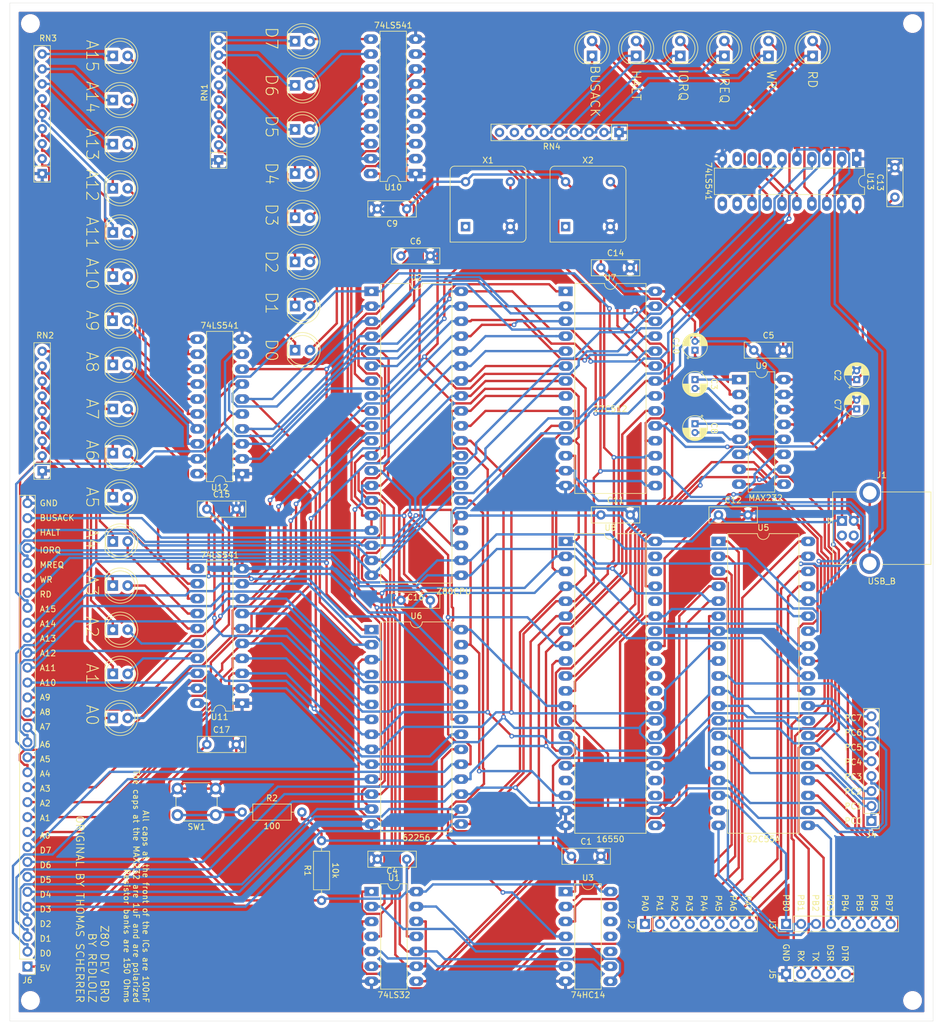
<source format=kicad_pcb>
(kicad_pcb (version 20171130) (host pcbnew 5.1.4)
  (layers (0 F.Cu signal) (31 B.Cu signal) (34 B.Paste user) (35 F.Paste user) (36 B.SilkS user) (37 F.SilkS user) (38 B.Mask user) (39 F.Mask user) (44 Edge.Cuts user))
  (net 0 "")
  (net 1 GND)
  (net 2 "Net-(C1-Pad1)")
  (net 3 +5V)
  (net 4 "Net-(C3-Pad2)")
  (net 5 "Net-(C3-Pad1)")
  (net 6 "Net-(C7-Pad1)")
  (net 7 "Net-(C8-Pad2)")
  (net 8 "Net-(C8-Pad1)")
  (net 9 "Net-(C10-Pad1)")
  (net 10 "Net-(D1-Pad2)")
  (net 11 "Net-(D1-Pad1)")
  (net 12 "Net-(D2-Pad2)")
  (net 13 "Net-(D2-Pad1)")
  (net 14 "Net-(D3-Pad2)")
  (net 15 "Net-(D3-Pad1)")
  (net 16 "Net-(D4-Pad2)")
  (net 17 "Net-(D4-Pad1)")
  (net 18 "Net-(D5-Pad2)")
  (net 19 "Net-(D5-Pad1)")
  (net 20 "Net-(D6-Pad2)")
  (net 21 "Net-(D6-Pad1)")
  (net 22 "Net-(D7-Pad2)")
  (net 23 "Net-(D7-Pad1)")
  (net 24 "Net-(D8-Pad2)")
  (net 25 "Net-(D8-Pad1)")
  (net 26 "Net-(D9-Pad2)")
  (net 27 "Net-(D9-Pad1)")
  (net 28 "Net-(D10-Pad2)")
  (net 29 "Net-(D10-Pad1)")
  (net 30 "Net-(D11-Pad2)")
  (net 31 "Net-(D11-Pad1)")
  (net 32 "Net-(D12-Pad2)")
  (net 33 "Net-(D12-Pad1)")
  (net 34 "Net-(D13-Pad2)")
  (net 35 "Net-(D13-Pad1)")
  (net 36 "Net-(D14-Pad2)")
  (net 37 "Net-(D14-Pad1)")
  (net 38 "Net-(D15-Pad2)")
  (net 39 "Net-(D15-Pad1)")
  (net 40 "Net-(D16-Pad2)")
  (net 41 "Net-(D16-Pad1)")
  (net 42 "Net-(D17-Pad2)")
  (net 43 "Net-(D17-Pad1)")
  (net 44 "Net-(D18-Pad2)")
  (net 45 "Net-(D18-Pad1)")
  (net 46 "Net-(D19-Pad2)")
  (net 47 "Net-(D19-Pad1)")
  (net 48 "Net-(D20-Pad2)")
  (net 49 "Net-(D20-Pad1)")
  (net 50 "Net-(D21-Pad2)")
  (net 51 "Net-(D21-Pad1)")
  (net 52 "Net-(D22-Pad2)")
  (net 53 "Net-(D22-Pad1)")
  (net 54 "Net-(D23-Pad2)")
  (net 55 "Net-(D23-Pad1)")
  (net 56 "Net-(D24-Pad2)")
  (net 57 "Net-(D24-Pad1)")
  (net 58 "Net-(D25-Pad2)")
  (net 59 "Net-(D25-Pad1)")
  (net 60 "Net-(D26-Pad2)")
  (net 61 "Net-(D26-Pad1)")
  (net 62 "Net-(D27-Pad2)")
  (net 63 "Net-(D27-Pad1)")
  (net 64 "Net-(D28-Pad2)")
  (net 65 "Net-(D28-Pad1)")
  (net 66 "Net-(D29-Pad2)")
  (net 67 "Net-(D29-Pad1)")
  (net 68 "Net-(D30-Pad2)")
  (net 69 "Net-(D30-Pad1)")
  (net 70 "Net-(J1-Pad5)")
  (net 71 "Net-(J2-Pad8)")
  (net 72 "Net-(J2-Pad7)")
  (net 73 "Net-(J2-Pad6)")
  (net 74 "Net-(J2-Pad5)")
  (net 75 "Net-(J2-Pad4)")
  (net 76 "Net-(J2-Pad3)")
  (net 77 "Net-(J2-Pad2)")
  (net 78 "Net-(J2-Pad1)")
  (net 79 "Net-(J3-Pad8)")
  (net 80 "Net-(J3-Pad7)")
  (net 81 "Net-(J3-Pad6)")
  (net 82 "Net-(J3-Pad5)")
  (net 83 "Net-(J3-Pad4)")
  (net 84 "Net-(J3-Pad3)")
  (net 85 "Net-(J3-Pad2)")
  (net 86 "Net-(J3-Pad1)")
  (net 87 "Net-(J4-Pad8)")
  (net 88 "Net-(J4-Pad7)")
  (net 89 "Net-(J4-Pad6)")
  (net 90 "Net-(J4-Pad5)")
  (net 91 "Net-(J4-Pad4)")
  (net 92 "Net-(J4-Pad3)")
  (net 93 "Net-(J4-Pad2)")
  (net 94 "Net-(J4-Pad1)")
  (net 95 "Net-(J5-Pad5)")
  (net 96 "Net-(J5-Pad4)")
  (net 97 "Net-(J5-Pad3)")
  (net 98 "Net-(J5-Pad2)")
  (net 99 "Net-(R2-Pad1)")
  (net 100 "Net-(U1-Pad13)")
  (net 101 "Net-(U1-Pad6)")
  (net 102 MREQ)
  (net 103 "Net-(U1-Pad5)")
  (net 104 "Net-(U1-Pad11)")
  (net 105 IORQ)
  (net 106 A15)
  (net 107 "Net-(U1-Pad3)")
  (net 108 A7)
  (net 109 "Net-(U1-Pad8)")
  (net 110 A10)
  (net 111 A9)
  (net 112 A8)
  (net 113 HALT)
  (net 114 A6)
  (net 115 A5)
  (net 116 D1)
  (net 117 A4)
  (net 118 D0)
  (net 119 A3)
  (net 120 D7)
  (net 121 A2)
  (net 122 D2)
  (net 123 A1)
  (net 124 A0)
  (net 125 D6)
  (net 126 D5)
  (net 127 D3)
  (net 128 D4)
  (net 129 "Net-(U2-Pad26)")
  (net 130 "Net-(U2-Pad6)")
  (net 131 A14)
  (net 132 BUSACK)
  (net 133 A13)
  (net 134 WR)
  (net 135 A12)
  (net 136 RD)
  (net 137 A11)
  (net 138 "Net-(U8-Pad37)")
  (net 139 "Net-(U8-Pad16)")
  (net 140 "Net-(U8-Pad15)")
  (net 141 "Net-(U8-Pad33)")
  (net 142 "Net-(U8-Pad11)")
  (net 143 "Net-(U8-Pad10)")
  (net 144 "Net-(U3-Pad2)")
  (module MountingHole:MountingHole_2.2mm_M2 (layer F.Cu) (at 27 184.5)
    (fp_text reference H4 hide)
    (fp_text value MountingHole hide)
    (pad 1 np_thru_hole circle (at 0 0) (size 2.2 2.2) (drill 2.2) (layers *.Cu *.Mask))
  )
  (module MountingHole:MountingHole_2.2mm_M2 (layer F.Cu) (at 27 18.5)
    (fp_text reference H3 hide)
    (fp_text value MountingHole hide)
    (pad 1 np_thru_hole circle (at 0 0) (size 2.2 2.2) (drill 2.2) (layers *.Cu *.Mask))
  )
  (module MountingHole:MountingHole_2.2mm_M2 (layer F.Cu) (at 177 18.5)
    (fp_text reference H2 hide)
    (fp_text value MountingHole hide)
    (pad 1 np_thru_hole circle (at 0 0) (size 2.2 2.2) (drill 2.2) (layers *.Cu *.Mask))
  )
  (module MountingHole:MountingHole_2.2mm_M2 (layer F.Cu) (at 177 184.5)
    (fp_text reference H1 hide)
    (fp_text value MountingHole hide)
    (pad 1 np_thru_hole circle (at 0 0) (size 2.2 2.2) (drill 2.2) (layers *.Cu *.Mask))
  )
  (module LED_THT:LED_D5.0mm (layer F.Cu) (at 72 59)
    (fp_text reference D3)
    (fp_text value LED)
    (pad 2 thru_hole circle (at 2.54 0) (size 1.8 1.8) (drill 0.9) (layers *.Cu *.Mask) (net 14 "Net-(D3-Pad2)"))
    (pad 1 thru_hole rect (at 0 0) (size 1.8 1.8) (drill 0.9) (layers *.Cu *.Mask) (net 15 "Net-(D3-Pad1)"))
  )
  (module LED_THT:LED_D5.0mm (layer F.Cu) (at 72 44)
    (fp_text reference D5)
    (fp_text value LED)
    (pad 2 thru_hole circle (at 2.54 0) (size 1.8 1.8) (drill 0.9) (layers *.Cu *.Mask) (net 18 "Net-(D5-Pad2)"))
    (pad 1 thru_hole rect (at 0 0) (size 1.8 1.8) (drill 0.9) (layers *.Cu *.Mask) (net 19 "Net-(D5-Pad1)"))
  )
  (module LED_THT:LED_D5.0mm (layer F.Cu) (at 72 29)
    (fp_text reference D7)
    (fp_text value LED)
    (pad 2 thru_hole circle (at 2.54 0) (size 1.8 1.8) (drill 0.9) (layers *.Cu *.Mask) (net 22 "Net-(D7-Pad2)"))
    (pad 1 thru_hole rect (at 0 0) (size 1.8 1.8) (drill 0.9) (layers *.Cu *.Mask) (net 23 "Net-(D7-Pad1)"))
  )
  (module LED_THT:LED_D5.0mm (layer F.Cu) (at 72 21.5)
    (fp_text reference D8)
    (fp_text value LED)
    (pad 2 thru_hole circle (at 2.54 0) (size 1.8 1.8) (drill 0.9) (layers *.Cu *.Mask) (net 24 "Net-(D8-Pad2)"))
    (pad 1 thru_hole rect (at 0 0) (size 1.8 1.8) (drill 0.9) (layers *.Cu *.Mask) (net 25 "Net-(D8-Pad1)"))
  )
  (module LED_THT:LED_D5.0mm (layer F.Cu) (at 72 36.5)
    (fp_text reference D6)
    (fp_text value LED)
    (pad 2 thru_hole circle (at 2.54 0) (size 1.8 1.8) (drill 0.9) (layers *.Cu *.Mask) (net 20 "Net-(D6-Pad2)"))
    (pad 1 thru_hole rect (at 0 0) (size 1.8 1.8) (drill 0.9) (layers *.Cu *.Mask) (net 21 "Net-(D6-Pad1)"))
  )
  (module LED_THT:LED_D5.0mm (layer F.Cu) (at 72 66.5)
    (fp_text reference D2)
    (fp_text value LED)
    (pad 2 thru_hole circle (at 2.54 0) (size 1.8 1.8) (drill 0.9) (layers *.Cu *.Mask) (net 12 "Net-(D2-Pad2)"))
    (pad 1 thru_hole rect (at 0 0) (size 1.8 1.8) (drill 0.9) (layers *.Cu *.Mask) (net 13 "Net-(D2-Pad1)"))
  )
  (module LED_THT:LED_D5.0mm (layer F.Cu) (at 72 74)
    (fp_text reference D1)
    (fp_text value LED)
    (pad 2 thru_hole circle (at 2.54 0) (size 1.8 1.8) (drill 0.9) (layers *.Cu *.Mask) (net 10 "Net-(D1-Pad2)"))
    (pad 1 thru_hole rect (at 0 0) (size 1.8 1.8) (drill 0.9) (layers *.Cu *.Mask) (net 11 "Net-(D1-Pad1)"))
  )
  (module LED_THT:LED_D5.0mm (layer F.Cu) (at 72 51.5)
    (fp_text reference D4)
    (fp_text value LED)
    (pad 2 thru_hole circle (at 2.54 0) (size 1.8 1.8) (drill 0.9) (layers *.Cu *.Mask) (net 16 "Net-(D4-Pad2)"))
    (pad 1 thru_hole rect (at 0 0) (size 1.8 1.8) (drill 0.9) (layers *.Cu *.Mask) (net 17 "Net-(D4-Pad1)"))
  )
  (module Connector_PinHeader_2.54mm:PinHeader_1x32_P2.54mm_Vertical (layer F.Cu) (at 26.5 178.74 180)
    (fp_text reference J6 (at 0 -2.33 unlocked) (layer F.SilkS))
    (fp_text value Conn_01x32)
    (pad 32 thru_hole oval (at 0 78.74 180) (size 1.7 1.7) (drill 1) (layers *.Cu *.Mask) (net 1 GND))
    (pad 31 thru_hole oval (at 0 76.2 180) (size 1.7 1.7) (drill 1) (layers *.Cu *.Mask) (net 132 BUSACK))
    (pad 30 thru_hole oval (at 0 73.66 180) (size 1.7 1.7) (drill 1) (layers *.Cu *.Mask) (net 113 HALT))
    (pad 29 thru_hole oval (at 0 71.12 180) (size 1.7 1.7) (drill 1) (layers *.Cu *.Mask) (net 105 IORQ))
    (pad 28 thru_hole oval (at 0 68.58 180) (size 1.7 1.7) (drill 1) (layers *.Cu *.Mask) (net 102 MREQ))
    (pad 27 thru_hole oval (at 0 66.04 180) (size 1.7 1.7) (drill 1) (layers *.Cu *.Mask) (net 134 WR))
    (pad 26 thru_hole oval (at 0 63.5 180) (size 1.7 1.7) (drill 1) (layers *.Cu *.Mask) (net 136 RD))
    (pad 25 thru_hole oval (at 0 60.96 180) (size 1.7 1.7) (drill 1) (layers *.Cu *.Mask) (net 106 A15))
    (pad 24 thru_hole oval (at 0 58.42 180) (size 1.7 1.7) (drill 1) (layers *.Cu *.Mask) (net 131 A14))
    (pad 23 thru_hole oval (at 0 55.88 180) (size 1.7 1.7) (drill 1) (layers *.Cu *.Mask) (net 133 A13))
    (pad 22 thru_hole oval (at 0 53.34 180) (size 1.7 1.7) (drill 1) (layers *.Cu *.Mask) (net 135 A12))
    (pad 21 thru_hole oval (at 0 50.8 180) (size 1.7 1.7) (drill 1) (layers *.Cu *.Mask) (net 137 A11))
    (pad 20 thru_hole oval (at 0 48.26 180) (size 1.7 1.7) (drill 1) (layers *.Cu *.Mask) (net 110 A10))
    (pad 19 thru_hole oval (at 0 45.72 180) (size 1.7 1.7) (drill 1) (layers *.Cu *.Mask) (net 111 A9))
    (pad 18 thru_hole oval (at 0 43.18 180) (size 1.7 1.7) (drill 1) (layers *.Cu *.Mask) (net 112 A8))
    (pad 17 thru_hole oval (at 0 40.64 180) (size 1.7 1.7) (drill 1) (layers *.Cu *.Mask) (net 108 A7))
    (pad 16 thru_hole oval (at 0 38.1 180) (size 1.7 1.7) (drill 1) (layers *.Cu *.Mask) (net 114 A6))
    (pad 15 thru_hole oval (at 0 35.56 180) (size 1.7 1.7) (drill 1) (layers *.Cu *.Mask) (net 115 A5))
    (pad 14 thru_hole oval (at 0 33.02 180) (size 1.7 1.7) (drill 1) (layers *.Cu *.Mask) (net 117 A4))
    (pad 13 thru_hole oval (at 0 30.48 180) (size 1.7 1.7) (drill 1) (layers *.Cu *.Mask) (net 119 A3))
    (pad 12 thru_hole oval (at 0 27.94 180) (size 1.7 1.7) (drill 1) (layers *.Cu *.Mask) (net 121 A2))
    (pad 11 thru_hole oval (at 0 25.4 180) (size 1.7 1.7) (drill 1) (layers *.Cu *.Mask) (net 123 A1))
    (pad 10 thru_hole oval (at 0 22.86 180) (size 1.7 1.7) (drill 1) (layers *.Cu *.Mask) (net 124 A0))
    (pad 9 thru_hole oval (at 0 20.32 180) (size 1.7 1.7) (drill 1) (layers *.Cu *.Mask) (net 120 D7))
    (pad 8 thru_hole oval (at 0 17.78 180) (size 1.7 1.7) (drill 1) (layers *.Cu *.Mask) (net 125 D6))
    (pad 7 thru_hole oval (at 0 15.24 180) (size 1.7 1.7) (drill 1) (layers *.Cu *.Mask) (net 126 D5))
    (pad 6 thru_hole oval (at 0 12.7 180) (size 1.7 1.7) (drill 1) (layers *.Cu *.Mask) (net 128 D4))
    (pad 5 thru_hole oval (at 0 10.16 180) (size 1.7 1.7) (drill 1) (layers *.Cu *.Mask) (net 127 D3))
    (pad 4 thru_hole oval (at 0 7.62 180) (size 1.7 1.7) (drill 1) (layers *.Cu *.Mask) (net 122 D2))
    (pad 3 thru_hole oval (at 0 5.08 180) (size 1.7 1.7) (drill 1) (layers *.Cu *.Mask) (net 116 D1))
    (pad 2 thru_hole oval (at 0 2.54 180) (size 1.7 1.7) (drill 1) (layers *.Cu *.Mask) (net 118 D0))
    (pad 1 thru_hole rect (at 0 0 180) (size 1.7 1.7) (drill 1) (layers *.Cu *.Mask) (net 3 +5V))
  )
  (module Package_DIP:DIP-28_W15.24mm_LongPads (layer F.Cu) (at 118 64)
    (fp_text reference U7 (at 7.62 -2.33) (layer F.SilkS))
    (fp_text value 27C512 (at 7.62 20) (layer F.SilkS))
    (pad 28 thru_hole oval (at 15.24 0) (size 2.4 1.6) (drill 0.8) (layers *.Cu *.Mask) (net 3 +5V))
    (pad 14 thru_hole oval (at 0 33.02) (size 2.4 1.6) (drill 0.8) (layers *.Cu *.Mask) (net 1 GND))
    (pad 27 thru_hole oval (at 15.24 2.54) (size 2.4 1.6) (drill 0.8) (layers *.Cu *.Mask) (net 131 A14))
    (pad 13 thru_hole oval (at 0 30.48) (size 2.4 1.6) (drill 0.8) (layers *.Cu *.Mask) (net 122 D2))
    (pad 26 thru_hole oval (at 15.24 5.08) (size 2.4 1.6) (drill 0.8) (layers *.Cu *.Mask) (net 133 A13))
    (pad 12 thru_hole oval (at 0 27.94) (size 2.4 1.6) (drill 0.8) (layers *.Cu *.Mask) (net 116 D1))
    (pad 25 thru_hole oval (at 15.24 7.62) (size 2.4 1.6) (drill 0.8) (layers *.Cu *.Mask) (net 112 A8))
    (pad 11 thru_hole oval (at 0 25.4) (size 2.4 1.6) (drill 0.8) (layers *.Cu *.Mask) (net 118 D0))
    (pad 24 thru_hole oval (at 15.24 10.16) (size 2.4 1.6) (drill 0.8) (layers *.Cu *.Mask) (net 111 A9))
    (pad 10 thru_hole oval (at 0 22.86) (size 2.4 1.6) (drill 0.8) (layers *.Cu *.Mask) (net 124 A0))
    (pad 23 thru_hole oval (at 15.24 12.7) (size 2.4 1.6) (drill 0.8) (layers *.Cu *.Mask) (net 137 A11))
    (pad 9 thru_hole oval (at 0 20.32) (size 2.4 1.6) (drill 0.8) (layers *.Cu *.Mask) (net 123 A1))
    (pad 22 thru_hole oval (at 15.24 15.24) (size 2.4 1.6) (drill 0.8) (layers *.Cu *.Mask) (net 136 RD))
    (pad 8 thru_hole oval (at 0 17.78) (size 2.4 1.6) (drill 0.8) (layers *.Cu *.Mask) (net 121 A2))
    (pad 21 thru_hole oval (at 15.24 17.78) (size 2.4 1.6) (drill 0.8) (layers *.Cu *.Mask) (net 110 A10))
    (pad 7 thru_hole oval (at 0 15.24) (size 2.4 1.6) (drill 0.8) (layers *.Cu *.Mask) (net 119 A3))
    (pad 20 thru_hole oval (at 15.24 20.32) (size 2.4 1.6) (drill 0.8) (layers *.Cu *.Mask) (net 109 "Net-(U1-Pad8)"))
    (pad 6 thru_hole oval (at 0 12.7) (size 2.4 1.6) (drill 0.8) (layers *.Cu *.Mask) (net 117 A4))
    (pad 19 thru_hole oval (at 15.24 22.86) (size 2.4 1.6) (drill 0.8) (layers *.Cu *.Mask) (net 120 D7))
    (pad 5 thru_hole oval (at 0 10.16) (size 2.4 1.6) (drill 0.8) (layers *.Cu *.Mask) (net 115 A5))
    (pad 18 thru_hole oval (at 15.24 25.4) (size 2.4 1.6) (drill 0.8) (layers *.Cu *.Mask) (net 125 D6))
    (pad 4 thru_hole oval (at 0 7.62) (size 2.4 1.6) (drill 0.8) (layers *.Cu *.Mask) (net 114 A6))
    (pad 17 thru_hole oval (at 15.24 27.94) (size 2.4 1.6) (drill 0.8) (layers *.Cu *.Mask) (net 126 D5))
    (pad 3 thru_hole oval (at 0 5.08) (size 2.4 1.6) (drill 0.8) (layers *.Cu *.Mask) (net 108 A7))
    (pad 16 thru_hole oval (at 15.24 30.48) (size 2.4 1.6) (drill 0.8) (layers *.Cu *.Mask) (net 128 D4))
    (pad 2 thru_hole oval (at 0 2.54) (size 2.4 1.6) (drill 0.8) (layers *.Cu *.Mask) (net 135 A12))
    (pad 15 thru_hole oval (at 15.24 33.02) (size 2.4 1.6) (drill 0.8) (layers *.Cu *.Mask) (net 127 D3))
    (pad 1 thru_hole rect (at 0 0) (size 2.4 1.6) (drill 0.8) (layers *.Cu *.Mask) (net 106 A15))
  )
  (module Package_DIP:DIP-40_W15.24mm_LongPads (layer F.Cu) (at 85 64)
    (fp_text reference U2 (at 7.62 -2.33) (layer F.SilkS))
    (fp_text value Z80CPU (at 14 51) (layer F.SilkS))
    (pad 40 thru_hole oval (at 15.24 0) (size 2.4 1.6) (drill 0.8) (layers *.Cu *.Mask) (net 110 A10))
    (pad 20 thru_hole oval (at 0 48.26) (size 2.4 1.6) (drill 0.8) (layers *.Cu *.Mask) (net 105 IORQ))
    (pad 39 thru_hole oval (at 15.24 2.54) (size 2.4 1.6) (drill 0.8) (layers *.Cu *.Mask) (net 111 A9))
    (pad 19 thru_hole oval (at 0 45.72) (size 2.4 1.6) (drill 0.8) (layers *.Cu *.Mask) (net 102 MREQ))
    (pad 38 thru_hole oval (at 15.24 5.08) (size 2.4 1.6) (drill 0.8) (layers *.Cu *.Mask) (net 112 A8))
    (pad 18 thru_hole oval (at 0 43.18) (size 2.4 1.6) (drill 0.8) (layers *.Cu *.Mask) (net 113 HALT))
    (pad 37 thru_hole oval (at 15.24 7.62) (size 2.4 1.6) (drill 0.8) (layers *.Cu *.Mask) (net 108 A7))
    (pad 17 thru_hole oval (at 0 40.64) (size 2.4 1.6) (drill 0.8) (layers *.Cu *.Mask) (net 3 +5V))
    (pad 36 thru_hole oval (at 15.24 10.16) (size 2.4 1.6) (drill 0.8) (layers *.Cu *.Mask) (net 114 A6))
    (pad 16 thru_hole oval (at 0 38.1) (size 2.4 1.6) (drill 0.8) (layers *.Cu *.Mask) (net 3 +5V))
    (pad 35 thru_hole oval (at 15.24 12.7) (size 2.4 1.6) (drill 0.8) (layers *.Cu *.Mask) (net 115 A5))
    (pad 15 thru_hole oval (at 0 35.56) (size 2.4 1.6) (drill 0.8) (layers *.Cu *.Mask) (net 116 D1))
    (pad 34 thru_hole oval (at 15.24 15.24) (size 2.4 1.6) (drill 0.8) (layers *.Cu *.Mask) (net 117 A4))
    (pad 14 thru_hole oval (at 0 33.02) (size 2.4 1.6) (drill 0.8) (layers *.Cu *.Mask) (net 118 D0))
    (pad 33 thru_hole oval (at 15.24 17.78) (size 2.4 1.6) (drill 0.8) (layers *.Cu *.Mask) (net 119 A3))
    (pad 13 thru_hole oval (at 0 30.48) (size 2.4 1.6) (drill 0.8) (layers *.Cu *.Mask) (net 120 D7))
    (pad 32 thru_hole oval (at 15.24 20.32) (size 2.4 1.6) (drill 0.8) (layers *.Cu *.Mask) (net 121 A2))
    (pad 12 thru_hole oval (at 0 27.94) (size 2.4 1.6) (drill 0.8) (layers *.Cu *.Mask) (net 122 D2))
    (pad 31 thru_hole oval (at 15.24 22.86) (size 2.4 1.6) (drill 0.8) (layers *.Cu *.Mask) (net 123 A1))
    (pad 11 thru_hole oval (at 0 25.4) (size 2.4 1.6) (drill 0.8) (layers *.Cu *.Mask) (net 3 +5V))
    (pad 30 thru_hole oval (at 15.24 25.4) (size 2.4 1.6) (drill 0.8) (layers *.Cu *.Mask) (net 124 A0))
    (pad 10 thru_hole oval (at 0 22.86) (size 2.4 1.6) (drill 0.8) (layers *.Cu *.Mask) (net 125 D6))
    (pad 29 thru_hole oval (at 15.24 27.94) (size 2.4 1.6) (drill 0.8) (layers *.Cu *.Mask) (net 1 GND))
    (pad 9 thru_hole oval (at 0 20.32) (size 2.4 1.6) (drill 0.8) (layers *.Cu *.Mask) (net 126 D5))
    (pad 28 thru_hole oval (at 15.24 30.48) (size 2.4 1.6) (drill 0.8) (layers *.Cu *.Mask))
    (pad 8 thru_hole oval (at 0 17.78) (size 2.4 1.6) (drill 0.8) (layers *.Cu *.Mask) (net 127 D3))
    (pad 27 thru_hole oval (at 15.24 33.02) (size 2.4 1.6) (drill 0.8) (layers *.Cu *.Mask))
    (pad 7 thru_hole oval (at 0 15.24) (size 2.4 1.6) (drill 0.8) (layers *.Cu *.Mask) (net 128 D4))
    (pad 26 thru_hole oval (at 15.24 35.56) (size 2.4 1.6) (drill 0.8) (layers *.Cu *.Mask) (net 129 "Net-(U2-Pad26)"))
    (pad 6 thru_hole oval (at 0 12.7) (size 2.4 1.6) (drill 0.8) (layers *.Cu *.Mask) (net 130 "Net-(U2-Pad6)"))
    (pad 25 thru_hole oval (at 15.24 38.1) (size 2.4 1.6) (drill 0.8) (layers *.Cu *.Mask) (net 3 +5V))
    (pad 5 thru_hole oval (at 0 10.16) (size 2.4 1.6) (drill 0.8) (layers *.Cu *.Mask) (net 106 A15))
    (pad 24 thru_hole oval (at 15.24 40.64) (size 2.4 1.6) (drill 0.8) (layers *.Cu *.Mask) (net 3 +5V))
    (pad 4 thru_hole oval (at 0 7.62) (size 2.4 1.6) (drill 0.8) (layers *.Cu *.Mask) (net 131 A14))
    (pad 23 thru_hole oval (at 15.24 43.18) (size 2.4 1.6) (drill 0.8) (layers *.Cu *.Mask) (net 132 BUSACK))
    (pad 3 thru_hole oval (at 0 5.08) (size 2.4 1.6) (drill 0.8) (layers *.Cu *.Mask) (net 133 A13))
    (pad 22 thru_hole oval (at 15.24 45.72) (size 2.4 1.6) (drill 0.8) (layers *.Cu *.Mask) (net 134 WR))
    (pad 2 thru_hole oval (at 0 2.54) (size 2.4 1.6) (drill 0.8) (layers *.Cu *.Mask) (net 135 A12))
    (pad 21 thru_hole oval (at 15.24 48.26) (size 2.4 1.6) (drill 0.8) (layers *.Cu *.Mask) (net 136 RD))
    (pad 1 thru_hole rect (at 0 0) (size 2.4 1.6) (drill 0.8) (layers *.Cu *.Mask) (net 137 A11))
  )
  (module Oscillator:Oscillator_DIP-8 (layer F.Cu) (at 118 53)
    (fp_text reference X2 (at 3.81 -11.26) (layer F.SilkS))
    (fp_text value CXO_DIP8)
    (pad 4 thru_hole circle (at 7.62 0) (size 1.6 1.6) (drill 0.8) (layers *.Cu *.Mask) (net 1 GND))
    (pad 5 thru_hole circle (at 7.62 -7.62) (size 1.6 1.6) (drill 0.8) (layers *.Cu *.Mask) (net 139 "Net-(U8-Pad16)"))
    (pad 8 thru_hole circle (at 0 -7.62) (size 1.6 1.6) (drill 0.8) (layers *.Cu *.Mask) (net 3 +5V))
    (pad 1 thru_hole rect (at 0 0) (size 1.6 1.6) (drill 0.8) (layers *.Cu *.Mask))
  )
  (module Oscillator:Oscillator_DIP-8 (layer F.Cu) (at 101 53)
    (fp_text reference X1 (at 3.81 -11.26) (layer F.SilkS))
    (fp_text value CXO_DIP8)
    (pad 4 thru_hole circle (at 7.62 0) (size 1.6 1.6) (drill 0.8) (layers *.Cu *.Mask) (net 1 GND))
    (pad 5 thru_hole circle (at 7.62 -7.62) (size 1.6 1.6) (drill 0.8) (layers *.Cu *.Mask) (net 130 "Net-(U2-Pad6)"))
    (pad 8 thru_hole circle (at 0 -7.62) (size 1.6 1.6) (drill 0.8) (layers *.Cu *.Mask) (net 3 +5V))
    (pad 1 thru_hole rect (at 0 0) (size 1.6 1.6) (drill 0.8) (layers *.Cu *.Mask))
  )
  (module Package_DIP:DIP-20_W7.62mm_LongPads (layer F.Cu) (at 167.5 41.5 270)
    (fp_text reference U13 (at 3.81 -2.33 270 unlocked) (layer F.SilkS))
    (fp_text value 74LS541 (at 3.81 25.19 270 unlocked) (layer F.SilkS))
    (pad 20 thru_hole oval (at 7.62 0 270) (size 2.4 1.6) (drill 0.8) (layers *.Cu *.Mask) (net 3 +5V))
    (pad 10 thru_hole oval (at 0 22.86 270) (size 2.4 1.6) (drill 0.8) (layers *.Cu *.Mask) (net 1 GND))
    (pad 19 thru_hole oval (at 7.62 2.54 270) (size 2.4 1.6) (drill 0.8) (layers *.Cu *.Mask) (net 1 GND))
    (pad 9 thru_hole oval (at 0 20.32 270) (size 2.4 1.6) (drill 0.8) (layers *.Cu *.Mask))
    (pad 18 thru_hole oval (at 7.62 5.08 270) (size 2.4 1.6) (drill 0.8) (layers *.Cu *.Mask) (net 58 "Net-(D25-Pad2)"))
    (pad 8 thru_hole oval (at 0 17.78 270) (size 2.4 1.6) (drill 0.8) (layers *.Cu *.Mask))
    (pad 17 thru_hole oval (at 7.62 7.62 270) (size 2.4 1.6) (drill 0.8) (layers *.Cu *.Mask) (net 60 "Net-(D26-Pad2)"))
    (pad 7 thru_hole oval (at 0 15.24 270) (size 2.4 1.6) (drill 0.8) (layers *.Cu *.Mask) (net 132 BUSACK))
    (pad 16 thru_hole oval (at 7.62 10.16 270) (size 2.4 1.6) (drill 0.8) (layers *.Cu *.Mask) (net 62 "Net-(D27-Pad2)"))
    (pad 6 thru_hole oval (at 0 12.7 270) (size 2.4 1.6) (drill 0.8) (layers *.Cu *.Mask) (net 113 HALT))
    (pad 15 thru_hole oval (at 7.62 12.7 270) (size 2.4 1.6) (drill 0.8) (layers *.Cu *.Mask) (net 64 "Net-(D28-Pad2)"))
    (pad 5 thru_hole oval (at 0 10.16 270) (size 2.4 1.6) (drill 0.8) (layers *.Cu *.Mask) (net 105 IORQ))
    (pad 14 thru_hole oval (at 7.62 15.24 270) (size 2.4 1.6) (drill 0.8) (layers *.Cu *.Mask) (net 66 "Net-(D29-Pad2)"))
    (pad 4 thru_hole oval (at 0 7.62 270) (size 2.4 1.6) (drill 0.8) (layers *.Cu *.Mask) (net 102 MREQ))
    (pad 13 thru_hole oval (at 7.62 17.78 270) (size 2.4 1.6) (drill 0.8) (layers *.Cu *.Mask) (net 68 "Net-(D30-Pad2)"))
    (pad 3 thru_hole oval (at 0 5.08 270) (size 2.4 1.6) (drill 0.8) (layers *.Cu *.Mask) (net 134 WR))
    (pad 12 thru_hole oval (at 7.62 20.32 270) (size 2.4 1.6) (drill 0.8) (layers *.Cu *.Mask))
    (pad 2 thru_hole oval (at 0 2.54 270) (size 2.4 1.6) (drill 0.8) (layers *.Cu *.Mask) (net 136 RD))
    (pad 11 thru_hole oval (at 7.62 22.86 270) (size 2.4 1.6) (drill 0.8) (layers *.Cu *.Mask))
    (pad 1 thru_hole rect (at 0 0 270) (size 2.4 1.6) (drill 0.8) (layers *.Cu *.Mask) (net 1 GND))
  )
  (module Package_DIP:DIP-20_W7.62mm_LongPads (layer F.Cu) (at 63 95 180)
    (fp_text reference U12 (at 3.81 -2.33) (layer F.SilkS))
    (fp_text value 74LS541 (at 3.81 25.19) (layer F.SilkS))
    (pad 20 thru_hole oval (at 7.62 0 180) (size 2.4 1.6) (drill 0.8) (layers *.Cu *.Mask) (net 3 +5V))
    (pad 10 thru_hole oval (at 0 22.86 180) (size 2.4 1.6) (drill 0.8) (layers *.Cu *.Mask) (net 1 GND))
    (pad 19 thru_hole oval (at 7.62 2.54 180) (size 2.4 1.6) (drill 0.8) (layers *.Cu *.Mask) (net 1 GND))
    (pad 9 thru_hole oval (at 0 20.32 180) (size 2.4 1.6) (drill 0.8) (layers *.Cu *.Mask) (net 106 A15))
    (pad 18 thru_hole oval (at 7.62 5.08 180) (size 2.4 1.6) (drill 0.8) (layers *.Cu *.Mask) (net 42 "Net-(D17-Pad2)"))
    (pad 8 thru_hole oval (at 0 17.78 180) (size 2.4 1.6) (drill 0.8) (layers *.Cu *.Mask) (net 131 A14))
    (pad 17 thru_hole oval (at 7.62 7.62 180) (size 2.4 1.6) (drill 0.8) (layers *.Cu *.Mask) (net 44 "Net-(D18-Pad2)"))
    (pad 7 thru_hole oval (at 0 15.24 180) (size 2.4 1.6) (drill 0.8) (layers *.Cu *.Mask) (net 133 A13))
    (pad 16 thru_hole oval (at 7.62 10.16 180) (size 2.4 1.6) (drill 0.8) (layers *.Cu *.Mask) (net 46 "Net-(D19-Pad2)"))
    (pad 6 thru_hole oval (at 0 12.7 180) (size 2.4 1.6) (drill 0.8) (layers *.Cu *.Mask) (net 135 A12))
    (pad 15 thru_hole oval (at 7.62 12.7 180) (size 2.4 1.6) (drill 0.8) (layers *.Cu *.Mask) (net 48 "Net-(D20-Pad2)"))
    (pad 5 thru_hole oval (at 0 10.16 180) (size 2.4 1.6) (drill 0.8) (layers *.Cu *.Mask) (net 137 A11))
    (pad 14 thru_hole oval (at 7.62 15.24 180) (size 2.4 1.6) (drill 0.8) (layers *.Cu *.Mask) (net 50 "Net-(D21-Pad2)"))
    (pad 4 thru_hole oval (at 0 7.62 180) (size 2.4 1.6) (drill 0.8) (layers *.Cu *.Mask) (net 110 A10))
    (pad 13 thru_hole oval (at 7.62 17.78 180) (size 2.4 1.6) (drill 0.8) (layers *.Cu *.Mask) (net 52 "Net-(D22-Pad2)"))
    (pad 3 thru_hole oval (at 0 5.08 180) (size 2.4 1.6) (drill 0.8) (layers *.Cu *.Mask) (net 111 A9))
    (pad 12 thru_hole oval (at 7.62 20.32 180) (size 2.4 1.6) (drill 0.8) (layers *.Cu *.Mask) (net 54 "Net-(D23-Pad2)"))
    (pad 2 thru_hole oval (at 0 2.54 180) (size 2.4 1.6) (drill 0.8) (layers *.Cu *.Mask) (net 112 A8))
    (pad 11 thru_hole oval (at 7.62 22.86 180) (size 2.4 1.6) (drill 0.8) (layers *.Cu *.Mask) (net 56 "Net-(D24-Pad2)"))
    (pad 1 thru_hole rect (at 0 0 180) (size 2.4 1.6) (drill 0.8) (layers *.Cu *.Mask) (net 1 GND))
  )
  (module Package_DIP:DIP-20_W7.62mm_LongPads (layer F.Cu) (at 63 134 180)
    (fp_text reference U11 (at 3.81 -2.33) (layer F.SilkS))
    (fp_text value 74LS541 (at 3.81 25.19) (layer F.SilkS))
    (pad 20 thru_hole oval (at 7.62 0 180) (size 2.4 1.6) (drill 0.8) (layers *.Cu *.Mask) (net 3 +5V))
    (pad 10 thru_hole oval (at 0 22.86 180) (size 2.4 1.6) (drill 0.8) (layers *.Cu *.Mask) (net 1 GND))
    (pad 19 thru_hole oval (at 7.62 2.54 180) (size 2.4 1.6) (drill 0.8) (layers *.Cu *.Mask) (net 1 GND))
    (pad 9 thru_hole oval (at 0 20.32 180) (size 2.4 1.6) (drill 0.8) (layers *.Cu *.Mask) (net 108 A7))
    (pad 18 thru_hole oval (at 7.62 5.08 180) (size 2.4 1.6) (drill 0.8) (layers *.Cu *.Mask) (net 26 "Net-(D9-Pad2)"))
    (pad 8 thru_hole oval (at 0 17.78 180) (size 2.4 1.6) (drill 0.8) (layers *.Cu *.Mask) (net 114 A6))
    (pad 17 thru_hole oval (at 7.62 7.62 180) (size 2.4 1.6) (drill 0.8) (layers *.Cu *.Mask) (net 28 "Net-(D10-Pad2)"))
    (pad 7 thru_hole oval (at 0 15.24 180) (size 2.4 1.6) (drill 0.8) (layers *.Cu *.Mask) (net 115 A5))
    (pad 16 thru_hole oval (at 7.62 10.16 180) (size 2.4 1.6) (drill 0.8) (layers *.Cu *.Mask) (net 30 "Net-(D11-Pad2)"))
    (pad 6 thru_hole oval (at 0 12.7 180) (size 2.4 1.6) (drill 0.8) (layers *.Cu *.Mask) (net 117 A4))
    (pad 15 thru_hole oval (at 7.62 12.7 180) (size 2.4 1.6) (drill 0.8) (layers *.Cu *.Mask) (net 32 "Net-(D12-Pad2)"))
    (pad 5 thru_hole oval (at 0 10.16 180) (size 2.4 1.6) (drill 0.8) (layers *.Cu *.Mask) (net 119 A3))
    (pad 14 thru_hole oval (at 7.62 15.24 180) (size 2.4 1.6) (drill 0.8) (layers *.Cu *.Mask) (net 34 "Net-(D13-Pad2)"))
    (pad 4 thru_hole oval (at 0 7.62 180) (size 2.4 1.6) (drill 0.8) (layers *.Cu *.Mask) (net 121 A2))
    (pad 13 thru_hole oval (at 7.62 17.78 180) (size 2.4 1.6) (drill 0.8) (layers *.Cu *.Mask) (net 36 "Net-(D14-Pad2)"))
    (pad 3 thru_hole oval (at 0 5.08 180) (size 2.4 1.6) (drill 0.8) (layers *.Cu *.Mask) (net 123 A1))
    (pad 12 thru_hole oval (at 7.62 20.32 180) (size 2.4 1.6) (drill 0.8) (layers *.Cu *.Mask) (net 38 "Net-(D15-Pad2)"))
    (pad 2 thru_hole oval (at 0 2.54 180) (size 2.4 1.6) (drill 0.8) (layers *.Cu *.Mask) (net 124 A0))
    (pad 11 thru_hole oval (at 7.62 22.86 180) (size 2.4 1.6) (drill 0.8) (layers *.Cu *.Mask) (net 40 "Net-(D16-Pad2)"))
    (pad 1 thru_hole rect (at 0 0 180) (size 2.4 1.6) (drill 0.8) (layers *.Cu *.Mask) (net 1 GND))
  )
  (module Package_DIP:DIP-20_W7.62mm_LongPads (layer F.Cu) (at 92.5 44 180)
    (fp_text reference U10 (at 3.81 -2.33) (layer F.SilkS))
    (fp_text value 74LS541 (at 3.81 25.19) (layer F.SilkS))
    (pad 20 thru_hole oval (at 7.62 0 180) (size 2.4 1.6) (drill 0.8) (layers *.Cu *.Mask) (net 3 +5V))
    (pad 10 thru_hole oval (at 0 22.86 180) (size 2.4 1.6) (drill 0.8) (layers *.Cu *.Mask) (net 1 GND))
    (pad 19 thru_hole oval (at 7.62 2.54 180) (size 2.4 1.6) (drill 0.8) (layers *.Cu *.Mask) (net 1 GND))
    (pad 9 thru_hole oval (at 0 20.32 180) (size 2.4 1.6) (drill 0.8) (layers *.Cu *.Mask) (net 120 D7))
    (pad 18 thru_hole oval (at 7.62 5.08 180) (size 2.4 1.6) (drill 0.8) (layers *.Cu *.Mask) (net 10 "Net-(D1-Pad2)"))
    (pad 8 thru_hole oval (at 0 17.78 180) (size 2.4 1.6) (drill 0.8) (layers *.Cu *.Mask) (net 125 D6))
    (pad 17 thru_hole oval (at 7.62 7.62 180) (size 2.4 1.6) (drill 0.8) (layers *.Cu *.Mask) (net 12 "Net-(D2-Pad2)"))
    (pad 7 thru_hole oval (at 0 15.24 180) (size 2.4 1.6) (drill 0.8) (layers *.Cu *.Mask) (net 126 D5))
    (pad 16 thru_hole oval (at 7.62 10.16 180) (size 2.4 1.6) (drill 0.8) (layers *.Cu *.Mask) (net 14 "Net-(D3-Pad2)"))
    (pad 6 thru_hole oval (at 0 12.7 180) (size 2.4 1.6) (drill 0.8) (layers *.Cu *.Mask) (net 128 D4))
    (pad 15 thru_hole oval (at 7.62 12.7 180) (size 2.4 1.6) (drill 0.8) (layers *.Cu *.Mask) (net 16 "Net-(D4-Pad2)"))
    (pad 5 thru_hole oval (at 0 10.16 180) (size 2.4 1.6) (drill 0.8) (layers *.Cu *.Mask) (net 127 D3))
    (pad 14 thru_hole oval (at 7.62 15.24 180) (size 2.4 1.6) (drill 0.8) (layers *.Cu *.Mask) (net 18 "Net-(D5-Pad2)"))
    (pad 4 thru_hole oval (at 0 7.62 180) (size 2.4 1.6) (drill 0.8) (layers *.Cu *.Mask) (net 122 D2))
    (pad 13 thru_hole oval (at 7.62 17.78 180) (size 2.4 1.6) (drill 0.8) (layers *.Cu *.Mask) (net 20 "Net-(D6-Pad2)"))
    (pad 3 thru_hole oval (at 0 5.08 180) (size 2.4 1.6) (drill 0.8) (layers *.Cu *.Mask) (net 116 D1))
    (pad 12 thru_hole oval (at 7.62 20.32 180) (size 2.4 1.6) (drill 0.8) (layers *.Cu *.Mask) (net 22 "Net-(D7-Pad2)"))
    (pad 2 thru_hole oval (at 0 2.54 180) (size 2.4 1.6) (drill 0.8) (layers *.Cu *.Mask) (net 118 D0))
    (pad 11 thru_hole oval (at 7.62 22.86 180) (size 2.4 1.6) (drill 0.8) (layers *.Cu *.Mask) (net 24 "Net-(D8-Pad2)"))
    (pad 1 thru_hole rect (at 0 0 180) (size 2.4 1.6) (drill 0.8) (layers *.Cu *.Mask) (net 1 GND))
  )
  (module Package_DIP:DIP-16_W7.62mm_LongPads (layer F.Cu) (at 147.5 79)
    (fp_text reference U9 (at 3.81 -2.33) (layer F.SilkS))
    (fp_text value MAX232 (at 4.5 20.11) (layer F.SilkS))
    (pad 16 thru_hole oval (at 7.62 0) (size 2.4 1.6) (drill 0.8) (layers *.Cu *.Mask) (net 3 +5V))
    (pad 8 thru_hole oval (at 0 17.78) (size 2.4 1.6) (drill 0.8) (layers *.Cu *.Mask) (net 98 "Net-(J5-Pad2)"))
    (pad 15 thru_hole oval (at 7.62 2.54) (size 2.4 1.6) (drill 0.8) (layers *.Cu *.Mask) (net 1 GND))
    (pad 7 thru_hole oval (at 0 15.24) (size 2.4 1.6) (drill 0.8) (layers *.Cu *.Mask) (net 97 "Net-(J5-Pad3)"))
    (pad 14 thru_hole oval (at 7.62 5.08) (size 2.4 1.6) (drill 0.8) (layers *.Cu *.Mask) (net 95 "Net-(J5-Pad5)"))
    (pad 6 thru_hole oval (at 0 12.7) (size 2.4 1.6) (drill 0.8) (layers *.Cu *.Mask) (net 6 "Net-(C7-Pad1)"))
    (pad 13 thru_hole oval (at 7.62 7.62) (size 2.4 1.6) (drill 0.8) (layers *.Cu *.Mask) (net 96 "Net-(J5-Pad4)"))
    (pad 5 thru_hole oval (at 0 10.16) (size 2.4 1.6) (drill 0.8) (layers *.Cu *.Mask) (net 7 "Net-(C8-Pad2)"))
    (pad 12 thru_hole oval (at 7.62 10.16) (size 2.4 1.6) (drill 0.8) (layers *.Cu *.Mask) (net 138 "Net-(U8-Pad37)"))
    (pad 4 thru_hole oval (at 0 7.62) (size 2.4 1.6) (drill 0.8) (layers *.Cu *.Mask) (net 8 "Net-(C8-Pad1)"))
    (pad 11 thru_hole oval (at 7.62 12.7) (size 2.4 1.6) (drill 0.8) (layers *.Cu *.Mask) (net 141 "Net-(U8-Pad33)"))
    (pad 3 thru_hole oval (at 0 5.08) (size 2.4 1.6) (drill 0.8) (layers *.Cu *.Mask) (net 4 "Net-(C3-Pad2)"))
    (pad 10 thru_hole oval (at 7.62 15.24) (size 2.4 1.6) (drill 0.8) (layers *.Cu *.Mask) (net 142 "Net-(U8-Pad11)"))
    (pad 2 thru_hole oval (at 0 2.54) (size 2.4 1.6) (drill 0.8) (layers *.Cu *.Mask) (net 9 "Net-(C10-Pad1)"))
    (pad 9 thru_hole oval (at 7.62 17.78) (size 2.4 1.6) (drill 0.8) (layers *.Cu *.Mask) (net 143 "Net-(U8-Pad10)"))
    (pad 1 thru_hole rect (at 0 0) (size 2.4 1.6) (drill 0.8) (layers *.Cu *.Mask) (net 5 "Net-(C3-Pad1)"))
  )
  (module Package_DIP:DIP-40_W15.24mm_LongPads (layer F.Cu) (at 118 106.5)
    (fp_text reference U8 (at 7.62 -2.33) (layer F.SilkS))
    (fp_text value 16550 (at 7.62 50.59) (layer F.SilkS))
    (pad 40 thru_hole oval (at 15.24 0) (size 2.4 1.6) (drill 0.8) (layers *.Cu *.Mask) (net 3 +5V))
    (pad 20 thru_hole oval (at 0 48.26) (size 2.4 1.6) (drill 0.8) (layers *.Cu *.Mask) (net 1 GND))
    (pad 39 thru_hole oval (at 15.24 2.54) (size 2.4 1.6) (drill 0.8) (layers *.Cu *.Mask))
    (pad 19 thru_hole oval (at 0 45.72) (size 2.4 1.6) (drill 0.8) (layers *.Cu *.Mask) (net 1 GND))
    (pad 38 thru_hole oval (at 15.24 5.08) (size 2.4 1.6) (drill 0.8) (layers *.Cu *.Mask))
    (pad 18 thru_hole oval (at 0 43.18) (size 2.4 1.6) (drill 0.8) (layers *.Cu *.Mask) (net 134 WR))
    (pad 37 thru_hole oval (at 15.24 7.62) (size 2.4 1.6) (drill 0.8) (layers *.Cu *.Mask) (net 138 "Net-(U8-Pad37)"))
    (pad 17 thru_hole oval (at 0 40.64) (size 2.4 1.6) (drill 0.8) (layers *.Cu *.Mask))
    (pad 36 thru_hole oval (at 15.24 10.16) (size 2.4 1.6) (drill 0.8) (layers *.Cu *.Mask))
    (pad 16 thru_hole oval (at 0 38.1) (size 2.4 1.6) (drill 0.8) (layers *.Cu *.Mask) (net 139 "Net-(U8-Pad16)"))
    (pad 35 thru_hole oval (at 15.24 12.7) (size 2.4 1.6) (drill 0.8) (layers *.Cu *.Mask) (net 144 "Net-(U3-Pad2)"))
    (pad 15 thru_hole oval (at 0 35.56) (size 2.4 1.6) (drill 0.8) (layers *.Cu *.Mask) (net 140 "Net-(U8-Pad15)"))
    (pad 34 thru_hole oval (at 15.24 15.24) (size 2.4 1.6) (drill 0.8) (layers *.Cu *.Mask))
    (pad 14 thru_hole oval (at 0 33.02) (size 2.4 1.6) (drill 0.8) (layers *.Cu *.Mask) (net 101 "Net-(U1-Pad6)"))
    (pad 33 thru_hole oval (at 15.24 17.78) (size 2.4 1.6) (drill 0.8) (layers *.Cu *.Mask) (net 141 "Net-(U8-Pad33)"))
    (pad 13 thru_hole oval (at 0 30.48) (size 2.4 1.6) (drill 0.8) (layers *.Cu *.Mask) (net 3 +5V))
    (pad 32 thru_hole oval (at 15.24 20.32) (size 2.4 1.6) (drill 0.8) (layers *.Cu *.Mask))
    (pad 12 thru_hole oval (at 0 27.94) (size 2.4 1.6) (drill 0.8) (layers *.Cu *.Mask) (net 3 +5V))
    (pad 31 thru_hole oval (at 15.24 22.86) (size 2.4 1.6) (drill 0.8) (layers *.Cu *.Mask))
    (pad 11 thru_hole oval (at 0 25.4) (size 2.4 1.6) (drill 0.8) (layers *.Cu *.Mask) (net 142 "Net-(U8-Pad11)"))
    (pad 30 thru_hole oval (at 15.24 25.4) (size 2.4 1.6) (drill 0.8) (layers *.Cu *.Mask))
    (pad 10 thru_hole oval (at 0 22.86) (size 2.4 1.6) (drill 0.8) (layers *.Cu *.Mask) (net 143 "Net-(U8-Pad10)"))
    (pad 29 thru_hole oval (at 15.24 27.94) (size 2.4 1.6) (drill 0.8) (layers *.Cu *.Mask))
    (pad 9 thru_hole oval (at 0 20.32) (size 2.4 1.6) (drill 0.8) (layers *.Cu *.Mask) (net 140 "Net-(U8-Pad15)"))
    (pad 28 thru_hole oval (at 15.24 30.48) (size 2.4 1.6) (drill 0.8) (layers *.Cu *.Mask) (net 124 A0))
    (pad 8 thru_hole oval (at 0 17.78) (size 2.4 1.6) (drill 0.8) (layers *.Cu *.Mask) (net 120 D7))
    (pad 27 thru_hole oval (at 15.24 33.02) (size 2.4 1.6) (drill 0.8) (layers *.Cu *.Mask) (net 123 A1))
    (pad 7 thru_hole oval (at 0 15.24) (size 2.4 1.6) (drill 0.8) (layers *.Cu *.Mask) (net 125 D6))
    (pad 26 thru_hole oval (at 15.24 35.56) (size 2.4 1.6) (drill 0.8) (layers *.Cu *.Mask) (net 121 A2))
    (pad 6 thru_hole oval (at 0 12.7) (size 2.4 1.6) (drill 0.8) (layers *.Cu *.Mask) (net 126 D5))
    (pad 25 thru_hole oval (at 15.24 38.1) (size 2.4 1.6) (drill 0.8) (layers *.Cu *.Mask) (net 1 GND))
    (pad 5 thru_hole oval (at 0 10.16) (size 2.4 1.6) (drill 0.8) (layers *.Cu *.Mask) (net 128 D4))
    (pad 24 thru_hole oval (at 15.24 40.64) (size 2.4 1.6) (drill 0.8) (layers *.Cu *.Mask))
    (pad 4 thru_hole oval (at 0 7.62) (size 2.4 1.6) (drill 0.8) (layers *.Cu *.Mask) (net 127 D3))
    (pad 23 thru_hole oval (at 15.24 43.18) (size 2.4 1.6) (drill 0.8) (layers *.Cu *.Mask))
    (pad 3 thru_hole oval (at 0 5.08) (size 2.4 1.6) (drill 0.8) (layers *.Cu *.Mask) (net 122 D2))
    (pad 22 thru_hole oval (at 15.24 45.72) (size 2.4 1.6) (drill 0.8) (layers *.Cu *.Mask) (net 1 GND))
    (pad 2 thru_hole oval (at 0 2.54) (size 2.4 1.6) (drill 0.8) (layers *.Cu *.Mask) (net 116 D1))
    (pad 21 thru_hole oval (at 15.24 48.26) (size 2.4 1.6) (drill 0.8) (layers *.Cu *.Mask) (net 136 RD))
    (pad 1 thru_hole rect (at 0 0) (size 2.4 1.6) (drill 0.8) (layers *.Cu *.Mask) (net 118 D0))
  )
  (module Package_DIP:DIP-28_W15.24mm_LongPads (layer F.Cu) (at 85 121.5)
    (fp_text reference U6 (at 7.62 -2.33) (layer F.SilkS))
    (fp_text value 62256 (at 7.62 35.35) (layer F.SilkS))
    (pad 28 thru_hole oval (at 15.24 0) (size 2.4 1.6) (drill 0.8) (layers *.Cu *.Mask) (net 3 +5V))
    (pad 14 thru_hole oval (at 0 33.02) (size 2.4 1.6) (drill 0.8) (layers *.Cu *.Mask) (net 1 GND))
    (pad 27 thru_hole oval (at 15.24 2.54) (size 2.4 1.6) (drill 0.8) (layers *.Cu *.Mask) (net 134 WR))
    (pad 13 thru_hole oval (at 0 30.48) (size 2.4 1.6) (drill 0.8) (layers *.Cu *.Mask) (net 122 D2))
    (pad 26 thru_hole oval (at 15.24 5.08) (size 2.4 1.6) (drill 0.8) (layers *.Cu *.Mask) (net 133 A13))
    (pad 12 thru_hole oval (at 0 27.94) (size 2.4 1.6) (drill 0.8) (layers *.Cu *.Mask) (net 116 D1))
    (pad 25 thru_hole oval (at 15.24 7.62) (size 2.4 1.6) (drill 0.8) (layers *.Cu *.Mask) (net 112 A8))
    (pad 11 thru_hole oval (at 0 25.4) (size 2.4 1.6) (drill 0.8) (layers *.Cu *.Mask) (net 118 D0))
    (pad 24 thru_hole oval (at 15.24 10.16) (size 2.4 1.6) (drill 0.8) (layers *.Cu *.Mask) (net 111 A9))
    (pad 10 thru_hole oval (at 0 22.86) (size 2.4 1.6) (drill 0.8) (layers *.Cu *.Mask) (net 124 A0))
    (pad 23 thru_hole oval (at 15.24 12.7) (size 2.4 1.6) (drill 0.8) (layers *.Cu *.Mask) (net 137 A11))
    (pad 9 thru_hole oval (at 0 20.32) (size 2.4 1.6) (drill 0.8) (layers *.Cu *.Mask) (net 123 A1))
    (pad 22 thru_hole oval (at 15.24 15.24) (size 2.4 1.6) (drill 0.8) (layers *.Cu *.Mask) (net 136 RD))
    (pad 8 thru_hole oval (at 0 17.78) (size 2.4 1.6) (drill 0.8) (layers *.Cu *.Mask) (net 121 A2))
    (pad 21 thru_hole oval (at 15.24 17.78) (size 2.4 1.6) (drill 0.8) (layers *.Cu *.Mask) (net 110 A10))
    (pad 7 thru_hole oval (at 0 15.24) (size 2.4 1.6) (drill 0.8) (layers *.Cu *.Mask) (net 119 A3))
    (pad 20 thru_hole oval (at 15.24 20.32) (size 2.4 1.6) (drill 0.8) (layers *.Cu *.Mask) (net 104 "Net-(U1-Pad11)"))
    (pad 6 thru_hole oval (at 0 12.7) (size 2.4 1.6) (drill 0.8) (layers *.Cu *.Mask) (net 117 A4))
    (pad 19 thru_hole oval (at 15.24 22.86) (size 2.4 1.6) (drill 0.8) (layers *.Cu *.Mask) (net 120 D7))
    (pad 5 thru_hole oval (at 0 10.16) (size 2.4 1.6) (drill 0.8) (layers *.Cu *.Mask) (net 115 A5))
    (pad 18 thru_hole oval (at 15.24 25.4) (size 2.4 1.6) (drill 0.8) (layers *.Cu *.Mask) (net 125 D6))
    (pad 4 thru_hole oval (at 0 7.62) (size 2.4 1.6) (drill 0.8) (layers *.Cu *.Mask) (net 114 A6))
    (pad 17 thru_hole oval (at 15.24 27.94) (size 2.4 1.6) (drill 0.8) (layers *.Cu *.Mask) (net 126 D5))
    (pad 3 thru_hole oval (at 0 5.08) (size 2.4 1.6) (drill 0.8) (layers *.Cu *.Mask) (net 108 A7))
    (pad 16 thru_hole oval (at 15.24 30.48) (size 2.4 1.6) (drill 0.8) (layers *.Cu *.Mask) (net 128 D4))
    (pad 2 thru_hole oval (at 0 2.54) (size 2.4 1.6) (drill 0.8) (layers *.Cu *.Mask) (net 135 A12))
    (pad 15 thru_hole oval (at 15.24 33.02) (size 2.4 1.6) (drill 0.8) (layers *.Cu *.Mask) (net 127 D3))
    (pad 1 thru_hole rect (at 0 0) (size 2.4 1.6) (drill 0.8) (layers *.Cu *.Mask) (net 131 A14))
  )
  (module Package_DIP:DIP-40_W15.24mm_LongPads (layer F.Cu) (at 144 106.5)
    (fp_text reference U5 (at 7.62 -2.33) (layer F.SilkS))
    (fp_text value 82C55A (at 7.62 50.59) (layer F.SilkS))
    (pad 40 thru_hole oval (at 15.24 0) (size 2.4 1.6) (drill 0.8) (layers *.Cu *.Mask) (net 74 "Net-(J2-Pad5)"))
    (pad 20 thru_hole oval (at 0 48.26) (size 2.4 1.6) (drill 0.8) (layers *.Cu *.Mask) (net 84 "Net-(J3-Pad3)"))
    (pad 39 thru_hole oval (at 15.24 2.54) (size 2.4 1.6) (drill 0.8) (layers *.Cu *.Mask) (net 73 "Net-(J2-Pad6)"))
    (pad 19 thru_hole oval (at 0 45.72) (size 2.4 1.6) (drill 0.8) (layers *.Cu *.Mask) (net 85 "Net-(J3-Pad2)"))
    (pad 38 thru_hole oval (at 15.24 5.08) (size 2.4 1.6) (drill 0.8) (layers *.Cu *.Mask) (net 72 "Net-(J2-Pad7)"))
    (pad 18 thru_hole oval (at 0 43.18) (size 2.4 1.6) (drill 0.8) (layers *.Cu *.Mask) (net 86 "Net-(J3-Pad1)"))
    (pad 37 thru_hole oval (at 15.24 7.62) (size 2.4 1.6) (drill 0.8) (layers *.Cu *.Mask) (net 71 "Net-(J2-Pad8)"))
    (pad 17 thru_hole oval (at 0 40.64) (size 2.4 1.6) (drill 0.8) (layers *.Cu *.Mask) (net 91 "Net-(J4-Pad4)"))
    (pad 36 thru_hole oval (at 15.24 10.16) (size 2.4 1.6) (drill 0.8) (layers *.Cu *.Mask) (net 134 WR))
    (pad 16 thru_hole oval (at 0 38.1) (size 2.4 1.6) (drill 0.8) (layers *.Cu *.Mask) (net 92 "Net-(J4-Pad3)"))
    (pad 35 thru_hole oval (at 15.24 12.7) (size 2.4 1.6) (drill 0.8) (layers *.Cu *.Mask) (net 144 "Net-(U3-Pad2)"))
    (pad 15 thru_hole oval (at 0 35.56) (size 2.4 1.6) (drill 0.8) (layers *.Cu *.Mask) (net 93 "Net-(J4-Pad2)"))
    (pad 34 thru_hole oval (at 15.24 15.24) (size 2.4 1.6) (drill 0.8) (layers *.Cu *.Mask) (net 118 D0))
    (pad 14 thru_hole oval (at 0 33.02) (size 2.4 1.6) (drill 0.8) (layers *.Cu *.Mask) (net 94 "Net-(J4-Pad1)"))
    (pad 33 thru_hole oval (at 15.24 17.78) (size 2.4 1.6) (drill 0.8) (layers *.Cu *.Mask) (net 116 D1))
    (pad 13 thru_hole oval (at 0 30.48) (size 2.4 1.6) (drill 0.8) (layers *.Cu *.Mask) (net 90 "Net-(J4-Pad5)"))
    (pad 32 thru_hole oval (at 15.24 20.32) (size 2.4 1.6) (drill 0.8) (layers *.Cu *.Mask) (net 122 D2))
    (pad 12 thru_hole oval (at 0 27.94) (size 2.4 1.6) (drill 0.8) (layers *.Cu *.Mask) (net 89 "Net-(J4-Pad6)"))
    (pad 31 thru_hole oval (at 15.24 22.86) (size 2.4 1.6) (drill 0.8) (layers *.Cu *.Mask) (net 127 D3))
    (pad 11 thru_hole oval (at 0 25.4) (size 2.4 1.6) (drill 0.8) (layers *.Cu *.Mask) (net 88 "Net-(J4-Pad7)"))
    (pad 30 thru_hole oval (at 15.24 25.4) (size 2.4 1.6) (drill 0.8) (layers *.Cu *.Mask) (net 128 D4))
    (pad 10 thru_hole oval (at 0 22.86) (size 2.4 1.6) (drill 0.8) (layers *.Cu *.Mask) (net 87 "Net-(J4-Pad8)"))
    (pad 29 thru_hole oval (at 15.24 27.94) (size 2.4 1.6) (drill 0.8) (layers *.Cu *.Mask) (net 126 D5))
    (pad 9 thru_hole oval (at 0 20.32) (size 2.4 1.6) (drill 0.8) (layers *.Cu *.Mask) (net 124 A0))
    (pad 28 thru_hole oval (at 15.24 30.48) (size 2.4 1.6) (drill 0.8) (layers *.Cu *.Mask) (net 125 D6))
    (pad 8 thru_hole oval (at 0 17.78) (size 2.4 1.6) (drill 0.8) (layers *.Cu *.Mask) (net 123 A1))
    (pad 27 thru_hole oval (at 15.24 33.02) (size 2.4 1.6) (drill 0.8) (layers *.Cu *.Mask) (net 120 D7))
    (pad 7 thru_hole oval (at 0 15.24) (size 2.4 1.6) (drill 0.8) (layers *.Cu *.Mask) (net 1 GND))
    (pad 26 thru_hole oval (at 15.24 35.56) (size 2.4 1.6) (drill 0.8) (layers *.Cu *.Mask) (net 3 +5V))
    (pad 6 thru_hole oval (at 0 12.7) (size 2.4 1.6) (drill 0.8) (layers *.Cu *.Mask) (net 107 "Net-(U1-Pad3)"))
    (pad 25 thru_hole oval (at 15.24 38.1) (size 2.4 1.6) (drill 0.8) (layers *.Cu *.Mask) (net 79 "Net-(J3-Pad8)"))
    (pad 5 thru_hole oval (at 0 10.16) (size 2.4 1.6) (drill 0.8) (layers *.Cu *.Mask) (net 136 RD))
    (pad 24 thru_hole oval (at 15.24 40.64) (size 2.4 1.6) (drill 0.8) (layers *.Cu *.Mask) (net 80 "Net-(J3-Pad7)"))
    (pad 4 thru_hole oval (at 0 7.62) (size 2.4 1.6) (drill 0.8) (layers *.Cu *.Mask) (net 78 "Net-(J2-Pad1)"))
    (pad 23 thru_hole oval (at 15.24 43.18) (size 2.4 1.6) (drill 0.8) (layers *.Cu *.Mask) (net 81 "Net-(J3-Pad6)"))
    (pad 3 thru_hole oval (at 0 5.08) (size 2.4 1.6) (drill 0.8) (layers *.Cu *.Mask) (net 77 "Net-(J2-Pad2)"))
    (pad 22 thru_hole oval (at 15.24 45.72) (size 2.4 1.6) (drill 0.8) (layers *.Cu *.Mask) (net 82 "Net-(J3-Pad5)"))
    (pad 2 thru_hole oval (at 0 2.54) (size 2.4 1.6) (drill 0.8) (layers *.Cu *.Mask) (net 76 "Net-(J2-Pad3)"))
    (pad 21 thru_hole oval (at 15.24 48.26) (size 2.4 1.6) (drill 0.8) (layers *.Cu *.Mask) (net 83 "Net-(J3-Pad4)"))
    (pad 1 thru_hole rect (at 0 0) (size 2.4 1.6) (drill 0.8) (layers *.Cu *.Mask) (net 75 "Net-(J2-Pad4)"))
  )
  (module Package_DIP:DIP-14_W7.62mm_LongPads (layer F.Cu) (at 118 166)
    (fp_text reference U3 (at 3.81 -2.33) (layer F.SilkS))
    (fp_text value 74HC14 (at 3.81 17.57) (layer F.SilkS))
    (pad 14 thru_hole oval (at 7.62 0) (size 2.4 1.6) (drill 0.8) (layers *.Cu *.Mask) (net 3 +5V))
    (pad 7 thru_hole oval (at 0 15.24) (size 2.4 1.6) (drill 0.8) (layers *.Cu *.Mask) (net 1 GND))
    (pad 13 thru_hole oval (at 7.62 2.54) (size 2.4 1.6) (drill 0.8) (layers *.Cu *.Mask))
    (pad 6 thru_hole oval (at 0 12.7) (size 2.4 1.6) (drill 0.8) (layers *.Cu *.Mask) (net 103 "Net-(U1-Pad5)"))
    (pad 12 thru_hole oval (at 7.62 5.08) (size 2.4 1.6) (drill 0.8) (layers *.Cu *.Mask))
    (pad 5 thru_hole oval (at 0 10.16) (size 2.4 1.6) (drill 0.8) (layers *.Cu *.Mask) (net 108 A7))
    (pad 11 thru_hole oval (at 7.62 7.62) (size 2.4 1.6) (drill 0.8) (layers *.Cu *.Mask))
    (pad 4 thru_hole oval (at 0 7.62) (size 2.4 1.6) (drill 0.8) (layers *.Cu *.Mask) (net 129 "Net-(U2-Pad26)"))
    (pad 10 thru_hole oval (at 7.62 10.16) (size 2.4 1.6) (drill 0.8) (layers *.Cu *.Mask))
    (pad 3 thru_hole oval (at 0 5.08) (size 2.4 1.6) (drill 0.8) (layers *.Cu *.Mask) (net 144 "Net-(U3-Pad2)"))
    (pad 9 thru_hole oval (at 7.62 12.7) (size 2.4 1.6) (drill 0.8) (layers *.Cu *.Mask) (net 106 A15))
    (pad 2 thru_hole oval (at 0 2.54) (size 2.4 1.6) (drill 0.8) (layers *.Cu *.Mask) (net 144 "Net-(U3-Pad2)"))
    (pad 8 thru_hole oval (at 7.62 15.24) (size 2.4 1.6) (drill 0.8) (layers *.Cu *.Mask) (net 100 "Net-(U1-Pad13)"))
    (pad 1 thru_hole rect (at 0 0) (size 2.4 1.6) (drill 0.8) (layers *.Cu *.Mask) (net 2 "Net-(C1-Pad1)"))
  )
  (module Package_DIP:DIP-14_W7.62mm_LongPads (layer F.Cu) (at 85 166)
    (fp_text reference U1 (at 3.81 -2.33) (layer F.SilkS))
    (fp_text value 74LS32 (at 3.81 17.57) (layer F.SilkS))
    (pad 14 thru_hole oval (at 7.62 0) (size 2.4 1.6) (drill 0.8) (layers *.Cu *.Mask) (net 3 +5V))
    (pad 7 thru_hole oval (at 0 15.24) (size 2.4 1.6) (drill 0.8) (layers *.Cu *.Mask) (net 1 GND))
    (pad 13 thru_hole oval (at 7.62 2.54) (size 2.4 1.6) (drill 0.8) (layers *.Cu *.Mask) (net 100 "Net-(U1-Pad13)"))
    (pad 6 thru_hole oval (at 0 12.7) (size 2.4 1.6) (drill 0.8) (layers *.Cu *.Mask) (net 101 "Net-(U1-Pad6)"))
    (pad 12 thru_hole oval (at 7.62 5.08) (size 2.4 1.6) (drill 0.8) (layers *.Cu *.Mask) (net 102 MREQ))
    (pad 5 thru_hole oval (at 0 10.16) (size 2.4 1.6) (drill 0.8) (layers *.Cu *.Mask) (net 103 "Net-(U1-Pad5)"))
    (pad 11 thru_hole oval (at 7.62 7.62) (size 2.4 1.6) (drill 0.8) (layers *.Cu *.Mask) (net 104 "Net-(U1-Pad11)"))
    (pad 4 thru_hole oval (at 0 7.62) (size 2.4 1.6) (drill 0.8) (layers *.Cu *.Mask) (net 105 IORQ))
    (pad 10 thru_hole oval (at 7.62 10.16) (size 2.4 1.6) (drill 0.8) (layers *.Cu *.Mask) (net 106 A15))
    (pad 3 thru_hole oval (at 0 5.08) (size 2.4 1.6) (drill 0.8) (layers *.Cu *.Mask) (net 107 "Net-(U1-Pad3)"))
    (pad 9 thru_hole oval (at 7.62 12.7) (size 2.4 1.6) (drill 0.8) (layers *.Cu *.Mask) (net 102 MREQ))
    (pad 2 thru_hole oval (at 0 2.54) (size 2.4 1.6) (drill 0.8) (layers *.Cu *.Mask) (net 108 A7))
    (pad 8 thru_hole oval (at 7.62 15.24) (size 2.4 1.6) (drill 0.8) (layers *.Cu *.Mask) (net 109 "Net-(U1-Pad8)"))
    (pad 1 thru_hole rect (at 0 0) (size 2.4 1.6) (drill 0.8) (layers *.Cu *.Mask) (net 105 IORQ))
  )
  (module Button_Switch_THT:SW_PUSH_6mm (layer F.Cu) (at 58.5 153 180)
    (fp_text reference SW1 (at 3.25 -2) (layer F.SilkS))
    (fp_text value SW_Push)
    (pad 1 thru_hole circle (at 6.5 0 270) (size 2 2) (drill 1.1) (layers *.Cu *.Mask) (net 99 "Net-(R2-Pad1)"))
    (pad 2 thru_hole circle (at 6.5 4.5 270) (size 2 2) (drill 1.1) (layers *.Cu *.Mask) (net 1 GND))
    (pad 1 thru_hole circle (at 0 0 270) (size 2 2) (drill 1.1) (layers *.Cu *.Mask) (net 99 "Net-(R2-Pad1)"))
    (pad 2 thru_hole circle (at 0 4.5 270) (size 2 2) (drill 1.1) (layers *.Cu *.Mask) (net 1 GND))
  )
  (module Resistor_THT:R_Array_SIP9 (layer F.Cu) (at 127.08 37 180)
    (fp_text reference RN4 (at 11.43 -2.4) (layer F.SilkS))
    (fp_text value R_Network08)
    (pad 9 thru_hole oval (at 20.32 0 180) (size 1.6 1.6) (drill 0.8) (layers *.Cu *.Mask))
    (pad 8 thru_hole oval (at 17.78 0 180) (size 1.6 1.6) (drill 0.8) (layers *.Cu *.Mask))
    (pad 7 thru_hole oval (at 15.24 0 180) (size 1.6 1.6) (drill 0.8) (layers *.Cu *.Mask) (net 69 "Net-(D30-Pad1)"))
    (pad 6 thru_hole oval (at 12.7 0 180) (size 1.6 1.6) (drill 0.8) (layers *.Cu *.Mask) (net 67 "Net-(D29-Pad1)"))
    (pad 5 thru_hole oval (at 10.16 0 180) (size 1.6 1.6) (drill 0.8) (layers *.Cu *.Mask) (net 65 "Net-(D28-Pad1)"))
    (pad 4 thru_hole oval (at 7.62 0 180) (size 1.6 1.6) (drill 0.8) (layers *.Cu *.Mask) (net 63 "Net-(D27-Pad1)"))
    (pad 3 thru_hole oval (at 5.08 0 180) (size 1.6 1.6) (drill 0.8) (layers *.Cu *.Mask) (net 61 "Net-(D26-Pad1)"))
    (pad 2 thru_hole oval (at 2.54 0 180) (size 1.6 1.6) (drill 0.8) (layers *.Cu *.Mask) (net 59 "Net-(D25-Pad1)"))
    (pad 1 thru_hole rect (at 0 0 180) (size 1.6 1.6) (drill 0.8) (layers *.Cu *.Mask) (net 1 GND))
  )
  (module Resistor_THT:R_Array_SIP9 (layer F.Cu) (at 29 44 90)
    (fp_text reference RN3 (at 23 1 180) (layer F.SilkS))
    (fp_text value R_Network08)
    (pad 9 thru_hole oval (at 20.32 0 90) (size 1.6 1.6) (drill 0.8) (layers *.Cu *.Mask) (net 57 "Net-(D24-Pad1)"))
    (pad 8 thru_hole oval (at 17.78 0 90) (size 1.6 1.6) (drill 0.8) (layers *.Cu *.Mask) (net 55 "Net-(D23-Pad1)"))
    (pad 7 thru_hole oval (at 15.24 0 90) (size 1.6 1.6) (drill 0.8) (layers *.Cu *.Mask) (net 53 "Net-(D22-Pad1)"))
    (pad 6 thru_hole oval (at 12.7 0 90) (size 1.6 1.6) (drill 0.8) (layers *.Cu *.Mask) (net 51 "Net-(D21-Pad1)"))
    (pad 5 thru_hole oval (at 10.16 0 90) (size 1.6 1.6) (drill 0.8) (layers *.Cu *.Mask) (net 49 "Net-(D20-Pad1)"))
    (pad 4 thru_hole oval (at 7.62 0 90) (size 1.6 1.6) (drill 0.8) (layers *.Cu *.Mask) (net 47 "Net-(D19-Pad1)"))
    (pad 3 thru_hole oval (at 5.08 0 90) (size 1.6 1.6) (drill 0.8) (layers *.Cu *.Mask) (net 45 "Net-(D18-Pad1)"))
    (pad 2 thru_hole oval (at 2.54 0 90) (size 1.6 1.6) (drill 0.8) (layers *.Cu *.Mask) (net 43 "Net-(D17-Pad1)"))
    (pad 1 thru_hole rect (at 0 0 90) (size 1.6 1.6) (drill 0.8) (layers *.Cu *.Mask) (net 1 GND))
  )
  (module Resistor_THT:R_Array_SIP9 (layer F.Cu) (at 29 94.5 90)
    (fp_text reference RN2 (at 23 0.5 180) (layer F.SilkS))
    (fp_text value R_Network08)
    (pad 9 thru_hole oval (at 20.32 0 90) (size 1.6 1.6) (drill 0.8) (layers *.Cu *.Mask) (net 41 "Net-(D16-Pad1)"))
    (pad 8 thru_hole oval (at 17.78 0 90) (size 1.6 1.6) (drill 0.8) (layers *.Cu *.Mask) (net 39 "Net-(D15-Pad1)"))
    (pad 7 thru_hole oval (at 15.24 0 90) (size 1.6 1.6) (drill 0.8) (layers *.Cu *.Mask) (net 37 "Net-(D14-Pad1)"))
    (pad 6 thru_hole oval (at 12.7 0 90) (size 1.6 1.6) (drill 0.8) (layers *.Cu *.Mask) (net 35 "Net-(D13-Pad1)"))
    (pad 5 thru_hole oval (at 10.16 0 90) (size 1.6 1.6) (drill 0.8) (layers *.Cu *.Mask) (net 33 "Net-(D12-Pad1)"))
    (pad 4 thru_hole oval (at 7.62 0 90) (size 1.6 1.6) (drill 0.8) (layers *.Cu *.Mask) (net 31 "Net-(D11-Pad1)"))
    (pad 3 thru_hole oval (at 5.08 0 90) (size 1.6 1.6) (drill 0.8) (layers *.Cu *.Mask) (net 29 "Net-(D10-Pad1)"))
    (pad 2 thru_hole oval (at 2.54 0 90) (size 1.6 1.6) (drill 0.8) (layers *.Cu *.Mask) (net 27 "Net-(D9-Pad1)"))
    (pad 1 thru_hole rect (at 0 0 90) (size 1.6 1.6) (drill 0.8) (layers *.Cu *.Mask) (net 1 GND))
  )
  (module Resistor_THT:R_Array_SIP9 (layer F.Cu) (at 59 41.66 90)
    (fp_text reference RN1 (at 11.43 -2.4 90) (layer F.SilkS))
    (fp_text value R_Network08)
    (pad 9 thru_hole oval (at 20.32 0 90) (size 1.6 1.6) (drill 0.8) (layers *.Cu *.Mask) (net 25 "Net-(D8-Pad1)"))
    (pad 8 thru_hole oval (at 17.78 0 90) (size 1.6 1.6) (drill 0.8) (layers *.Cu *.Mask) (net 23 "Net-(D7-Pad1)"))
    (pad 7 thru_hole oval (at 15.24 0 90) (size 1.6 1.6) (drill 0.8) (layers *.Cu *.Mask) (net 21 "Net-(D6-Pad1)"))
    (pad 6 thru_hole oval (at 12.7 0 90) (size 1.6 1.6) (drill 0.8) (layers *.Cu *.Mask) (net 19 "Net-(D5-Pad1)"))
    (pad 5 thru_hole oval (at 10.16 0 90) (size 1.6 1.6) (drill 0.8) (layers *.Cu *.Mask) (net 17 "Net-(D4-Pad1)"))
    (pad 4 thru_hole oval (at 7.62 0 90) (size 1.6 1.6) (drill 0.8) (layers *.Cu *.Mask) (net 15 "Net-(D3-Pad1)"))
    (pad 3 thru_hole oval (at 5.08 0 90) (size 1.6 1.6) (drill 0.8) (layers *.Cu *.Mask) (net 13 "Net-(D2-Pad1)"))
    (pad 2 thru_hole oval (at 2.54 0 90) (size 1.6 1.6) (drill 0.8) (layers *.Cu *.Mask) (net 11 "Net-(D1-Pad1)"))
    (pad 1 thru_hole rect (at 0 0 90) (size 1.6 1.6) (drill 0.8) (layers *.Cu *.Mask) (net 1 GND))
  )
  (module Resistor_THT:R_Axial_DIN0207_L6.3mm_D2.5mm_P10.16mm_Horizontal (layer F.Cu) (at 63 152.5)
    (fp_text reference R2 (at 5.08 -2.37) (layer F.SilkS))
    (fp_text value 100 (at 5.08 2.37) (layer F.SilkS))
    (pad 2 thru_hole oval (at 10.16 0) (size 1.6 1.6) (drill 0.8) (layers *.Cu *.Mask) (net 2 "Net-(C1-Pad1)"))
    (pad 1 thru_hole circle (at 0 0) (size 1.6 1.6) (drill 0.8) (layers *.Cu *.Mask) (net 99 "Net-(R2-Pad1)"))
  )
  (module Resistor_THT:R_Axial_DIN0207_L6.3mm_D2.5mm_P10.16mm_Horizontal (layer F.Cu) (at 76.5 167.5 90)
    (fp_text reference R1 (at 5.08 -2.37 270 unlocked) (layer F.SilkS))
    (fp_text value 10k (at 5.08 2.37 270 unlocked) (layer F.SilkS))
    (pad 2 thru_hole oval (at 10.16 0 90) (size 1.6 1.6) (drill 0.8) (layers *.Cu *.Mask) (net 2 "Net-(C1-Pad1)"))
    (pad 1 thru_hole circle (at 0 0 90) (size 1.6 1.6) (drill 0.8) (layers *.Cu *.Mask) (net 3 +5V))
  )
  (module Connector_PinHeader_2.54mm:PinHeader_1x05_P2.54mm_Vertical (layer F.Cu) (at 155.5 180 90)
    (fp_text reference J5 (at 0 -2.33 270 unlocked) (layer F.SilkS))
    (fp_text value Conn_01x05)
    (pad 5 thru_hole oval (at 0 10.16 90) (size 1.7 1.7) (drill 1) (layers *.Cu *.Mask) (net 95 "Net-(J5-Pad5)"))
    (pad 4 thru_hole oval (at 0 7.62 90) (size 1.7 1.7) (drill 1) (layers *.Cu *.Mask) (net 96 "Net-(J5-Pad4)"))
    (pad 3 thru_hole oval (at 0 5.08 90) (size 1.7 1.7) (drill 1) (layers *.Cu *.Mask) (net 97 "Net-(J5-Pad3)"))
    (pad 2 thru_hole oval (at 0 2.54 90) (size 1.7 1.7) (drill 1) (layers *.Cu *.Mask) (net 98 "Net-(J5-Pad2)"))
    (pad 1 thru_hole rect (at 0 0 90) (size 1.7 1.7) (drill 1) (layers *.Cu *.Mask) (net 1 GND))
  )
  (module Connector_PinHeader_2.54mm:PinHeader_1x08_P2.54mm_Vertical (layer F.Cu) (at 170 154 180)
    (fp_text reference J4 (at 0 -2.33) (layer F.SilkS))
    (fp_text value Conn_01x08)
    (pad 8 thru_hole oval (at 0 17.78 180) (size 1.7 1.7) (drill 1) (layers *.Cu *.Mask) (net 87 "Net-(J4-Pad8)"))
    (pad 7 thru_hole oval (at 0 15.24 180) (size 1.7 1.7) (drill 1) (layers *.Cu *.Mask) (net 88 "Net-(J4-Pad7)"))
    (pad 6 thru_hole oval (at 0 12.7 180) (size 1.7 1.7) (drill 1) (layers *.Cu *.Mask) (net 89 "Net-(J4-Pad6)"))
    (pad 5 thru_hole oval (at 0 10.16 180) (size 1.7 1.7) (drill 1) (layers *.Cu *.Mask) (net 90 "Net-(J4-Pad5)"))
    (pad 4 thru_hole oval (at 0 7.62 180) (size 1.7 1.7) (drill 1) (layers *.Cu *.Mask) (net 91 "Net-(J4-Pad4)"))
    (pad 3 thru_hole oval (at 0 5.08 180) (size 1.7 1.7) (drill 1) (layers *.Cu *.Mask) (net 92 "Net-(J4-Pad3)"))
    (pad 2 thru_hole oval (at 0 2.54 180) (size 1.7 1.7) (drill 1) (layers *.Cu *.Mask) (net 93 "Net-(J4-Pad2)"))
    (pad 1 thru_hole rect (at 0 0 180) (size 1.7 1.7) (drill 1) (layers *.Cu *.Mask) (net 94 "Net-(J4-Pad1)"))
  )
  (module Connector_PinHeader_2.54mm:PinHeader_1x08_P2.54mm_Vertical (layer F.Cu) (at 155.5 171.5 90)
    (fp_text reference J3 (at 0 -2.33 270 unlocked) (layer F.SilkS))
    (fp_text value Conn_01x08)
    (pad 8 thru_hole oval (at 0 17.78 90) (size 1.7 1.7) (drill 1) (layers *.Cu *.Mask) (net 79 "Net-(J3-Pad8)"))
    (pad 7 thru_hole oval (at 0 15.24 90) (size 1.7 1.7) (drill 1) (layers *.Cu *.Mask) (net 80 "Net-(J3-Pad7)"))
    (pad 6 thru_hole oval (at 0 12.7 90) (size 1.7 1.7) (drill 1) (layers *.Cu *.Mask) (net 81 "Net-(J3-Pad6)"))
    (pad 5 thru_hole oval (at 0 10.16 90) (size 1.7 1.7) (drill 1) (layers *.Cu *.Mask) (net 82 "Net-(J3-Pad5)"))
    (pad 4 thru_hole oval (at 0 7.62 90) (size 1.7 1.7) (drill 1) (layers *.Cu *.Mask) (net 83 "Net-(J3-Pad4)"))
    (pad 3 thru_hole oval (at 0 5.08 90) (size 1.7 1.7) (drill 1) (layers *.Cu *.Mask) (net 84 "Net-(J3-Pad3)"))
    (pad 2 thru_hole oval (at 0 2.54 90) (size 1.7 1.7) (drill 1) (layers *.Cu *.Mask) (net 85 "Net-(J3-Pad2)"))
    (pad 1 thru_hole rect (at 0 0 90) (size 1.7 1.7) (drill 1) (layers *.Cu *.Mask) (net 86 "Net-(J3-Pad1)"))
  )
  (module Connector_PinHeader_2.54mm:PinHeader_1x08_P2.54mm_Vertical (layer F.Cu) (at 131.5 171.5 90)
    (fp_text reference J2 (at 0 -2.33 270 unlocked) (layer F.SilkS))
    (fp_text value Conn_01x08)
    (pad 8 thru_hole oval (at 0 17.78 90) (size 1.7 1.7) (drill 1) (layers *.Cu *.Mask) (net 71 "Net-(J2-Pad8)"))
    (pad 7 thru_hole oval (at 0 15.24 90) (size 1.7 1.7) (drill 1) (layers *.Cu *.Mask) (net 72 "Net-(J2-Pad7)"))
    (pad 6 thru_hole oval (at 0 12.7 90) (size 1.7 1.7) (drill 1) (layers *.Cu *.Mask) (net 73 "Net-(J2-Pad6)"))
    (pad 5 thru_hole oval (at 0 10.16 90) (size 1.7 1.7) (drill 1) (layers *.Cu *.Mask) (net 74 "Net-(J2-Pad5)"))
    (pad 4 thru_hole oval (at 0 7.62 90) (size 1.7 1.7) (drill 1) (layers *.Cu *.Mask) (net 75 "Net-(J2-Pad4)"))
    (pad 3 thru_hole oval (at 0 5.08 90) (size 1.7 1.7) (drill 1) (layers *.Cu *.Mask) (net 76 "Net-(J2-Pad3)"))
    (pad 2 thru_hole oval (at 0 2.54 90) (size 1.7 1.7) (drill 1) (layers *.Cu *.Mask) (net 77 "Net-(J2-Pad2)"))
    (pad 1 thru_hole rect (at 0 0 90) (size 1.7 1.7) (drill 1) (layers *.Cu *.Mask) (net 78 "Net-(J2-Pad1)"))
  )
  (module Connector_USB:USB_B_OST_USB-B1HSxx_Horizontal (layer F.Cu) (at 165 103)
    (fp_text reference J1 (at 6.76 -7.77) (layer F.SilkS))
    (fp_text value USB_B (at 6.76 10.27) (layer F.SilkS))
    (pad 5 thru_hole circle (at 4.71 7.27) (size 3.5 3.5) (drill 2.33) (layers *.Cu *.Mask) (net 70 "Net-(J1-Pad5)"))
    (pad 5 thru_hole circle (at 4.71 -4.77) (size 3.5 3.5) (drill 2.33) (layers *.Cu *.Mask) (net 70 "Net-(J1-Pad5)"))
    (pad 4 thru_hole circle (at 2 0) (size 1.7 1.7) (drill 0.92) (layers *.Cu *.Mask) (net 1 GND))
    (pad 3 thru_hole circle (at 2 2.5) (size 1.7 1.7) (drill 0.92) (layers *.Cu *.Mask))
    (pad 2 thru_hole circle (at 0 2.5) (size 1.7 1.7) (drill 0.92) (layers *.Cu *.Mask))
    (pad 1 thru_hole rect (at 0 0) (size 1.7 1.7) (drill 0.92) (layers *.Cu *.Mask) (net 3 +5V))
  )
  (module LED_THT:LED_D5.0mm (layer F.Cu) (at 122.5 24 90)
    (fp_text reference D30)
    (fp_text value LED)
    (pad 2 thru_hole circle (at 2.54 0 90) (size 1.8 1.8) (drill 0.9) (layers *.Cu *.Mask) (net 68 "Net-(D30-Pad2)"))
    (pad 1 thru_hole rect (at 0 0 90) (size 1.8 1.8) (drill 0.9) (layers *.Cu *.Mask) (net 69 "Net-(D30-Pad1)"))
  )
  (module LED_THT:LED_D5.0mm (layer F.Cu) (at 130 24 90)
    (fp_text reference D29)
    (fp_text value LED)
    (pad 2 thru_hole circle (at 2.54 0 90) (size 1.8 1.8) (drill 0.9) (layers *.Cu *.Mask) (net 66 "Net-(D29-Pad2)"))
    (pad 1 thru_hole rect (at 0 0 90) (size 1.8 1.8) (drill 0.9) (layers *.Cu *.Mask) (net 67 "Net-(D29-Pad1)"))
  )
  (module LED_THT:LED_D5.0mm (layer F.Cu) (at 137.5 24 90)
    (fp_text reference D28)
    (fp_text value LED)
    (pad 2 thru_hole circle (at 2.54 0 90) (size 1.8 1.8) (drill 0.9) (layers *.Cu *.Mask) (net 64 "Net-(D28-Pad2)"))
    (pad 1 thru_hole rect (at 0 0 90) (size 1.8 1.8) (drill 0.9) (layers *.Cu *.Mask) (net 65 "Net-(D28-Pad1)"))
  )
  (module LED_THT:LED_D5.0mm (layer F.Cu) (at 145 24 90)
    (fp_text reference D27)
    (fp_text value LED)
    (pad 2 thru_hole circle (at 2.54 0 90) (size 1.8 1.8) (drill 0.9) (layers *.Cu *.Mask) (net 62 "Net-(D27-Pad2)"))
    (pad 1 thru_hole rect (at 0 0 90) (size 1.8 1.8) (drill 0.9) (layers *.Cu *.Mask) (net 63 "Net-(D27-Pad1)"))
  )
  (module LED_THT:LED_D5.0mm (layer F.Cu) (at 152.5 24 90)
    (fp_text reference D26)
    (fp_text value LED)
    (pad 2 thru_hole circle (at 2.54 0 90) (size 1.8 1.8) (drill 0.9) (layers *.Cu *.Mask) (net 60 "Net-(D26-Pad2)"))
    (pad 1 thru_hole rect (at 0 0 90) (size 1.8 1.8) (drill 0.9) (layers *.Cu *.Mask) (net 61 "Net-(D26-Pad1)"))
  )
  (module LED_THT:LED_D5.0mm (layer F.Cu) (at 160 24 90)
    (fp_text reference D25)
    (fp_text value LED)
    (pad 2 thru_hole circle (at 2.54 0 90) (size 1.8 1.8) (drill 0.9) (layers *.Cu *.Mask) (net 58 "Net-(D25-Pad2)"))
    (pad 1 thru_hole rect (at 0 0 90) (size 1.8 1.8) (drill 0.9) (layers *.Cu *.Mask) (net 59 "Net-(D25-Pad1)"))
  )
  (module LED_THT:LED_D5.0mm (layer F.Cu) (at 41 24)
    (fp_text reference D24)
    (fp_text value LED)
    (pad 2 thru_hole circle (at 2.54 0) (size 1.8 1.8) (drill 0.9) (layers *.Cu *.Mask) (net 56 "Net-(D24-Pad2)"))
    (pad 1 thru_hole rect (at 0 0) (size 1.8 1.8) (drill 0.9) (layers *.Cu *.Mask) (net 57 "Net-(D24-Pad1)"))
  )
  (module LED_THT:LED_D5.0mm (layer F.Cu) (at 41 31.5)
    (fp_text reference D23)
    (fp_text value LED)
    (pad 2 thru_hole circle (at 2.54 0) (size 1.8 1.8) (drill 0.9) (layers *.Cu *.Mask) (net 54 "Net-(D23-Pad2)"))
    (pad 1 thru_hole rect (at 0 0) (size 1.8 1.8) (drill 0.9) (layers *.Cu *.Mask) (net 55 "Net-(D23-Pad1)"))
  )
  (module LED_THT:LED_D5.0mm (layer F.Cu) (at 41 39)
    (fp_text reference D22)
    (fp_text value LED)
    (pad 2 thru_hole circle (at 2.54 0) (size 1.8 1.8) (drill 0.9) (layers *.Cu *.Mask) (net 52 "Net-(D22-Pad2)"))
    (pad 1 thru_hole rect (at 0 0) (size 1.8 1.8) (drill 0.9) (layers *.Cu *.Mask) (net 53 "Net-(D22-Pad1)"))
  )
  (module LED_THT:LED_D5.0mm (layer F.Cu) (at 41 46.5)
    (fp_text reference D21)
    (fp_text value LED)
    (pad 2 thru_hole circle (at 2.54 0) (size 1.8 1.8) (drill 0.9) (layers *.Cu *.Mask) (net 50 "Net-(D21-Pad2)"))
    (pad 1 thru_hole rect (at 0 0) (size 1.8 1.8) (drill 0.9) (layers *.Cu *.Mask) (net 51 "Net-(D21-Pad1)"))
  )
  (module LED_THT:LED_D5.0mm (layer F.Cu) (at 41 54)
    (fp_text reference D20)
    (fp_text value LED)
    (pad 2 thru_hole circle (at 2.54 0) (size 1.8 1.8) (drill 0.9) (layers *.Cu *.Mask) (net 48 "Net-(D20-Pad2)"))
    (pad 1 thru_hole rect (at 0 0) (size 1.8 1.8) (drill 0.9) (layers *.Cu *.Mask) (net 49 "Net-(D20-Pad1)"))
  )
  (module LED_THT:LED_D5.0mm (layer F.Cu) (at 41 61.5)
    (fp_text reference D19)
    (fp_text value LED)
    (pad 2 thru_hole circle (at 2.54 0) (size 1.8 1.8) (drill 0.9) (layers *.Cu *.Mask) (net 46 "Net-(D19-Pad2)"))
    (pad 1 thru_hole rect (at 0 0) (size 1.8 1.8) (drill 0.9) (layers *.Cu *.Mask) (net 47 "Net-(D19-Pad1)"))
  )
  (module LED_THT:LED_D5.0mm (layer F.Cu) (at 40.96 69)
    (fp_text reference D18)
    (fp_text value LED)
    (pad 2 thru_hole circle (at 2.54 0) (size 1.8 1.8) (drill 0.9) (layers *.Cu *.Mask) (net 44 "Net-(D18-Pad2)"))
    (pad 1 thru_hole rect (at 0 0) (size 1.8 1.8) (drill 0.9) (layers *.Cu *.Mask) (net 45 "Net-(D18-Pad1)"))
  )
  (module LED_THT:LED_D5.0mm (layer F.Cu) (at 41 76.5)
    (fp_text reference D17)
    (fp_text value LED)
    (pad 2 thru_hole circle (at 2.54 0) (size 1.8 1.8) (drill 0.9) (layers *.Cu *.Mask) (net 42 "Net-(D17-Pad2)"))
    (pad 1 thru_hole rect (at 0 0) (size 1.8 1.8) (drill 0.9) (layers *.Cu *.Mask) (net 43 "Net-(D17-Pad1)"))
  )
  (module LED_THT:LED_D5.0mm (layer F.Cu) (at 41 84)
    (fp_text reference D16)
    (fp_text value LED)
    (pad 2 thru_hole circle (at 2.54 0) (size 1.8 1.8) (drill 0.9) (layers *.Cu *.Mask) (net 40 "Net-(D16-Pad2)"))
    (pad 1 thru_hole rect (at 0 0) (size 1.8 1.8) (drill 0.9) (layers *.Cu *.Mask) (net 41 "Net-(D16-Pad1)"))
  )
  (module LED_THT:LED_D5.0mm (layer F.Cu) (at 41 91.5)
    (fp_text reference D15)
    (fp_text value LED)
    (pad 2 thru_hole circle (at 2.54 0) (size 1.8 1.8) (drill 0.9) (layers *.Cu *.Mask) (net 38 "Net-(D15-Pad2)"))
    (pad 1 thru_hole rect (at 0 0) (size 1.8 1.8) (drill 0.9) (layers *.Cu *.Mask) (net 39 "Net-(D15-Pad1)"))
  )
  (module LED_THT:LED_D5.0mm (layer F.Cu) (at 41 99)
    (fp_text reference D14)
    (fp_text value LED)
    (pad 2 thru_hole circle (at 2.54 0) (size 1.8 1.8) (drill 0.9) (layers *.Cu *.Mask) (net 36 "Net-(D14-Pad2)"))
    (pad 1 thru_hole rect (at 0 0) (size 1.8 1.8) (drill 0.9) (layers *.Cu *.Mask) (net 37 "Net-(D14-Pad1)"))
  )
  (module LED_THT:LED_D5.0mm (layer F.Cu) (at 41 106.5)
    (fp_text reference D13)
    (fp_text value LED)
    (pad 2 thru_hole circle (at 2.54 0) (size 1.8 1.8) (drill 0.9) (layers *.Cu *.Mask) (net 34 "Net-(D13-Pad2)"))
    (pad 1 thru_hole rect (at 0 0) (size 1.8 1.8) (drill 0.9) (layers *.Cu *.Mask) (net 35 "Net-(D13-Pad1)"))
  )
  (module LED_THT:LED_D5.0mm (layer F.Cu) (at 41 114)
    (fp_text reference D12)
    (fp_text value LED)
    (pad 2 thru_hole circle (at 2.54 0) (size 1.8 1.8) (drill 0.9) (layers *.Cu *.Mask) (net 32 "Net-(D12-Pad2)"))
    (pad 1 thru_hole rect (at 0 0) (size 1.8 1.8) (drill 0.9) (layers *.Cu *.Mask) (net 33 "Net-(D12-Pad1)"))
  )
  (module LED_THT:LED_D5.0mm (layer F.Cu) (at 41 121.5)
    (fp_text reference D11)
    (fp_text value LED)
    (pad 2 thru_hole circle (at 2.54 0) (size 1.8 1.8) (drill 0.9) (layers *.Cu *.Mask) (net 30 "Net-(D11-Pad2)"))
    (pad 1 thru_hole rect (at 0 0) (size 1.8 1.8) (drill 0.9) (layers *.Cu *.Mask) (net 31 "Net-(D11-Pad1)"))
  )
  (module LED_THT:LED_D5.0mm (layer F.Cu) (at 41 129)
    (fp_text reference D10)
    (fp_text value LED)
    (pad 2 thru_hole circle (at 2.54 0) (size 1.8 1.8) (drill 0.9) (layers *.Cu *.Mask) (net 28 "Net-(D10-Pad2)"))
    (pad 1 thru_hole rect (at 0 0) (size 1.8 1.8) (drill 0.9) (layers *.Cu *.Mask) (net 29 "Net-(D10-Pad1)"))
  )
  (module LED_THT:LED_D5.0mm (layer F.Cu) (at 41 136.5)
    (fp_text reference D9)
    (fp_text value LED)
    (pad 2 thru_hole circle (at 2.54 0) (size 1.8 1.8) (drill 0.9) (layers *.Cu *.Mask) (net 26 "Net-(D9-Pad2)"))
    (pad 1 thru_hole rect (at 0 0) (size 1.8 1.8) (drill 0.9) (layers *.Cu *.Mask) (net 27 "Net-(D9-Pad1)"))
  )
  (module Capacitor_THT:C_Disc_D8.0mm_W2.5mm_P5.00mm (layer F.Cu) (at 57 141)
    (fp_text reference C17 (at 2.5 -2.5) (layer F.SilkS))
    (fp_text value 100nF)
    (pad 2 thru_hole circle (at 5 0) (size 1.6 1.6) (drill 0.8) (layers *.Cu *.Mask) (net 1 GND))
    (pad 1 thru_hole circle (at 0 0) (size 1.6 1.6) (drill 0.8) (layers *.Cu *.Mask) (net 3 +5V))
  )
  (module Capacitor_THT:C_Disc_D8.0mm_W2.5mm_P5.00mm (layer F.Cu) (at 90 116.5)
    (fp_text reference C16 (at 2.5 -0.5) (layer F.SilkS))
    (fp_text value 100nF)
    (pad 2 thru_hole circle (at 5 0) (size 1.6 1.6) (drill 0.8) (layers *.Cu *.Mask) (net 3 +5V))
    (pad 1 thru_hole circle (at 0 0) (size 1.6 1.6) (drill 0.8) (layers *.Cu *.Mask) (net 1 GND))
  )
  (module Capacitor_THT:C_Disc_D8.0mm_W2.5mm_P5.00mm (layer F.Cu) (at 57 101)
    (fp_text reference C15 (at 2.5 -2.5) (layer F.SilkS))
    (fp_text value 100nF)
    (pad 2 thru_hole circle (at 5 0) (size 1.6 1.6) (drill 0.8) (layers *.Cu *.Mask) (net 1 GND))
    (pad 1 thru_hole circle (at 0 0) (size 1.6 1.6) (drill 0.8) (layers *.Cu *.Mask) (net 3 +5V))
  )
  (module Capacitor_THT:C_Disc_D8.0mm_W2.5mm_P5.00mm (layer F.Cu) (at 124 60)
    (fp_text reference C14 (at 2.5 -2.5) (layer F.SilkS))
    (fp_text value 100nF)
    (pad 2 thru_hole circle (at 5 0) (size 1.6 1.6) (drill 0.8) (layers *.Cu *.Mask) (net 1 GND))
    (pad 1 thru_hole circle (at 0 0) (size 1.6 1.6) (drill 0.8) (layers *.Cu *.Mask) (net 3 +5V))
  )
  (module Capacitor_THT:C_Disc_D8.0mm_W2.5mm_P5.00mm (layer F.Cu) (at 174 48 90)
    (fp_text reference C13 (at 2.5 -2.5 270 unlocked) (layer F.SilkS))
    (fp_text value 100nF)
    (pad 2 thru_hole circle (at 5 0 90) (size 1.6 1.6) (drill 0.8) (layers *.Cu *.Mask) (net 1 GND))
    (pad 1 thru_hole circle (at 0 0 90) (size 1.6 1.6) (drill 0.8) (layers *.Cu *.Mask) (net 3 +5V))
  )
  (module Capacitor_THT:C_Disc_D8.0mm_W2.5mm_P5.00mm (layer F.Cu) (at 144 102)
    (fp_text reference C12 (at 2.5 -2.5) (layer F.SilkS))
    (fp_text value 100nF)
    (pad 2 thru_hole circle (at 5 0) (size 1.6 1.6) (drill 0.8) (layers *.Cu *.Mask) (net 1 GND))
    (pad 1 thru_hole circle (at 0 0) (size 1.6 1.6) (drill 0.8) (layers *.Cu *.Mask) (net 3 +5V))
  )
  (module Capacitor_THT:C_Disc_D8.0mm_W2.5mm_P5.00mm (layer F.Cu) (at 124 102)
    (fp_text reference C11 (at 2.5 -2.5) (layer F.SilkS))
    (fp_text value 100nF)
    (pad 2 thru_hole circle (at 5 0) (size 1.6 1.6) (drill 0.8) (layers *.Cu *.Mask) (net 1 GND))
    (pad 1 thru_hole circle (at 0 0) (size 1.6 1.6) (drill 0.8) (layers *.Cu *.Mask) (net 3 +5V))
  )
  (module Capacitor_THT:CP_Radial_D4.0mm_P1.50mm (layer F.Cu) (at 140 74 90)
    (fp_text reference C10 (at 0.75 -3.25 270 unlocked) (layer F.SilkS))
    (fp_text value CP)
    (pad 2 thru_hole circle (at 1.5 0 90) (size 1.2 1.2) (drill 0.6) (layers *.Cu *.Mask) (net 3 +5V))
    (pad 1 thru_hole rect (at 0 0 90) (size 1.2 1.2) (drill 0.6) (layers *.Cu *.Mask) (net 9 "Net-(C10-Pad1)"))
  )
  (module Capacitor_THT:C_Disc_D8.0mm_W2.5mm_P5.00mm (layer F.Cu) (at 91 50 180)
    (fp_text reference C9 (at 2.5 -2.5) (layer F.SilkS))
    (fp_text value 100nF)
    (pad 2 thru_hole circle (at 5 0 180) (size 1.6 1.6) (drill 0.8) (layers *.Cu *.Mask) (net 1 GND))
    (pad 1 thru_hole circle (at 0 0 180) (size 1.6 1.6) (drill 0.8) (layers *.Cu *.Mask) (net 3 +5V))
  )
  (module Capacitor_THT:CP_Radial_D4.0mm_P1.50mm (layer F.Cu) (at 140 86.5 270)
    (fp_text reference C8 (at 0.75 -3.25 270 unlocked) (layer F.SilkS))
    (fp_text value CP)
    (pad 2 thru_hole circle (at 1.5 0 270) (size 1.2 1.2) (drill 0.6) (layers *.Cu *.Mask) (net 7 "Net-(C8-Pad2)"))
    (pad 1 thru_hole rect (at 0 0 270) (size 1.2 1.2) (drill 0.6) (layers *.Cu *.Mask) (net 8 "Net-(C8-Pad1)"))
  )
  (module Capacitor_THT:CP_Radial_D4.0mm_P1.50mm (layer F.Cu) (at 167.5 84 90)
    (fp_text reference C7 (at 0.75 -3.25 270 unlocked) (layer F.SilkS))
    (fp_text value CP)
    (pad 2 thru_hole circle (at 1.5 0 90) (size 1.2 1.2) (drill 0.6) (layers *.Cu *.Mask) (net 1 GND))
    (pad 1 thru_hole rect (at 0 0 90) (size 1.2 1.2) (drill 0.6) (layers *.Cu *.Mask) (net 6 "Net-(C7-Pad1)"))
  )
  (module Capacitor_THT:C_Disc_D8.0mm_W2.5mm_P5.00mm (layer F.Cu) (at 90 58)
    (fp_text reference C6 (at 2.5 -2.5) (layer F.SilkS))
    (fp_text value 100nF)
    (pad 2 thru_hole circle (at 5 0) (size 1.6 1.6) (drill 0.8) (layers *.Cu *.Mask) (net 1 GND))
    (pad 1 thru_hole circle (at 0 0) (size 1.6 1.6) (drill 0.8) (layers *.Cu *.Mask) (net 3 +5V))
  )
  (module Capacitor_THT:C_Disc_D8.0mm_W2.5mm_P5.00mm (layer F.Cu) (at 150 74)
    (fp_text reference C5 (at 2.5 -2.5) (layer F.SilkS))
    (fp_text value 100nF)
    (pad 2 thru_hole circle (at 5 0) (size 1.6 1.6) (drill 0.8) (layers *.Cu *.Mask) (net 1 GND))
    (pad 1 thru_hole circle (at 0 0) (size 1.6 1.6) (drill 0.8) (layers *.Cu *.Mask) (net 3 +5V))
  )
  (module Capacitor_THT:C_Disc_D8.0mm_W2.5mm_P5.00mm (layer F.Cu) (at 91 160.5 180)
    (fp_text reference C4 (at 2.5 -2) (layer F.SilkS))
    (fp_text value 100nF)
    (pad 2 thru_hole circle (at 5 0 180) (size 1.6 1.6) (drill 0.8) (layers *.Cu *.Mask) (net 1 GND))
    (pad 1 thru_hole circle (at 0 0 180) (size 1.6 1.6) (drill 0.8) (layers *.Cu *.Mask) (net 3 +5V))
  )
  (module Capacitor_THT:CP_Radial_D4.0mm_P1.50mm (layer F.Cu) (at 140 79 270)
    (fp_text reference C3 (at 0.75 -3.25 270 unlocked) (layer F.SilkS))
    (fp_text value CP)
    (pad 2 thru_hole circle (at 1.5 0 270) (size 1.2 1.2) (drill 0.6) (layers *.Cu *.Mask) (net 4 "Net-(C3-Pad2)"))
    (pad 1 thru_hole rect (at 0 0 270) (size 1.2 1.2) (drill 0.6) (layers *.Cu *.Mask) (net 5 "Net-(C3-Pad1)"))
  )
  (module Capacitor_THT:CP_Radial_D4.0mm_P1.50mm (layer F.Cu) (at 167.5 79 90)
    (fp_text reference C2 (at 0.75 -3.25 270 unlocked) (layer F.SilkS))
    (fp_text value CP)
    (pad 2 thru_hole circle (at 1.5 0 90) (size 1.2 1.2) (drill 0.6) (layers *.Cu *.Mask) (net 1 GND))
    (pad 1 thru_hole rect (at 0 0 90) (size 1.2 1.2) (drill 0.6) (layers *.Cu *.Mask) (net 3 +5V))
  )
  (module Capacitor_THT:C_Disc_D8.0mm_W2.5mm_P5.00mm (layer F.Cu) (at 119 160)
    (fp_text reference C1 (at 2.5 -2.5) (layer F.SilkS))
    (fp_text value 100nF-1uF)
    (pad 2 thru_hole circle (at 5 0) (size 1.6 1.6) (drill 0.8) (layers *.Cu *.Mask) (net 1 GND))
    (pad 1 thru_hole circle (at 0 0) (size 1.6 1.6) (drill 0.8) (layers *.Cu *.Mask) (net 2 "Net-(C1-Pad1)"))
  )
  (gr_text GND (at 28.5 100) (layer F.SilkS) (effects (font (size 1 1)) (justify left)))
  (gr_text BUSACK (at 28.5 102.5) (layer F.SilkS) (effects (font (size 1 1)) (justify left)))
  (gr_text HALT (at 28.5 105) (layer F.SilkS) (effects (font (size 1 1)) (justify left)))
  (gr_text IORQ (at 28.5 108) (layer F.SilkS) (effects (font (size 1 1)) (justify left)))
  (gr_text MREQ (at 28.5 110.5) (layer F.SilkS) (effects (font (size 1 1)) (justify left)))
  (gr_text WR (at 28.5 113) (layer F.SilkS) (effects (font (size 1 1)) (justify left)))
  (gr_text RD (at 28.5 115.5) (layer F.SilkS) (effects (font (size 1 1)) (justify left)))
  (gr_text A15 (at 28.5 118) (layer F.SilkS) (effects (font (size 1 1)) (justify left)))
  (gr_text A14 (at 28.5 120.5) (layer F.SilkS) (effects (font (size 1 1)) (justify left)))
  (gr_text A13 (at 28.5 123) (layer F.SilkS) (effects (font (size 1 1)) (justify left)))
  (gr_text A12 (at 28.5 125.5) (layer F.SilkS) (effects (font (size 1 1)) (justify left)))
  (gr_text A11 (at 28.5 128) (layer F.SilkS) (effects (font (size 1 1)) (justify left)))
  (gr_text A10 (at 28.5 130.5) (layer F.SilkS) (effects (font (size 1 1)) (justify left)))
  (gr_text A9 (at 28.5 133) (layer F.SilkS) (effects (font (size 1 1)) (justify left)))
  (gr_text A8 (at 28.5 135.5) (layer F.SilkS) (effects (font (size 1 1)) (justify left)))
  (gr_text A7 (at 28.5 138) (layer F.SilkS) (effects (font (size 1 1)) (justify left)))
  (gr_text A6 (at 28.5 141) (layer F.SilkS) (effects (font (size 1 1)) (justify left)))
  (gr_text A5 (at 28.5 143.5) (layer F.SilkS) (effects (font (size 1 1)) (justify left)))
  (gr_text A4 (at 28.5 146) (layer F.SilkS) (effects (font (size 1 1)) (justify left)))
  (gr_text A3 (at 28.5 148.5) (layer F.SilkS) (effects (font (size 1 1)) (justify left)))
  (gr_text A1 (at 28.5 153.5) (layer F.SilkS) (effects (font (size 1 1)) (justify left)))
  (gr_text A2 (at 28.5 151) (layer F.SilkS) (effects (font (size 1 1)) (justify left)))
  (gr_text A0 (at 28.5 156.5) (layer F.SilkS) (effects (font (size 1 1)) (justify left)))
  (gr_text D7 (at 28.5 159) (layer F.SilkS) (effects (font (size 1 1)) (justify left)))
  (gr_text D6 (at 28.5 161.5) (layer F.SilkS) (effects (font (size 1 1)) (justify left)))
  (gr_text D5 (at 28.5 164) (layer F.SilkS) (effects (font (size 1 1)) (justify left)))
  (gr_text D4 (at 28.5 166.5) (layer F.SilkS) (effects (font (size 1 1)) (justify left)))
  (gr_text D3 (at 28.5 169) (layer F.SilkS) (effects (font (size 1 1)) (justify left)))
  (gr_text D2 (at 28.5 171.5) (layer F.SilkS) (effects (font (size 1 1)) (justify left)))
  (gr_text D1 (at 28.5 174) (layer F.SilkS) (effects (font (size 1 1)) (justify left)))
  (gr_text D0 (at 28.5 176.5) (layer F.SilkS) (effects (font (size 1 1)) (justify left)))
  (gr_text "5V\n" (at 28.5 179) (layer F.SilkS) (effects (font (size 1 1)) (justify left)))
  (gr_text D7 (at 68 21 270) (layer F.SilkS) (effects (font (size 2 2))))
  (gr_text D6 (at 68 29 270) (layer F.SilkS) (effects (font (size 2 2))))
  (gr_text D5 (at 68 36 270) (layer F.SilkS) (effects (font (size 2 2))))
  (gr_text D4 (at 68 44 270) (layer F.SilkS) (effects (font (size 2 2))))
  (gr_text D3 (at 68 51 270) (layer F.SilkS) (effects (font (size 2 2))))
  (gr_text D2 (at 68 59 270) (layer F.SilkS) (effects (font (size 2 2))))
  (gr_text "D1\n" (at 68 66 270) (layer F.SilkS) (effects (font (size 2 2))))
  (gr_text D0 (at 68 74 270) (layer F.SilkS) (effects (font (size 2 2))))
  (gr_text PC5 (at 168.5 141.5) (layer F.SilkS) (effects (font (size 1 1)) (justify right)))
  (gr_text PC4 (at 168.5 144) (layer F.SilkS) (effects (font (size 1 1)) (justify right)))
  (gr_text PC3 (at 168.5 146.5) (layer F.SilkS) (effects (font (size 1 1)) (justify right)))
  (gr_text PC1 (at 168.5 151.5) (layer F.SilkS) (effects (font (size 1 1)) (justify right)))
  (gr_text PC7 (at 168.5 136.5) (layer F.SilkS) (effects (font (size 1 1)) (justify right)))
  (gr_text PC0 (at 168.5 154) (layer F.SilkS) (effects (font (size 1 1)) (justify right)))
  (gr_text PC2 (at 168.5 149) (layer F.SilkS) (effects (font (size 1 1)) (justify right)))
  (gr_text PC6 (at 168.5 139) (layer F.SilkS) (effects (font (size 1 1)) (justify right)))
  (gr_text PB3 (at 163 169.5 270) (layer F.SilkS) (effects (font (size 1 1)) (justify right)))
  (gr_text PB5 (at 168 169.5 270) (layer F.SilkS) (effects (font (size 1 1)) (justify right)))
  (gr_text PB6 (at 170.5 169.5 270) (layer F.SilkS) (effects (font (size 1 1)) (justify right)))
  (gr_text PB7 (at 173 169.5 270) (layer F.SilkS) (effects (font (size 1 1)) (justify right)))
  (gr_text PB2 (at 160.5 169.5 270) (layer F.SilkS) (effects (font (size 1 1)) (justify right)))
  (gr_text PB1 (at 158 169.5 270) (layer F.SilkS) (effects (font (size 1 1)) (justify right)))
  (gr_text PB0 (at 155.5 169.5 270) (layer F.SilkS) (effects (font (size 1 1)) (justify right)))
  (gr_text PB4 (at 165.5 169.5 270) (layer F.SilkS) (effects (font (size 1 1)) (justify right)))
  (gr_text PA7 (at 149 169.5 270) (layer F.SilkS) (effects (font (size 1 1)) (justify right)))
  (gr_text PA6 (at 146.5 169.5 270) (layer F.SilkS) (effects (font (size 1 1)) (justify right)))
  (gr_text PA5 (at 144 169.5 270) (layer F.SilkS) (effects (font (size 1 1)) (justify right)))
  (gr_text PA4 (at 141.5 169.5 270) (layer F.SilkS) (effects (font (size 1 1)) (justify right)))
  (gr_text PA3 (at 139 169.5 270) (layer F.SilkS) (effects (font (size 1 1)) (justify right)))
  (gr_text PA2 (at 136.5 169.5 270) (layer F.SilkS) (effects (font (size 1 1)) (justify right)))
  (gr_text PA1 (at 134 169.5 270) (layer F.SilkS) (effects (font (size 1 1)) (justify right)))
  (gr_text PA0 (at 131.5 169.5 270) (layer F.SilkS) (effects (font (size 1 1)) (justify right)))
  (gr_text DTR (at 165.5 178 270) (layer F.SilkS) (effects (font (size 1 1)) (justify right)))
  (gr_text DSR (at 163 178 270) (layer F.SilkS) (effects (font (size 1 1)) (justify right)))
  (gr_text TX (at 160.5 178 270) (layer F.SilkS) (effects (font (size 1 1)) (justify right)))
  (gr_text RX (at 158 178 270) (layer F.SilkS) (effects (font (size 1 1)) (justify right)))
  (gr_text GND (at 155.5 178 270) (layer F.SilkS) (effects (font (size 1 1)) (justify right)))
  (gr_text "All caps at the front of the ICs are 100nF\nThe caps at the MAX232 are 1uF and are polarized\nResistor banks are 150 Ohms" (at 45 185 270) (layer F.SilkS) (effects (font (size 1 1)) (justify right)))
  (gr_text "Z80 DEV BRD\nBY REDLOLZ\nORIGINAL BY THOMAS SCHERRER" (at 37.5 185 270) (layer F.SilkS) (effects (font (size 1.3 1.3)) (justify right)))
  (gr_text RD (at 160 28 270) (layer F.SilkS) (effects (font (size 1.5 1.5))))
  (gr_text WR (at 153 28 270) (layer F.SilkS) (effects (font (size 1.5 1.5))))
  (gr_text MREQ (at 145 29 270) (layer F.SilkS) (effects (font (size 1.5 1.5))))
  (gr_text IORQ (at 138 29 270) (layer F.SilkS) (effects (font (size 1.5 1.5))))
  (gr_text HALT (at 130 29 270) (layer F.SilkS) (effects (font (size 1.5 1.5))))
  (gr_text BUSACK (at 123 30 270) (layer F.SilkS) (effects (font (size 1.5 1.5))))
  (gr_text A0 (at 37.5 136 270) (layer F.SilkS) (effects (font (size 2 2))))
  (gr_text A1 (at 37.5 129 270) (layer F.SilkS) (effects (font (size 2 2))))
  (gr_text A2 (at 37.5 121 270) (layer F.SilkS) (effects (font (size 2 2))))
  (gr_text A3 (at 37.5 114 270) (layer F.SilkS) (effects (font (size 2 2))))
  (gr_text A4 (at 37.5 106 270) (layer F.SilkS) (effects (font (size 2 2))))
  (gr_text A5 (at 37.5 99 270) (layer F.SilkS) (effects (font (size 2 2))))
  (gr_text A6 (at 37.5 91 270) (layer F.SilkS) (effects (font (size 2 2))))
  (gr_text A7 (at 37.5 84 270) (layer F.SilkS) (effects (font (size 2 2))))
  (gr_text A8 (at 37.5 76 270) (layer F.SilkS) (effects (font (size 2 2))))
  (gr_text A9 (at 37.5 69 270) (layer F.SilkS) (effects (font (size 2 2))))
  (gr_text A10 (at 37.5 61 270) (layer F.SilkS) (effects (font (size 2 2))))
  (gr_text A11 (at 37.5 54 270) (layer F.SilkS) (effects (font (size 2 2))))
  (gr_text A12 (at 37.5 46 270) (layer F.SilkS) (effects (font (size 2 2))))
  (gr_text A13 (at 37.5 39 270) (layer F.SilkS) (effects (font (size 2 2))))
  (gr_text A14 (at 37.5 31 270) (layer F.SilkS) (effects (font (size 2 2))))
  (gr_text A15 (at 37.5 24 270) (layer F.SilkS) (effects (font (size 2 2))))
  (gr_line (start 180.5 188) (end 23.5 188) (layer Edge.Cuts) (width 0.05))
  (gr_line (start 180.5 15) (end 180.5 188) (layer Edge.Cuts) (width 0.05))
  (gr_line (start 23.5 15) (end 180.5 15) (layer Edge.Cuts) (width 0.05))
  (gr_line (start 23.5 188) (end 23.5 15) (layer Edge.Cuts) (width 0.05))
  (segment (start 92.5 21.14) (end 90.8997 21.14) (width 0.4) (layer B.Cu) (net 1))
  (segment (start 86.4803 41.46) (end 86.4803 25.5594) (width 0.4) (layer B.Cu) (net 1))
  (segment (start 86.4803 25.5594) (end 90.8997 21.14) (width 0.4) (layer B.Cu) (net 1))
  (segment (start 86.3302 41.46) (end 86.4803 41.46) (width 0.4) (layer B.Cu) (net 1))
  (segment (start 84.88 41.46) (end 86.3302 41.46) (width 0.4) (layer B.Cu) (net 1))
  (segment (start 88.4035 44) (end 88.4035 48.5965) (width 0.4) (layer B.Cu) (net 1))
  (segment (start 88.4035 48.5965) (end 87 50) (width 0.4) (layer B.Cu) (net 1))
  (segment (start 90.8997 44) (end 88.4035 44) (width 0.4) (layer B.Cu) (net 1))
  (segment (start 88.4035 44) (end 86.4803 42.0768) (width 0.4) (layer B.Cu) (net 1))
  (segment (start 86.4803 42.0768) (end 86.4803 41.46) (width 0.4) (layer B.Cu) (net 1))
  (segment (start 167.5 39.8997) (end 166.8663 39.266) (width 0.4) (layer B.Cu) (net 1))
  (segment (start 166.8663 39.266) (end 146.0738 39.266) (width 0.4) (layer B.Cu) (net 1))
  (segment (start 146.0738 39.266) (end 144.64 40.6998) (width 0.4) (layer B.Cu) (net 1))
  (segment (start 129 102) (end 127.7996 100.7996) (width 0.4) (layer B.Cu) (net 1))
  (segment (start 127.7996 100.7996) (end 123.3799 100.7996) (width 0.4) (layer B.Cu) (net 1))
  (segment (start 123.3799 100.7996) (end 119.6003 97.02) (width 0.4) (layer B.Cu) (net 1))
  (segment (start 118 97.02) (end 119.6003 97.02) (width 0.4) (layer B.Cu) (net 1))
  (segment (start 149 101.8618) (end 146.0654 101.8618) (width 0.4) (layer B.Cu) (net 1))
  (segment (start 146.0654 101.8618) (end 145.0032 100.7996) (width 0.4) (layer B.Cu) (net 1))
  (segment (start 145.0032 100.7996) (end 130.2004 100.7996) (width 0.4) (layer B.Cu) (net 1))
  (segment (start 130.2004 100.7996) (end 129 102) (width 0.4) (layer B.Cu) (net 1))
  (segment (start 100.24 91.94) (end 98.6397 91.94) (width 0.4) (layer F.Cu) (net 1))
  (segment (start 90 116.5) (end 89.7375 116.2375) (width 0.4) (layer F.Cu) (net 1))
  (segment (start 89.7375 116.2375) (end 89.7375 100.8422) (width 0.4) (layer F.Cu) (net 1))
  (segment (start 89.7375 100.8422) (end 98.6397 91.94) (width 0.4) (layer F.Cu) (net 1))
  (segment (start 87 50) (end 86 50) (width 0.4) (layer B.Cu) (net 1))
  (segment (start 95 58) (end 87 50) (width 0.4) (layer B.Cu) (net 1))
  (segment (start 95 58) (end 103.62 58) (width 0.4) (layer B.Cu) (net 1))
  (segment (start 103.62 58) (end 108.62 53) (width 0.4) (layer B.Cu) (net 1))
  (segment (start 84.4465 41.46) (end 84.88 41.46) (width 0.4) (layer B.Cu) (net 1))
  (segment (start 84.4465 41.46) (end 83.2797 41.46) (width 0.4) (layer B.Cu) (net 1))
  (segment (start 92.5 44) (end 90.8997 44) (width 0.4) (layer B.Cu) (net 1))
  (segment (start 60.2003 41.66) (end 61.0424 42.5021) (width 0.4) (layer B.Cu) (net 1))
  (segment (start 61.0424 42.5021) (end 82.2376 42.5021) (width 0.4) (layer B.Cu) (net 1))
  (segment (start 82.2376 42.5021) (end 83.2797 41.46) (width 0.4) (layer B.Cu) (net 1))
  (segment (start 164.96 47.5197) (end 167.5 44.9797) (width 0.4) (layer B.Cu) (net 1))
  (segment (start 167.5 44.9797) (end 167.5 43.1003) (width 0.4) (layer B.Cu) (net 1))
  (segment (start 167.5 41.5) (end 167.5 43.1003) (width 0.4) (layer B.Cu) (net 1))
  (segment (start 174 43) (end 173.8997 43.1003) (width 0.4) (layer B.Cu) (net 1))
  (segment (start 173.8997 43.1003) (end 167.5 43.1003) (width 0.4) (layer B.Cu) (net 1))
  (segment (start 164.96 49.12) (end 164.96 50.7203) (width 0.4) (layer F.Cu) (net 1))
  (segment (start 155 74) (end 155 60.6803) (width 0.4) (layer F.Cu) (net 1))
  (segment (start 155 60.6803) (end 164.96 50.7203) (width 0.4) (layer F.Cu) (net 1))
  (segment (start 167.5 82.5) (end 167.2186 82.5) (width 0.4) (layer F.Cu) (net 1))
  (segment (start 167.2186 82.5) (end 166.4467 83.2719) (width 0.4) (layer F.Cu) (net 1))
  (segment (start 166.4467 83.2719) (end 166.4467 102.4467) (width 0.4) (layer F.Cu) (net 1))
  (segment (start 166.4467 102.4467) (end 167 103) (width 0.4) (layer F.Cu) (net 1))
  (segment (start 59 41.66) (end 60.2003 41.66) (width 0.4) (layer B.Cu) (net 1))
  (segment (start 118 154.76) (end 119.6003 154.76) (width 0.4) (layer B.Cu) (net 1))
  (segment (start 124 160) (end 119.6003 155.6003) (width 0.4) (layer B.Cu) (net 1))
  (segment (start 119.6003 155.6003) (end 119.6003 154.76) (width 0.4) (layer B.Cu) (net 1))
  (segment (start 131.6397 152.22) (end 131.6397 152.3603) (width 0.4) (layer B.Cu) (net 1))
  (segment (start 131.6397 152.3603) (end 124 160) (width 0.4) (layer B.Cu) (net 1))
  (segment (start 59 41.66) (end 57.7997 41.66) (width 0.4) (layer B.Cu) (net 1))
  (segment (start 44.6727 55.413) (end 39.2127 55.413) (width 0.4) (layer B.Cu) (net 1))
  (segment (start 39.2127 55.413) (end 29 45.2003) (width 0.4) (layer B.Cu) (net 1))
  (segment (start 61.3997 72.14) (end 44.6727 55.413) (width 0.4) (layer B.Cu) (net 1))
  (segment (start 57.7997 41.66) (end 57.7997 42.286) (width 0.4) (layer B.Cu) (net 1))
  (segment (start 57.7997 42.286) (end 44.6727 55.413) (width 0.4) (layer B.Cu) (net 1))
  (segment (start 167.5 41.5) (end 167.5 39.8997) (width 0.4) (layer B.Cu) (net 1))
  (segment (start 142.9527 112.6913) (end 143.1113 112.85) (width 0.4) (layer F.Cu) (net 1))
  (segment (start 143.1113 112.85) (end 144.9004 112.85) (width 0.4) (layer F.Cu) (net 1))
  (segment (start 144.9004 112.85) (end 145.6003 113.5499) (width 0.4) (layer F.Cu) (net 1))
  (segment (start 145.6003 113.5499) (end 145.6003 121.74) (width 0.4) (layer F.Cu) (net 1))
  (segment (start 149 102) (end 145.932 102) (width 0.4) (layer F.Cu) (net 1))
  (segment (start 145.932 102) (end 142.3947 105.5373) (width 0.4) (layer F.Cu) (net 1))
  (segment (start 142.3947 105.5373) (end 142.3947 112.1334) (width 0.4) (layer F.Cu) (net 1))
  (segment (start 142.3947 112.1334) (end 142.9527 112.6913) (width 0.4) (layer F.Cu) (net 1))
  (segment (start 142.9527 112.6913) (end 135.525 120.119) (width 0.4) (layer F.Cu) (net 1))
  (segment (start 135.525 120.119) (end 135.525 143.9153) (width 0.4) (layer F.Cu) (net 1))
  (segment (start 135.525 143.9153) (end 134.8403 144.6) (width 0.4) (layer F.Cu) (net 1))
  (segment (start 133.24 144.6) (end 134.8403 144.6) (width 0.4) (layer F.Cu) (net 1))
  (segment (start 133.24 152.22) (end 134.8403 150.6197) (width 0.4) (layer F.Cu) (net 1))
  (segment (start 134.8403 150.6197) (end 134.8403 144.6) (width 0.4) (layer F.Cu) (net 1))
  (segment (start 144 121.74) (end 145.6003 121.74) (width 0.4) (layer F.Cu) (net 1))
  (segment (start 131.9801 40.6998) (end 128.2803 37) (width 0.4) (layer B.Cu) (net 1))
  (segment (start 144.64 40.6998) (end 131.9801 40.6998) (width 0.4) (layer B.Cu) (net 1))
  (segment (start 125.62 53) (end 131.9801 46.6399) (width 0.4) (layer B.Cu) (net 1))
  (segment (start 131.9801 46.6399) (end 131.9801 40.6998) (width 0.4) (layer B.Cu) (net 1))
  (segment (start 123.972 54.648) (end 125.62 53) (width 0.4) (layer B.Cu) (net 1))
  (segment (start 127.08 37) (end 128.2803 37) (width 0.4) (layer B.Cu) (net 1))
  (segment (start 144.64 41.5) (end 144.64 40.6998) (width 0.4) (layer B.Cu) (net 1))
  (segment (start 63 111.14) (end 78.9573 111.14) (width 0.4) (layer B.Cu) (net 1))
  (segment (start 78.9573 111.14) (end 84.3173 116.5) (width 0.4) (layer B.Cu) (net 1))
  (segment (start 84.3173 116.5) (end 90 116.5) (width 0.4) (layer B.Cu) (net 1))
  (segment (start 62 95) (end 62 101) (width 0.4) (layer B.Cu) (net 1))
  (segment (start 63 72.14) (end 61.3997 72.14) (width 0.4) (layer F.Cu) (net 1))
  (segment (start 55.38 92.46) (end 56.9803 92.46) (width 0.4) (layer F.Cu) (net 1))
  (segment (start 56.9803 92.46) (end 56.9803 76.5594) (width 0.4) (layer F.Cu) (net 1))
  (segment (start 56.9803 76.5594) (end 61.3997 72.14) (width 0.4) (layer F.Cu) (net 1))
  (segment (start 86 160.5) (end 82.7993 163.7007) (width 0.4) (layer F.Cu) (net 1))
  (segment (start 82.7993 163.7007) (end 82.7993 180.6396) (width 0.4) (layer F.Cu) (net 1))
  (segment (start 82.7993 180.6396) (end 83.3997 181.24) (width 0.4) (layer F.Cu) (net 1))
  (segment (start 156.8106 81.4497) (end 156.7203 81.54) (width 0.4) (layer B.Cu) (net 1))
  (segment (start 166.4497 81.4497) (end 156.8106 81.4497) (width 0.4) (layer B.Cu) (net 1))
  (segment (start 155 74) (end 156.8106 75.8106) (width 0.4) (layer B.Cu) (net 1))
  (segment (start 156.8106 75.8106) (end 156.8106 81.4497) (width 0.4) (layer B.Cu) (net 1))
  (segment (start 166.4497 81.4497) (end 167.5 82.5) (width 0.4) (layer B.Cu) (net 1))
  (segment (start 167.5 77.5) (end 167.2194 77.5) (width 0.4) (layer B.Cu) (net 1))
  (segment (start 167.2194 77.5) (end 166.4497 78.2697) (width 0.4) (layer B.Cu) (net 1))
  (segment (start 166.4497 78.2697) (end 166.4497 81.4497) (width 0.4) (layer B.Cu) (net 1))
  (segment (start 155.12 81.54) (end 156.7203 81.54) (width 0.4) (layer B.Cu) (net 1))
  (segment (start 108.62 53) (end 110.268 54.648) (width 0.4) (layer B.Cu) (net 1))
  (segment (start 110.268 54.648) (end 123.972 54.648) (width 0.4) (layer B.Cu) (net 1))
  (segment (start 123.972 54.648) (end 129 59.676) (width 0.4) (layer B.Cu) (net 1))
  (segment (start 129 59.676) (end 129 60) (width 0.4) (layer B.Cu) (net 1))
  (segment (start 85 154.52) (end 83.3997 154.52) (width 0.4) (layer F.Cu) (net 1))
  (segment (start 83.3997 154.52) (end 74.1295 145.2498) (width 0.4) (layer F.Cu) (net 1))
  (segment (start 74.1295 145.2498) (end 62 145.2498) (width 0.4) (layer F.Cu) (net 1))
  (segment (start 85 154.52) (end 85 159.5) (width 0.4) (layer F.Cu) (net 1))
  (segment (start 85 159.5) (end 86 160.5) (width 0.4) (layer F.Cu) (net 1))
  (segment (start 62 145.2498) (end 61.7502 145.2498) (width 0.4) (layer F.Cu) (net 1))
  (segment (start 61.7502 145.2498) (end 58.5 148.5) (width 0.4) (layer F.Cu) (net 1))
  (segment (start 62 141) (end 62 145.2498) (width 0.4) (layer F.Cu) (net 1))
  (segment (start 55.38 131.46) (end 56.9803 131.46) (width 0.4) (layer B.Cu) (net 1))
  (segment (start 61.3997 134) (end 58.8597 131.46) (width 0.4) (layer B.Cu) (net 1))
  (segment (start 58.8597 131.46) (end 56.9803 131.46) (width 0.4) (layer B.Cu) (net 1))
  (segment (start 63 134) (end 61.3997 134) (width 0.4) (layer B.Cu) (net 1))
  (segment (start 62 95) (end 59.5203 95) (width 0.4) (layer B.Cu) (net 1))
  (segment (start 59.5203 95) (end 56.9803 92.46) (width 0.4) (layer B.Cu) (net 1))
  (segment (start 63 95) (end 62 95) (width 0.4) (layer B.Cu) (net 1))
  (segment (start 29 44) (end 29 45.2003) (width 0.4) (layer B.Cu) (net 1))
  (segment (start 63 72.14) (end 61.3997 72.14) (width 0.4) (layer B.Cu) (net 1))
  (segment (start 55.38 92.46) (end 53.7797 92.46) (width 0.4) (layer B.Cu) (net 1))
  (segment (start 53.7797 92.46) (end 51.7397 94.5) (width 0.4) (layer B.Cu) (net 1))
  (segment (start 51.7397 94.5) (end 29 94.5) (width 0.4) (layer B.Cu) (net 1))
  (segment (start 55.6377 92.46) (end 55.38 92.46) (width 0.4) (layer B.Cu) (net 1))
  (segment (start 133.333 175.6982) (end 127.2247 169.5899) (width 0.4) (layer B.Cu) (net 1))
  (segment (start 127.2247 169.5899) (end 127.2247 163.2247) (width 0.4) (layer B.Cu) (net 1))
  (segment (start 127.2247 163.2247) (end 124 160) (width 0.4) (layer B.Cu) (net 1))
  (segment (start 155.5 180) (end 137.6348 180) (width 0.4) (layer B.Cu) (net 1))
  (segment (start 137.6348 180) (end 133.333 175.6982) (width 0.4) (layer B.Cu) (net 1))
  (segment (start 133.333 175.6982) (end 126.5888 182.4424) (width 0.4) (layer B.Cu) (net 1))
  (segment (start 126.5888 182.4424) (end 120.8027 182.4424) (width 0.4) (layer B.Cu) (net 1))
  (segment (start 120.8027 182.4424) (end 119.6003 181.24) (width 0.4) (layer B.Cu) (net 1))
  (segment (start 118 181.24) (end 119.6003 181.24) (width 0.4) (layer B.Cu) (net 1))
  (segment (start 61.3997 134) (end 61.3997 140.3997) (width 0.4) (layer F.Cu) (net 1))
  (segment (start 61.3997 140.3997) (end 62 141) (width 0.4) (layer F.Cu) (net 1))
  (segment (start 62.1999 111.14) (end 62.1999 101.1999) (width 0.4) (layer F.Cu) (net 1))
  (segment (start 62.1999 101.1999) (end 62 101) (width 0.4) (layer F.Cu) (net 1))
  (segment (start 63 134) (end 61.3997 134) (width 0.4) (layer F.Cu) (net 1))
  (segment (start 63 111.14) (end 62.1999 111.14) (width 0.4) (layer F.Cu) (net 1))
  (segment (start 26.5 100) (end 26.5 98.7497) (width 0.4) (layer F.Cu) (net 1))
  (segment (start 26.5 98.7497) (end 29 96.2497) (width 0.4) (layer F.Cu) (net 1))
  (segment (start 29 96.2497) (end 29 94.5) (width 0.4) (layer F.Cu) (net 1))
  (segment (start 167 103) (end 167 102.7183) (width 0.4) (layer B.Cu) (net 1))
  (segment (start 167 102.7183) (end 166.0054 101.7237) (width 0.4) (layer B.Cu) (net 1))
  (segment (start 166.0054 101.7237) (end 149.1381 101.7237) (width 0.4) (layer B.Cu) (net 1))
  (segment (start 149.1381 101.7237) (end 149 101.8618) (width 0.4) (layer B.Cu) (net 1))
  (segment (start 149 102) (end 149 101.8618) (width 0.4) (layer B.Cu) (net 1))
  (segment (start 133.24 152.22) (end 131.6397 152.22) (width 0.4) (layer B.Cu) (net 1))
  (segment (start 85 154.52) (end 86.6003 154.52) (width 0.4) (layer B.Cu) (net 1))
  (segment (start 116.3997 154.2628) (end 116.3997 154.76) (width 0.4) (layer B.Cu) (net 1))
  (segment (start 117.1999 152.22) (end 117.1999 153.4627) (width 0.4) (layer B.Cu) (net 1))
  (segment (start 117.1999 153.4627) (end 117.1998 153.4627) (width 0.4) (layer B.Cu) (net 1))
  (segment (start 117.1998 153.4627) (end 116.3997 154.2628) (width 0.4) (layer B.Cu) (net 1))
  (segment (start 86.6003 154.52) (end 87.807 153.3133) (width 0.4) (layer B.Cu) (net 1))
  (segment (start 87.807 153.3133) (end 115.4502 153.3133) (width 0.4) (layer B.Cu) (net 1))
  (segment (start 115.4502 153.3133) (end 116.3997 154.2628) (width 0.4) (layer B.Cu) (net 1))
  (segment (start 55.6377 92.46) (end 56.9803 92.46) (width 0.4) (layer B.Cu) (net 1))
  (segment (start 85 181.24) (end 83.3997 181.24) (width 0.4) (layer F.Cu) (net 1))
  (segment (start 58.5 148.5) (end 52 148.5) (width 0.4) (layer F.Cu) (net 1))
  (segment (start 118 154.76) (end 116.3997 154.76) (width 0.4) (layer B.Cu) (net 1))
  (segment (start 118 152.22) (end 117.1999 152.22) (width 0.4) (layer B.Cu) (net 1))
  (segment (start 164.96 49.12) (end 164.96 47.5197) (width 0.4) (layer B.Cu) (net 1))
  (segment (start 118 166) (end 119.6003 166) (width 0.4) (layer F.Cu) (net 2))
  (segment (start 119 160) (end 119.6003 160.6003) (width 0.4) (layer F.Cu) (net 2))
  (segment (start 119.6003 160.6003) (end 119.6003 166) (width 0.4) (layer F.Cu) (net 2))
  (segment (start 119 160) (end 116.34 157.34) (width 0.4) (layer B.Cu) (net 2))
  (segment (start 116.34 157.34) (end 76.5 157.34) (width 0.4) (layer B.Cu) (net 2))
  (segment (start 73.16 152.5) (end 73.16 153.7003) (width 0.4) (layer F.Cu) (net 2))
  (segment (start 76.5 157.34) (end 76.5 156.1397) (width 0.4) (layer F.Cu) (net 2))
  (segment (start 76.5 156.1397) (end 74.0606 153.7003) (width 0.4) (layer F.Cu) (net 2))
  (segment (start 74.0606 153.7003) (end 73.16 153.7003) (width 0.4) (layer F.Cu) (net 2))
  (segment (start 101 45.38) (end 95.62 45.38) (width 0.4) (layer B.Cu) (net 3))
  (segment (start 95.62 45.38) (end 91 50) (width 0.4) (layer B.Cu) (net 3))
  (segment (start 118 45.38) (end 116.7751 44.1551) (width 0.4) (layer B.Cu) (net 3))
  (segment (start 116.7751 44.1551) (end 102.2249 44.1551) (width 0.4) (layer B.Cu) (net 3))
  (segment (start 102.2249 44.1551) (end 101 45.38) (width 0.4) (layer B.Cu) (net 3))
  (segment (start 99.4399 102.1) (end 98.4762 101.1363) (width 0.4) (layer F.Cu) (net 3))
  (segment (start 98.4762 101.1363) (end 91.1446 101.1363) (width 0.4) (layer F.Cu) (net 3))
  (segment (start 91.1446 101.1363) (end 90.5428 101.7381) (width 0.4) (layer F.Cu) (net 3))
  (segment (start 90.5428 101.7381) (end 90.5428 102.151) (width 0.4) (layer F.Cu) (net 3))
  (segment (start 99.4399 102.1) (end 99.4399 103.3427) (width 0.4) (layer F.Cu) (net 3))
  (segment (start 99.4399 103.3427) (end 99.4398 103.3427) (width 0.4) (layer F.Cu) (net 3))
  (segment (start 99.4398 103.3427) (end 98.6397 104.1428) (width 0.4) (layer F.Cu) (net 3))
  (segment (start 98.6397 104.1428) (end 98.6397 104.64) (width 0.4) (layer F.Cu) (net 3))
  (segment (start 95 116.5) (end 90.5428 112.0428) (width 0.4) (layer F.Cu) (net 3))
  (segment (start 90.5428 112.0428) (end 90.5428 102.151) (width 0.4) (layer F.Cu) (net 3))
  (segment (start 86.6003 102.1) (end 90.4918 102.1) (width 0.4) (layer B.Cu) (net 3))
  (segment (start 90.4918 102.1) (end 90.5428 102.151) (width 0.4) (layer B.Cu) (net 3))
  (segment (start 100.24 104.64) (end 98.6397 104.64) (width 0.4) (layer F.Cu) (net 3))
  (segment (start 100.24 102.1) (end 99.4399 102.1) (width 0.4) (layer F.Cu) (net 3))
  (segment (start 85 102.1) (end 86.6003 102.1) (width 0.4) (layer B.Cu) (net 3))
  (segment (start 160.8403 142.06) (end 164.4655 138.4348) (width 0.4) (layer F.Cu) (net 3))
  (segment (start 164.4655 138.4348) (end 164.4655 107.9475) (width 0.4) (layer F.Cu) (net 3))
  (segment (start 164.4655 107.9475) (end 163.5393 107.0213) (width 0.4) (layer F.Cu) (net 3))
  (segment (start 163.5341 103.2156) (end 163.5341 107.0161) (width 0.4) (layer B.Cu) (net 3))
  (segment (start 163.5341 107.0161) (end 163.5393 107.0213) (width 0.4) (layer B.Cu) (net 3))
  (segment (start 163.5341 103.2156) (end 145.2156 103.2156) (width 0.4) (layer B.Cu) (net 3))
  (segment (start 145.2156 103.2156) (end 144 102) (width 0.4) (layer B.Cu) (net 3))
  (segment (start 163.7497 103) (end 163.5341 103.2156) (width 0.4) (layer B.Cu) (net 3))
  (segment (start 159.24 142.06) (end 160.8403 142.06) (width 0.4) (layer F.Cu) (net 3))
  (segment (start 165 103) (end 163.7497 103) (width 0.4) (layer B.Cu) (net 3))
  (segment (start 155.12 79) (end 153.5197 79) (width 0.4) (layer B.Cu) (net 3))
  (segment (start 153.5197 79) (end 153.5197 77.5197) (width 0.4) (layer B.Cu) (net 3))
  (segment (start 153.5197 77.5197) (end 150 74) (width 0.4) (layer B.Cu) (net 3))
  (segment (start 95 116.5) (end 95 117.8603) (width 0.4) (layer B.Cu) (net 3))
  (segment (start 95 117.8603) (end 98.6397 121.5) (width 0.4) (layer B.Cu) (net 3))
  (segment (start 165 79) (end 156.7203 79) (width 0.4) (layer F.Cu) (net 3))
  (segment (start 167.5 79) (end 165 79) (width 0.4) (layer F.Cu) (net 3))
  (segment (start 165 79) (end 165 103) (width 0.4) (layer F.Cu) (net 3))
  (segment (start 168.5445 51.6926) (end 168.5445 77.9555) (width 0.4) (layer F.Cu) (net 3))
  (segment (start 168.5445 77.9555) (end 167.5 79) (width 0.4) (layer F.Cu) (net 3))
  (segment (start 155.12 79) (end 156.7203 79) (width 0.4) (layer F.Cu) (net 3))
  (segment (start 83.3997 102.1) (end 83.3997 101.1734) (width 0.4) (layer F.Cu) (net 3))
  (segment (start 83.3997 101.1734) (end 81.5988 99.3725) (width 0.4) (layer F.Cu) (net 3))
  (segment (start 81.5988 99.3725) (end 81.5988 91.2009) (width 0.4) (layer F.Cu) (net 3))
  (segment (start 81.5988 91.2009) (end 83.3997 89.4) (width 0.4) (layer F.Cu) (net 3))
  (segment (start 124 60) (end 124 51.38) (width 0.4) (layer F.Cu) (net 3))
  (segment (start 124 51.38) (end 118 45.38) (width 0.4) (layer F.Cu) (net 3))
  (segment (start 100.24 121.5) (end 98.6397 121.5) (width 0.4) (layer B.Cu) (net 3))
  (segment (start 91 50) (end 86.4803 45.4803) (width 0.4) (layer F.Cu) (net 3))
  (segment (start 86.4803 45.4803) (end 86.4803 44) (width 0.4) (layer F.Cu) (net 3))
  (segment (start 91 50) (end 91 57) (width 0.4) (layer F.Cu) (net 3))
  (segment (start 91 57) (end 90 58) (width 0.4) (layer F.Cu) (net 3))
  (segment (start 84.88 44) (end 86.4803 44) (width 0.4) (layer F.Cu) (net 3))
  (segment (start 85 102.1) (end 83.3997 102.1) (width 0.4) (layer F.Cu) (net 3))
  (segment (start 85 89.4) (end 83.3997 89.4) (width 0.4) (layer F.Cu) (net 3))
  (segment (start 85 102.1) (end 85 104.64) (width 0.4) (layer F.Cu) (net 3))
  (segment (start 85 104.64) (end 83.3997 104.64) (width 0.4) (layer B.Cu) (net 3))
  (segment (start 83.3997 104.64) (end 60.64 104.64) (width 0.4) (layer B.Cu) (net 3))
  (segment (start 60.64 104.64) (end 57 101) (width 0.4) (layer B.Cu) (net 3))
  (segment (start 55.38 134) (end 56.9803 134) (width 0.4) (layer B.Cu) (net 3))
  (segment (start 57 141) (end 56.9803 140.9803) (width 0.4) (layer B.Cu) (net 3))
  (segment (start 56.9803 140.9803) (end 56.9803 134) (width 0.4) (layer B.Cu) (net 3))
  (segment (start 133.24 64) (end 131.6397 64) (width 0.4) (layer B.Cu) (net 3))
  (segment (start 131.6397 64) (end 128 64) (width 0.4) (layer B.Cu) (net 3))
  (segment (start 128 64) (end 124 60) (width 0.4) (layer B.Cu) (net 3))
  (segment (start 101.8403 102.1) (end 124 102.1) (width 0.4) (layer B.Cu) (net 3))
  (segment (start 50.597 156.0082) (end 50.597 147.403) (width 0.4) (layer F.Cu) (net 3))
  (segment (start 50.597 147.403) (end 57 141) (width 0.4) (layer F.Cu) (net 3))
  (segment (start 92.62 166) (end 94.2203 166) (width 0.4) (layer B.Cu) (net 3))
  (segment (start 125.62 166) (end 124.0197 166) (width 0.4) (layer B.Cu) (net 3))
  (segment (start 124.0197 166) (end 122.8046 164.7849) (width 0.4) (layer B.Cu) (net 3))
  (segment (start 122.8046 164.7849) (end 95.4354 164.7849) (width 0.4) (layer B.Cu) (net 3))
  (segment (start 95.4354 164.7849) (end 94.2203 166) (width 0.4) (layer B.Cu) (net 3))
  (segment (start 124 102.1) (end 124 102) (width 0.4) (layer B.Cu) (net 3))
  (segment (start 131.6397 106.5) (end 127.2397 102.1) (width 0.4) (layer B.Cu) (net 3))
  (segment (start 127.2397 102.1) (end 124 102.1) (width 0.4) (layer B.Cu) (net 3))
  (segment (start 100.24 102.1) (end 101.8403 102.1) (width 0.4) (layer B.Cu) (net 3))
  (segment (start 133.24 106.5) (end 131.6397 106.5) (width 0.4) (layer B.Cu) (net 3))
  (segment (start 125.62 166) (end 124.0197 166) (width 0.4) (layer F.Cu) (net 3))
  (segment (start 124.0197 166) (end 124.0197 165.5028) (width 0.4) (layer F.Cu) (net 3))
  (segment (start 124.0197 165.5028) (end 125.2199 164.3026) (width 0.4) (layer F.Cu) (net 3))
  (segment (start 125.2199 164.3026) (end 125.2199 142.5996) (width 0.4) (layer F.Cu) (net 3))
  (segment (start 125.2199 142.5996) (end 119.6003 136.98) (width 0.4) (layer F.Cu) (net 3))
  (segment (start 118 136.98) (end 119.6003 136.98) (width 0.4) (layer F.Cu) (net 3))
  (segment (start 118 134.44) (end 119.6003 134.44) (width 0.4) (layer F.Cu) (net 3))
  (segment (start 119.6003 134.44) (end 119.6003 136.98) (width 0.4) (layer F.Cu) (net 3))
  (segment (start 100.24 121.5) (end 101.8403 121.5) (width 0.4) (layer B.Cu) (net 3))
  (segment (start 101.8403 121.5) (end 114.7803 134.44) (width 0.4) (layer B.Cu) (net 3))
  (segment (start 114.7803 134.44) (end 118 134.44) (width 0.4) (layer B.Cu) (net 3))
  (segment (start 150 74) (end 148.5 72.5) (width 0.4) (layer B.Cu) (net 3))
  (segment (start 148.5 72.5) (end 140 72.5) (width 0.4) (layer B.Cu) (net 3))
  (segment (start 91 165.9803) (end 91.0197 166) (width 0.4) (layer B.Cu) (net 3))
  (segment (start 91 160.5) (end 91 165.9803) (width 0.4) (layer B.Cu) (net 3))
  (segment (start 76.5 167.5) (end 76.7996 167.2004) (width 0.4) (layer B.Cu) (net 3))
  (segment (start 76.7996 167.2004) (end 89.7799 167.2004) (width 0.4) (layer B.Cu) (net 3))
  (segment (start 89.7799 167.2004) (end 91 165.9803) (width 0.4) (layer B.Cu) (net 3))
  (segment (start 92.62 166) (end 91.0197 166) (width 0.4) (layer B.Cu) (net 3))
  (segment (start 50.597 156.0082) (end 27.8652 178.74) (width 0.4) (layer F.Cu) (net 3))
  (segment (start 27.8652 178.74) (end 26.5 178.74) (width 0.4) (layer F.Cu) (net 3))
  (segment (start 76.5 167.5) (end 62.0888 167.5) (width 0.4) (layer F.Cu) (net 3))
  (segment (start 62.0888 167.5) (end 50.597 156.0082) (width 0.4) (layer F.Cu) (net 3))
  (segment (start 133.24 64) (end 134.8403 64) (width 0.4) (layer F.Cu) (net 3))
  (segment (start 140 72.5) (end 140 69.1597) (width 0.4) (layer F.Cu) (net 3))
  (segment (start 140 69.1597) (end 134.8403 64) (width 0.4) (layer F.Cu) (net 3))
  (segment (start 168.5445 51.6926) (end 170.3074 51.6926) (width 0.4) (layer F.Cu) (net 3))
  (segment (start 170.3074 51.6926) (end 174 48) (width 0.4) (layer F.Cu) (net 3))
  (segment (start 167.5 50.7203) (end 168.4723 51.6926) (width 0.4) (layer F.Cu) (net 3))
  (segment (start 168.4723 51.6926) (end 168.5445 51.6926) (width 0.4) (layer F.Cu) (net 3))
  (segment (start 57 101) (end 56.9803 100.9803) (width 0.4) (layer F.Cu) (net 3))
  (segment (start 56.9803 100.9803) (end 56.9803 95) (width 0.4) (layer F.Cu) (net 3))
  (segment (start 134.8403 106.5) (end 139.5 106.5) (width 0.4) (layer B.Cu) (net 3))
  (segment (start 139.5 106.5) (end 144 102) (width 0.4) (layer B.Cu) (net 3))
  (segment (start 167.5 49.12) (end 167.5 50.7203) (width 0.4) (layer F.Cu) (net 3))
  (segment (start 55.38 95) (end 56.9803 95) (width 0.4) (layer F.Cu) (net 3))
  (segment (start 133.24 106.5) (end 134.8403 106.5) (width 0.4) (layer B.Cu) (net 3))
  (via (at 90.5428 102.151) (size 0.8) (layers F.Cu B.Cu) (net 3))
  (via (at 163.5393 107.0213) (size 0.8) (layers F.Cu B.Cu) (net 3))
  (segment (start 147.5 84.08) (end 145.8997 84.08) (width 0.4) (layer B.Cu) (net 4))
  (segment (start 140 80.5) (end 142.3197 80.5) (width 0.4) (layer B.Cu) (net 4))
  (segment (start 142.3197 80.5) (end 145.8997 84.08) (width 0.4) (layer B.Cu) (net 4))
  (segment (start 140 79) (end 147.5 79) (width 0.4) (layer B.Cu) (net 5))
  (segment (start 147.5 91.7) (end 149.1003 91.7) (width 0.4) (layer B.Cu) (net 6))
  (segment (start 167.5 84) (end 166.4997 84) (width 0.4) (layer B.Cu) (net 6))
  (segment (start 166.4997 84) (end 160.1393 90.3604) (width 0.4) (layer B.Cu) (net 6))
  (segment (start 160.1393 90.3604) (end 150.4399 90.3604) (width 0.4) (layer B.Cu) (net 6))
  (segment (start 150.4399 90.3604) (end 149.1003 91.7) (width 0.4) (layer B.Cu) (net 6))
  (segment (start 147.5 89.16) (end 145.8997 89.16) (width 0.4) (layer B.Cu) (net 7))
  (segment (start 140 88) (end 144.7397 88) (width 0.4) (layer B.Cu) (net 7))
  (segment (start 144.7397 88) (end 145.8997 89.16) (width 0.4) (layer B.Cu) (net 7))
  (segment (start 147.5 86.62) (end 145.8997 86.62) (width 0.4) (layer B.Cu) (net 8))
  (segment (start 140 86.5) (end 145.7797 86.5) (width 0.4) (layer B.Cu) (net 8))
  (segment (start 145.7797 86.5) (end 145.8997 86.62) (width 0.4) (layer B.Cu) (net 8))
  (segment (start 147.5 81.54) (end 145.8997 81.54) (width 0.4) (layer F.Cu) (net 9))
  (segment (start 140 74) (end 140 75.0003) (width 0.4) (layer F.Cu) (net 9))
  (segment (start 140 75.0003) (end 145.8997 80.9) (width 0.4) (layer F.Cu) (net 9))
  (segment (start 145.8997 80.9) (end 145.8997 81.54) (width 0.4) (layer F.Cu) (net 9))
  (segment (start 84.88 38.92) (end 83.2797 38.92) (width 0.4) (layer F.Cu) (net 10))
  (segment (start 83.2797 38.92) (end 79.0965 43.1032) (width 0.4) (layer F.Cu) (net 10))
  (segment (start 79.0965 43.1032) (end 79.0965 69.4435) (width 0.4) (layer F.Cu) (net 10))
  (segment (start 79.0965 69.4435) (end 74.54 74) (width 0.4) (layer F.Cu) (net 10))
  (segment (start 59 40.3203) (end 59.9002 40.3203) (width 0.4) (layer F.Cu) (net 11))
  (segment (start 59.9002 40.3203) (end 69.2504 49.6705) (width 0.4) (layer F.Cu) (net 11))
  (segment (start 69.2504 49.6705) (end 69.2504 69.9501) (width 0.4) (layer F.Cu) (net 11))
  (segment (start 69.2504 69.9501) (end 72 72.6997) (width 0.4) (layer F.Cu) (net 11))
  (segment (start 72 74) (end 72 72.6997) (width 0.4) (layer F.Cu) (net 11))
  (segment (start 59 39.12) (end 59 40.3203) (width 0.4) (layer F.Cu) (net 11))
  (segment (start 84.88 36.38) (end 83.2797 36.38) (width 0.4) (layer F.Cu) (net 12))
  (segment (start 83.2797 36.38) (end 77.5212 42.1385) (width 0.4) (layer F.Cu) (net 12))
  (segment (start 77.5212 42.1385) (end 77.5212 63.5188) (width 0.4) (layer F.Cu) (net 12))
  (segment (start 77.5212 63.5188) (end 74.54 66.5) (width 0.4) (layer F.Cu) (net 12))
  (segment (start 72 66.5) (end 72 65.1997) (width 0.4) (layer F.Cu) (net 13))
  (segment (start 59 36.58) (end 59 37.7803) (width 0.4) (layer F.Cu) (net 13))
  (segment (start 59 37.7803) (end 59.3751 37.7803) (width 0.4) (layer F.Cu) (net 13))
  (segment (start 59.3751 37.7803) (end 69.8508 48.256) (width 0.4) (layer F.Cu) (net 13))
  (segment (start 69.8508 48.256) (end 69.8508 63.0505) (width 0.4) (layer F.Cu) (net 13))
  (segment (start 69.8508 63.0505) (end 72 65.1997) (width 0.4) (layer F.Cu) (net 13))
  (segment (start 83.2797 33.84) (end 76.6207 40.499) (width 0.4) (layer F.Cu) (net 14))
  (segment (start 76.6207 40.499) (end 76.6207 56.9193) (width 0.4) (layer F.Cu) (net 14))
  (segment (start 76.6207 56.9193) (end 74.54 59) (width 0.4) (layer F.Cu) (net 14))
  (segment (start 84.88 33.84) (end 83.2797 33.84) (width 0.4) (layer F.Cu) (net 14))
  (segment (start 72 57.6997) (end 70.627 56.3267) (width 0.4) (layer F.Cu) (net 15))
  (segment (start 70.627 56.3267) (end 70.627 46.6683) (width 0.4) (layer F.Cu) (net 15))
  (segment (start 70.627 46.6683) (end 70.0267 46.068) (width 0.4) (layer F.Cu) (net 15))
  (segment (start 70.0267 46.068) (end 70.0267 45.8919) (width 0.4) (layer F.Cu) (net 15))
  (segment (start 70.0267 45.8919) (end 59.3751 35.2403) (width 0.4) (layer F.Cu) (net 15))
  (segment (start 59.3751 35.2403) (end 59 35.2403) (width 0.4) (layer F.Cu) (net 15))
  (segment (start 72 59) (end 72 57.6997) (width 0.4) (layer F.Cu) (net 15))
  (segment (start 59 34.04) (end 59 35.2403) (width 0.4) (layer F.Cu) (net 15))
  (segment (start 84.88 31.3) (end 75.8427 40.3373) (width 0.4) (layer F.Cu) (net 16))
  (segment (start 75.8427 40.3373) (end 75.8427 50.1973) (width 0.4) (layer F.Cu) (net 16))
  (segment (start 75.8427 50.1973) (end 74.54 51.5) (width 0.4) (layer F.Cu) (net 16))
  (segment (start 72 50.1997) (end 72 47.1923) (width 0.4) (layer F.Cu) (net 17))
  (segment (start 72 47.1923) (end 70.6997 45.892) (width 0.4) (layer F.Cu) (net 17))
  (segment (start 70.6997 45.892) (end 70.6997 44.0248) (width 0.4) (layer F.Cu) (net 17))
  (segment (start 70.6997 44.0248) (end 59.3752 32.7003) (width 0.4) (layer F.Cu) (net 17))
  (segment (start 59.3752 32.7003) (end 59 32.7003) (width 0.4) (layer F.Cu) (net 17))
  (segment (start 72 51.5) (end 72 50.1997) (width 0.4) (layer F.Cu) (net 17))
  (segment (start 59 31.5) (end 59 32.7003) (width 0.4) (layer F.Cu) (net 17))
  (segment (start 83.2797 28.76) (end 83.2797 31.3845) (width 0.4) (layer F.Cu) (net 18))
  (segment (start 83.2797 31.3845) (end 74.54 40.1242) (width 0.4) (layer F.Cu) (net 18))
  (segment (start 74.54 40.1242) (end 74.54 44) (width 0.4) (layer F.Cu) (net 18))
  (segment (start 84.88 28.76) (end 83.2797 28.76) (width 0.4) (layer F.Cu) (net 18))
  (segment (start 72 44) (end 72 42.6997) (width 0.4) (layer F.Cu) (net 19))
  (segment (start 59 28.96) (end 59 30.1603) (width 0.4) (layer F.Cu) (net 19))
  (segment (start 59 30.1603) (end 59.4606 30.1603) (width 0.4) (layer F.Cu) (net 19))
  (segment (start 59.4606 30.1603) (end 72 42.6997) (width 0.4) (layer F.Cu) (net 19))
  (segment (start 84.88 26.22) (end 83.2797 26.22) (width 0.4) (layer B.Cu) (net 20))
  (segment (start 83.2797 26.22) (end 83.2797 27.7603) (width 0.4) (layer B.Cu) (net 20))
  (segment (start 83.2797 27.7603) (end 74.54 36.5) (width 0.4) (layer B.Cu) (net 20))
  (segment (start 72 36.5) (end 70.6997 36.5) (width 0.4) (layer B.Cu) (net 21))
  (segment (start 59 26.42) (end 60.6197 26.42) (width 0.4) (layer B.Cu) (net 21))
  (segment (start 60.6197 26.42) (end 70.6997 36.5) (width 0.4) (layer B.Cu) (net 21))
  (segment (start 84.88 23.68) (end 79.86 23.68) (width 0.4) (layer B.Cu) (net 22))
  (segment (start 79.86 23.68) (end 74.54 29) (width 0.4) (layer B.Cu) (net 22))
  (segment (start 72 29) (end 70.6997 29) (width 0.4) (layer B.Cu) (net 23))
  (segment (start 59 23.88) (end 65.5797 23.88) (width 0.4) (layer B.Cu) (net 23))
  (segment (start 65.5797 23.88) (end 70.6997 29) (width 0.4) (layer B.Cu) (net 23))
  (segment (start 84.88 21.14) (end 74.9 21.14) (width 0.4) (layer F.Cu) (net 24))
  (segment (start 74.9 21.14) (end 74.54 21.5) (width 0.4) (layer F.Cu) (net 24))
  (segment (start 72 21.5) (end 70.6997 21.5) (width 0.4) (layer B.Cu) (net 25))
  (segment (start 59 21.34) (end 70.5397 21.34) (width 0.4) (layer B.Cu) (net 25))
  (segment (start 70.5397 21.34) (end 70.6997 21.5) (width 0.4) (layer B.Cu) (net 25))
  (segment (start 53.7797 128.92) (end 46.1997 136.5) (width 0.4) (layer B.Cu) (net 26))
  (segment (start 46.1997 136.5) (end 43.54 136.5) (width 0.4) (layer B.Cu) (net 26))
  (segment (start 55.38 128.92) (end 53.7797 128.92) (width 0.4) (layer B.Cu) (net 26))
  (segment (start 41 136.5) (end 39.6997 136.5) (width 0.4) (layer F.Cu) (net 27))
  (segment (start 29 91.96) (end 29 93.1603) (width 0.4) (layer F.Cu) (net 27))
  (segment (start 29 93.1603) (end 28.0998 93.1603) (width 0.4) (layer F.Cu) (net 27))
  (segment (start 28.0998 93.1603) (end 25.2409 96.0192) (width 0.4) (layer F.Cu) (net 27))
  (segment (start 25.2409 96.0192) (end 25.2409 136.1152) (width 0.4) (layer F.Cu) (net 27))
  (segment (start 25.2409 136.1152) (end 25.9557 136.83) (width 0.4) (layer F.Cu) (net 27))
  (segment (start 25.9557 136.83) (end 39.3697 136.83) (width 0.4) (layer F.Cu) (net 27))
  (segment (start 39.3697 136.83) (end 39.6997 136.5) (width 0.4) (layer F.Cu) (net 27))
  (segment (start 55.38 126.38) (end 46.16 126.38) (width 0.4) (layer B.Cu) (net 28))
  (segment (start 46.16 126.38) (end 43.54 129) (width 0.4) (layer B.Cu) (net 28))
  (segment (start 29 90.6203) (end 29.373 90.6203) (width 0.4) (layer F.Cu) (net 29))
  (segment (start 29.373 90.6203) (end 36.6982 97.9455) (width 0.4) (layer F.Cu) (net 29))
  (segment (start 36.6982 97.9455) (end 36.6982 123.3979) (width 0.4) (layer F.Cu) (net 29))
  (segment (start 36.6982 123.3979) (end 41 127.6997) (width 0.4) (layer F.Cu) (net 29))
  (segment (start 29 89.42) (end 29 90.6203) (width 0.4) (layer F.Cu) (net 29))
  (segment (start 41 129) (end 41 127.6997) (width 0.4) (layer F.Cu) (net 29))
  (segment (start 43.54 121.5) (end 45.88 123.84) (width 0.4) (layer B.Cu) (net 30))
  (segment (start 45.88 123.84) (end 53.7797 123.84) (width 0.4) (layer B.Cu) (net 30))
  (segment (start 55.38 123.84) (end 53.7797 123.84) (width 0.4) (layer B.Cu) (net 30))
  (segment (start 29 88.0803) (end 29.3751 88.0803) (width 0.4) (layer F.Cu) (net 31))
  (segment (start 29.3751 88.0803) (end 37.2985 96.0037) (width 0.4) (layer F.Cu) (net 31))
  (segment (start 37.2985 96.0037) (end 37.2985 116.4982) (width 0.4) (layer F.Cu) (net 31))
  (segment (start 37.2985 116.4982) (end 41 120.1997) (width 0.4) (layer F.Cu) (net 31))
  (segment (start 41 121.5) (end 41 120.1997) (width 0.4) (layer F.Cu) (net 31))
  (segment (start 29 86.88) (end 29 88.0803) (width 0.4) (layer F.Cu) (net 31))
  (segment (start 55.38 121.3) (end 53.7797 121.3) (width 0.4) (layer F.Cu) (net 32))
  (segment (start 53.7797 121.3) (end 46.4797 114) (width 0.4) (layer F.Cu) (net 32))
  (segment (start 46.4797 114) (end 43.54 114) (width 0.4) (layer F.Cu) (net 32))
  (segment (start 29 85.5403) (end 29.3751 85.5403) (width 0.4) (layer F.Cu) (net 33))
  (segment (start 29.3751 85.5403) (end 38.1989 94.3641) (width 0.4) (layer F.Cu) (net 33))
  (segment (start 38.1989 94.3641) (end 38.1989 109.8986) (width 0.4) (layer F.Cu) (net 33))
  (segment (start 38.1989 109.8986) (end 41 112.6997) (width 0.4) (layer F.Cu) (net 33))
  (segment (start 41 114) (end 41 112.6997) (width 0.4) (layer F.Cu) (net 33))
  (segment (start 29 84.34) (end 29 85.5403) (width 0.4) (layer F.Cu) (net 33))
  (segment (start 55.38 118.76) (end 53.7797 118.76) (width 0.4) (layer F.Cu) (net 34))
  (segment (start 53.7797 118.76) (end 43.54 108.5203) (width 0.4) (layer F.Cu) (net 34))
  (segment (start 43.54 108.5203) (end 43.54 106.5) (width 0.4) (layer F.Cu) (net 34))
  (segment (start 41 106.5) (end 41 105.1997) (width 0.4) (layer F.Cu) (net 35))
  (segment (start 29 81.8) (end 29 83.0003) (width 0.4) (layer F.Cu) (net 35))
  (segment (start 29 83.0003) (end 29.3751 83.0003) (width 0.4) (layer F.Cu) (net 35))
  (segment (start 29.3751 83.0003) (end 38.7993 92.4245) (width 0.4) (layer F.Cu) (net 35))
  (segment (start 38.7993 92.4245) (end 38.7993 102.999) (width 0.4) (layer F.Cu) (net 35))
  (segment (start 38.7993 102.999) (end 41 105.1997) (width 0.4) (layer F.Cu) (net 35))
  (segment (start 55.38 116.22) (end 53.7797 116.22) (width 0.4) (layer F.Cu) (net 36))
  (segment (start 53.7797 116.22) (end 53.7797 114.6197) (width 0.4) (layer F.Cu) (net 36))
  (segment (start 53.7797 114.6197) (end 43.54 104.38) (width 0.4) (layer F.Cu) (net 36))
  (segment (start 43.54 104.38) (end 43.54 99) (width 0.4) (layer F.Cu) (net 36))
  (segment (start 41 99) (end 41 97.6997) (width 0.4) (layer F.Cu) (net 37))
  (segment (start 29 79.26) (end 29 80.4603) (width 0.4) (layer F.Cu) (net 37))
  (segment (start 29 80.4603) (end 29.3751 80.4603) (width 0.4) (layer F.Cu) (net 37))
  (segment (start 29.3751 80.4603) (end 39.6997 90.7849) (width 0.4) (layer F.Cu) (net 37))
  (segment (start 39.6997 90.7849) (end 39.6997 96.3994) (width 0.4) (layer F.Cu) (net 37))
  (segment (start 39.6997 96.3994) (end 41 97.6997) (width 0.4) (layer F.Cu) (net 37))
  (segment (start 55.38 113.68) (end 53.7797 113.68) (width 0.4) (layer F.Cu) (net 38))
  (segment (start 53.7797 113.68) (end 48.717 108.6173) (width 0.4) (layer F.Cu) (net 38))
  (segment (start 48.717 108.6173) (end 48.717 96.677) (width 0.4) (layer F.Cu) (net 38))
  (segment (start 48.717 96.677) (end 43.54 91.5) (width 0.4) (layer F.Cu) (net 38))
  (segment (start 29 76.72) (end 29 77.9203) (width 0.4) (layer F.Cu) (net 39))
  (segment (start 29 77.9203) (end 29.3751 77.9203) (width 0.4) (layer F.Cu) (net 39))
  (segment (start 29.3751 77.9203) (end 41 89.5452) (width 0.4) (layer F.Cu) (net 39))
  (segment (start 41 89.5452) (end 41 91.5) (width 0.4) (layer F.Cu) (net 39))
  (segment (start 43.54 84) (end 53.7797 94.2397) (width 0.4) (layer F.Cu) (net 40))
  (segment (start 53.7797 94.2397) (end 53.7797 111.14) (width 0.4) (layer F.Cu) (net 40))
  (segment (start 55.38 111.14) (end 53.7797 111.14) (width 0.4) (layer F.Cu) (net 40))
  (segment (start 41 84) (end 39.6997 84) (width 0.4) (layer F.Cu) (net 41))
  (segment (start 29 74.18) (end 30.2003 74.18) (width 0.4) (layer F.Cu) (net 41))
  (segment (start 30.2003 74.18) (end 39.6997 83.6794) (width 0.4) (layer F.Cu) (net 41))
  (segment (start 39.6997 83.6794) (end 39.6997 84) (width 0.4) (layer F.Cu) (net 41))
  (segment (start 55.38 89.92) (end 53.7797 89.92) (width 0.4) (layer B.Cu) (net 42))
  (segment (start 53.7797 89.92) (end 53.7797 86.7397) (width 0.4) (layer B.Cu) (net 42))
  (segment (start 53.7797 86.7397) (end 43.54 76.5) (width 0.4) (layer B.Cu) (net 42))
  (segment (start 41 76.5) (end 41 75.1997) (width 0.4) (layer F.Cu) (net 43))
  (segment (start 29 41.46) (end 29 42.6603) (width 0.4) (layer F.Cu) (net 43))
  (segment (start 29 42.6603) (end 29.9003 42.6603) (width 0.4) (layer F.Cu) (net 43))
  (segment (start 29.9003 42.6603) (end 30.2003 42.9603) (width 0.4) (layer F.Cu) (net 43))
  (segment (start 30.2003 42.9603) (end 30.2003 64.4) (width 0.4) (layer F.Cu) (net 43))
  (segment (start 30.2003 64.4) (end 41 75.1997) (width 0.4) (layer F.Cu) (net 43))
  (segment (start 55.38 87.38) (end 46.5712 78.5712) (width 0.4) (layer B.Cu) (net 44))
  (segment (start 46.5712 78.5712) (end 46.5712 72.0712) (width 0.4) (layer B.Cu) (net 44))
  (segment (start 46.5712 72.0712) (end 43.5 69) (width 0.4) (layer B.Cu) (net 44))
  (segment (start 40.96 69) (end 40.96 67.6997) (width 0.4) (layer F.Cu) (net 45))
  (segment (start 29 38.92) (end 29 40.1203) (width 0.4) (layer F.Cu) (net 45))
  (segment (start 29 40.1203) (end 29.3751 40.1203) (width 0.4) (layer F.Cu) (net 45))
  (segment (start 29.3751 40.1203) (end 37.4749 48.2201) (width 0.4) (layer F.Cu) (net 45))
  (segment (start 37.4749 48.2201) (end 37.4749 64.2146) (width 0.4) (layer F.Cu) (net 45))
  (segment (start 37.4749 64.2146) (end 40.96 67.6997) (width 0.4) (layer F.Cu) (net 45))
  (segment (start 53.7797 84.84) (end 53.7797 83.9911) (width 0.4) (layer F.Cu) (net 46))
  (segment (start 53.7797 83.9911) (end 44.8157 75.0271) (width 0.4) (layer F.Cu) (net 46))
  (segment (start 44.8157 75.0271) (end 44.8157 68.1408) (width 0.4) (layer F.Cu) (net 46))
  (segment (start 44.8157 68.1408) (end 43.54 66.8651) (width 0.4) (layer F.Cu) (net 46))
  (segment (start 43.54 66.8651) (end 43.54 61.5) (width 0.4) (layer F.Cu) (net 46))
  (segment (start 55.38 84.84) (end 53.7797 84.84) (width 0.4) (layer F.Cu) (net 46))
  (segment (start 41 61.5) (end 41 60.1997) (width 0.4) (layer F.Cu) (net 47))
  (segment (start 29 36.38) (end 29 37.5803) (width 0.4) (layer F.Cu) (net 47))
  (segment (start 29 37.5803) (end 29.3751 37.5803) (width 0.4) (layer F.Cu) (net 47))
  (segment (start 29.3751 37.5803) (end 39.6997 47.9049) (width 0.4) (layer F.Cu) (net 47))
  (segment (start 39.6997 47.9049) (end 39.6997 58.8994) (width 0.4) (layer F.Cu) (net 47))
  (segment (start 39.6997 58.8994) (end 41 60.1997) (width 0.4) (layer F.Cu) (net 47))
  (segment (start 53.7797 82.3) (end 45.5752 74.0955) (width 0.4) (layer F.Cu) (net 48))
  (segment (start 45.5752 74.0955) (end 45.5752 67.7511) (width 0.4) (layer F.Cu) (net 48))
  (segment (start 45.5752 67.7511) (end 44.9749 67.1508) (width 0.4) (layer F.Cu) (net 48))
  (segment (start 44.9749 67.1508) (end 44.9749 55.4349) (width 0.4) (layer F.Cu) (net 48))
  (segment (start 44.9749 55.4349) (end 43.54 54) (width 0.4) (layer F.Cu) (net 48))
  (segment (start 55.38 82.3) (end 53.7797 82.3) (width 0.4) (layer F.Cu) (net 48))
  (segment (start 41 54) (end 41 52.6997) (width 0.4) (layer B.Cu) (net 49))
  (segment (start 29 33.84) (end 29 35.0403) (width 0.4) (layer B.Cu) (net 49))
  (segment (start 29 35.0403) (end 29.3752 35.0403) (width 0.4) (layer B.Cu) (net 49))
  (segment (start 29.3752 35.0403) (end 39.6997 45.3648) (width 0.4) (layer B.Cu) (net 49))
  (segment (start 39.6997 45.3648) (end 39.6997 51.3994) (width 0.4) (layer B.Cu) (net 49))
  (segment (start 39.6997 51.3994) (end 41 52.6997) (width 0.4) (layer B.Cu) (net 49))
  (segment (start 53.7797 79.76) (end 46.1755 72.1558) (width 0.4) (layer F.Cu) (net 50))
  (segment (start 46.1755 72.1558) (end 46.1755 67.5025) (width 0.4) (layer F.Cu) (net 50))
  (segment (start 46.1755 67.5025) (end 45.5752 66.9022) (width 0.4) (layer F.Cu) (net 50))
  (segment (start 45.5752 66.9022) (end 45.5752 48.5352) (width 0.4) (layer F.Cu) (net 50))
  (segment (start 45.5752 48.5352) (end 43.54 46.5) (width 0.4) (layer F.Cu) (net 50))
  (segment (start 55.38 79.76) (end 53.7797 79.76) (width 0.4) (layer F.Cu) (net 50))
  (segment (start 29 31.3) (end 29 32.5003) (width 0.4) (layer F.Cu) (net 51))
  (segment (start 29 32.5003) (end 29.3751 32.5003) (width 0.4) (layer F.Cu) (net 51))
  (segment (start 29.3751 32.5003) (end 41 44.1252) (width 0.4) (layer F.Cu) (net 51))
  (segment (start 41 44.1252) (end 41 46.5) (width 0.4) (layer F.Cu) (net 51))
  (segment (start 53.7797 77.22) (end 46.7758 70.2161) (width 0.4) (layer F.Cu) (net 52))
  (segment (start 46.7758 70.2161) (end 46.7758 67.2539) (width 0.4) (layer F.Cu) (net 52))
  (segment (start 46.7758 67.2539) (end 46.1755 66.6536) (width 0.4) (layer F.Cu) (net 52))
  (segment (start 46.1755 66.6536) (end 46.1755 41.6355) (width 0.4) (layer F.Cu) (net 52))
  (segment (start 46.1755 41.6355) (end 43.54 39) (width 0.4) (layer F.Cu) (net 52))
  (segment (start 55.38 77.22) (end 53.7797 77.22) (width 0.4) (layer F.Cu) (net 52))
  (segment (start 41 39) (end 39.6997 39) (width 0.4) (layer B.Cu) (net 53))
  (segment (start 29 28.76) (end 30.2003 28.76) (width 0.4) (layer B.Cu) (net 53))
  (segment (start 30.2003 28.76) (end 39.6997 38.2594) (width 0.4) (layer B.Cu) (net 53))
  (segment (start 39.6997 38.2594) (end 39.6997 39) (width 0.4) (layer B.Cu) (net 53))
  (segment (start 53.7797 74.68) (end 53.7797 73.4089) (width 0.4) (layer F.Cu) (net 54))
  (segment (start 53.7797 73.4089) (end 46.7758 66.405) (width 0.4) (layer F.Cu) (net 54))
  (segment (start 46.7758 66.405) (end 46.7758 34.7358) (width 0.4) (layer F.Cu) (net 54))
  (segment (start 46.7758 34.7358) (end 43.54 31.5) (width 0.4) (layer F.Cu) (net 54))
  (segment (start 55.38 74.68) (end 53.7797 74.68) (width 0.4) (layer F.Cu) (net 54))
  (segment (start 41 31.5) (end 39.6997 31.5) (width 0.4) (layer B.Cu) (net 55))
  (segment (start 29 26.22) (end 34.4197 26.22) (width 0.4) (layer B.Cu) (net 55))
  (segment (start 34.4197 26.22) (end 39.6997 31.5) (width 0.4) (layer B.Cu) (net 55))
  (segment (start 55.38 72.14) (end 53.7797 72.14) (width 0.4) (layer F.Cu) (net 56))
  (segment (start 53.7797 72.14) (end 53.7797 34.2397) (width 0.4) (layer F.Cu) (net 56))
  (segment (start 53.7797 34.2397) (end 43.54 24) (width 0.4) (layer F.Cu) (net 56))
  (segment (start 41 24) (end 39.6997 24) (width 0.4) (layer B.Cu) (net 57))
  (segment (start 29 23.68) (end 39.3797 23.68) (width 0.4) (layer B.Cu) (net 57))
  (segment (start 39.3797 23.68) (end 39.6997 24) (width 0.4) (layer B.Cu) (net 57))
  (segment (start 162.42 49.12) (end 162.42 47.5197) (width 0.4) (layer F.Cu) (net 58))
  (segment (start 162.42 47.5197) (end 163.69 46.2497) (width 0.4) (layer F.Cu) (net 58))
  (segment (start 163.69 46.2497) (end 163.69 25.15) (width 0.4) (layer F.Cu) (net 58))
  (segment (start 163.69 25.15) (end 160 21.46) (width 0.4) (layer F.Cu) (net 58))
  (segment (start 160 24) (end 158.6997 24) (width 0.4) (layer B.Cu) (net 59))
  (segment (start 124.54 37) (end 125.7403 37) (width 0.4) (layer B.Cu) (net 59))
  (segment (start 125.7403 37) (end 125.7403 36.0997) (width 0.4) (layer B.Cu) (net 59))
  (segment (start 125.7403 36.0997) (end 126.0403 35.7997) (width 0.4) (layer B.Cu) (net 59))
  (segment (start 126.0403 35.7997) (end 146.9 35.7997) (width 0.4) (layer B.Cu) (net 59))
  (segment (start 146.9 35.7997) (end 158.6997 24) (width 0.4) (layer B.Cu) (net 59))
  (segment (start 159.88 49.12) (end 159.88 47.5197) (width 0.4) (layer F.Cu) (net 60))
  (segment (start 159.88 47.5197) (end 158.6101 46.2498) (width 0.4) (layer F.Cu) (net 60))
  (segment (start 158.6101 46.2498) (end 158.6101 27.5701) (width 0.4) (layer F.Cu) (net 60))
  (segment (start 158.6101 27.5701) (end 152.5 21.46) (width 0.4) (layer F.Cu) (net 60))
  (segment (start 152.5 24) (end 151.1997 24) (width 0.4) (layer B.Cu) (net 61))
  (segment (start 122 37) (end 123.2003 37) (width 0.4) (layer B.Cu) (net 61))
  (segment (start 123.2003 37) (end 123.2003 36.6249) (width 0.4) (layer B.Cu) (net 61))
  (segment (start 123.2003 36.6249) (end 132.0501 27.7751) (width 0.4) (layer B.Cu) (net 61))
  (segment (start 132.0501 27.7751) (end 147.4246 27.7751) (width 0.4) (layer B.Cu) (net 61))
  (segment (start 147.4246 27.7751) (end 151.1997 24) (width 0.4) (layer B.Cu) (net 61))
  (segment (start 157.34 49.12) (end 157.34 47.5197) (width 0.4) (layer F.Cu) (net 62))
  (segment (start 157.34 47.5197) (end 156.07 46.2497) (width 0.4) (layer F.Cu) (net 62))
  (segment (start 156.07 46.2497) (end 156.07 32.53) (width 0.4) (layer F.Cu) (net 62))
  (segment (start 156.07 32.53) (end 145 21.46) (width 0.4) (layer F.Cu) (net 62))
  (segment (start 145 24) (end 143.6997 24) (width 0.4) (layer B.Cu) (net 63))
  (segment (start 119.46 37) (end 120.6603 37) (width 0.4) (layer B.Cu) (net 63))
  (segment (start 120.6603 37) (end 120.6603 36.6249) (width 0.4) (layer B.Cu) (net 63))
  (segment (start 120.6603 36.6249) (end 130.6603 26.6249) (width 0.4) (layer B.Cu) (net 63))
  (segment (start 130.6603 26.6249) (end 141.0748 26.6249) (width 0.4) (layer B.Cu) (net 63))
  (segment (start 141.0748 26.6249) (end 143.6997 24) (width 0.4) (layer B.Cu) (net 63))
  (segment (start 154.8 49.12) (end 154.8 47.5197) (width 0.4) (layer F.Cu) (net 64))
  (segment (start 154.8 47.5197) (end 150.99 43.7097) (width 0.4) (layer F.Cu) (net 64))
  (segment (start 150.99 43.7097) (end 150.99 34.95) (width 0.4) (layer F.Cu) (net 64))
  (segment (start 150.99 34.95) (end 137.5 21.46) (width 0.4) (layer F.Cu) (net 64))
  (segment (start 137.5 24) (end 136.1997 24) (width 0.4) (layer B.Cu) (net 65))
  (segment (start 116.92 37) (end 118.1203 37) (width 0.4) (layer B.Cu) (net 65))
  (segment (start 118.1203 37) (end 118.1203 36.6249) (width 0.4) (layer B.Cu) (net 65))
  (segment (start 118.1203 36.6249) (end 129.4449 25.3003) (width 0.4) (layer B.Cu) (net 65))
  (segment (start 129.4449 25.3003) (end 134.8994 25.3003) (width 0.4) (layer B.Cu) (net 65))
  (segment (start 134.8994 25.3003) (end 136.1997 24) (width 0.4) (layer B.Cu) (net 65))
  (segment (start 152.26 49.12) (end 152.26 47.5197) (width 0.4) (layer F.Cu) (net 66))
  (segment (start 152.26 47.5197) (end 148.45 43.7097) (width 0.4) (layer F.Cu) (net 66))
  (segment (start 148.45 43.7097) (end 148.45 39.91) (width 0.4) (layer F.Cu) (net 66))
  (segment (start 148.45 39.91) (end 130 21.46) (width 0.4) (layer F.Cu) (net 66))
  (segment (start 114.38 37) (end 115.5803 37) (width 0.4) (layer B.Cu) (net 67))
  (segment (start 115.5803 37) (end 115.5803 36.6249) (width 0.4) (layer B.Cu) (net 67))
  (segment (start 115.5803 36.6249) (end 128.2052 24) (width 0.4) (layer B.Cu) (net 67))
  (segment (start 128.2052 24) (end 130 24) (width 0.4) (layer B.Cu) (net 67))
  (segment (start 149.72 49.12) (end 149.72 47.5197) (width 0.4) (layer F.Cu) (net 68))
  (segment (start 149.72 47.5197) (end 148.5597 47.5197) (width 0.4) (layer F.Cu) (net 68))
  (segment (start 148.5597 47.5197) (end 122.5 21.46) (width 0.4) (layer F.Cu) (net 68))
  (segment (start 111.84 37) (end 111.84 35.7997) (width 0.4) (layer F.Cu) (net 69))
  (segment (start 122.5 24) (end 122.5 25.3003) (width 0.4) (layer F.Cu) (net 69))
  (segment (start 111.84 35.7997) (end 112.0006 35.7997) (width 0.4) (layer F.Cu) (net 69))
  (segment (start 112.0006 35.7997) (end 122.5 25.3003) (width 0.4) (layer F.Cu) (net 69))
  (segment (start 169.71 98.23) (end 169.71 110.27) (width 0.4) (layer F.Cu) (net 70))
  (segment (start 157.6397 114.12) (end 155.8318 115.9279) (width 0.4) (layer F.Cu) (net 71))
  (segment (start 155.8318 115.9279) (end 155.8318 163.6979) (width 0.4) (layer F.Cu) (net 71))
  (segment (start 155.8318 163.6979) (end 149.28 170.2497) (width 0.4) (layer F.Cu) (net 71))
  (segment (start 159.24 114.12) (end 157.6397 114.12) (width 0.4) (layer F.Cu) (net 71))
  (segment (start 149.28 171.5) (end 149.28 170.2497) (width 0.4) (layer F.Cu) (net 71))
  (segment (start 157.6397 111.58) (end 154.6312 114.5885) (width 0.4) (layer F.Cu) (net 72))
  (segment (start 154.6312 114.5885) (end 154.6312 162.3585) (width 0.4) (layer F.Cu) (net 72))
  (segment (start 154.6312 162.3585) (end 146.74 170.2497) (width 0.4) (layer F.Cu) (net 72))
  (segment (start 159.24 111.58) (end 157.6397 111.58) (width 0.4) (layer F.Cu) (net 72))
  (segment (start 146.74 171.5) (end 146.74 170.2497) (width 0.4) (layer F.Cu) (net 72))
  (segment (start 157.6397 109.04) (end 154.0309 112.6488) (width 0.4) (layer F.Cu) (net 73))
  (segment (start 154.0309 112.6488) (end 154.0309 160.4188) (width 0.4) (layer F.Cu) (net 73))
  (segment (start 154.0309 160.4188) (end 144.2 170.2497) (width 0.4) (layer F.Cu) (net 73))
  (segment (start 159.24 109.04) (end 157.6397 109.04) (width 0.4) (layer F.Cu) (net 73))
  (segment (start 144.2 171.5) (end 144.2 170.2497) (width 0.4) (layer F.Cu) (net 73))
  (segment (start 159.24 106.5) (end 157.6397 106.5) (width 0.4) (layer F.Cu) (net 74))
  (segment (start 141.66 171.5) (end 141.66 170.2497) (width 0.4) (layer F.Cu) (net 74))
  (segment (start 141.66 170.2497) (end 148.0464 163.8633) (width 0.4) (layer F.Cu) (net 74))
  (segment (start 148.0464 163.8633) (end 148.0464 116.0933) (width 0.4) (layer F.Cu) (net 74))
  (segment (start 148.0464 116.0933) (end 157.6397 106.5) (width 0.4) (layer F.Cu) (net 74))
  (segment (start 144 106.5) (end 145.6003 106.5) (width 0.4) (layer F.Cu) (net 75))
  (segment (start 139.12 171.5) (end 139.12 170.2497) (width 0.4) (layer F.Cu) (net 75))
  (segment (start 139.12 170.2497) (end 147.4388 161.9309) (width 0.4) (layer F.Cu) (net 75))
  (segment (start 147.4388 161.9309) (end 147.4388 108.3385) (width 0.4) (layer F.Cu) (net 75))
  (segment (start 147.4388 108.3385) (end 145.6003 106.5) (width 0.4) (layer F.Cu) (net 75))
  (segment (start 144 109.04) (end 145.6003 109.04) (width 0.4) (layer F.Cu) (net 76))
  (segment (start 136.58 171.5) (end 136.58 170.2497) (width 0.4) (layer F.Cu) (net 76))
  (segment (start 136.58 170.2497) (end 146.8384 159.9913) (width 0.4) (layer F.Cu) (net 76))
  (segment (start 146.8384 159.9913) (end 146.8384 110.2781) (width 0.4) (layer F.Cu) (net 76))
  (segment (start 146.8384 110.2781) (end 145.6003 109.04) (width 0.4) (layer F.Cu) (net 76))
  (segment (start 145.6003 111.58) (end 146.2339 112.2136) (width 0.4) (layer F.Cu) (net 77))
  (segment (start 146.2339 112.2136) (end 146.2339 158.0558) (width 0.4) (layer F.Cu) (net 77))
  (segment (start 146.2339 158.0558) (end 134.04 170.2497) (width 0.4) (layer F.Cu) (net 77))
  (segment (start 144 111.58) (end 145.6003 111.58) (width 0.4) (layer F.Cu) (net 77))
  (segment (start 134.04 171.5) (end 134.04 170.2497) (width 0.4) (layer F.Cu) (net 77))
  (segment (start 131.5 171.5) (end 131.5 154.3877) (width 0.4) (layer F.Cu) (net 78))
  (segment (start 131.5 154.3877) (end 132.3977 153.49) (width 0.4) (layer F.Cu) (net 78))
  (segment (start 132.3977 153.49) (end 134.0976 153.49) (width 0.4) (layer F.Cu) (net 78))
  (segment (start 134.0976 153.49) (end 137.3372 150.2504) (width 0.4) (layer F.Cu) (net 78))
  (segment (start 137.3372 150.2504) (end 137.3372 119.1825) (width 0.4) (layer F.Cu) (net 78))
  (segment (start 137.3372 119.1825) (end 142.3997 114.12) (width 0.4) (layer F.Cu) (net 78))
  (segment (start 144 114.12) (end 142.3997 114.12) (width 0.4) (layer F.Cu) (net 78))
  (segment (start 160.8403 144.6) (end 167.8546 151.6143) (width 0.4) (layer F.Cu) (net 79))
  (segment (start 167.8546 151.6143) (end 167.8546 155.003) (width 0.4) (layer F.Cu) (net 79))
  (segment (start 167.8546 155.003) (end 173.28 160.4284) (width 0.4) (layer F.Cu) (net 79))
  (segment (start 173.28 160.4284) (end 173.28 171.5) (width 0.4) (layer F.Cu) (net 79))
  (segment (start 159.24 144.6) (end 160.8403 144.6) (width 0.4) (layer F.Cu) (net 79))
  (segment (start 160.8403 147.14) (end 167.2543 153.554) (width 0.4) (layer F.Cu) (net 80))
  (segment (start 167.2543 153.554) (end 167.2543 155.2516) (width 0.4) (layer F.Cu) (net 80))
  (segment (start 167.2543 155.2516) (end 170.74 158.7373) (width 0.4) (layer F.Cu) (net 80))
  (segment (start 170.74 158.7373) (end 170.74 170.2497) (width 0.4) (layer F.Cu) (net 80))
  (segment (start 170.74 171.5) (end 170.74 170.2497) (width 0.4) (layer F.Cu) (net 80))
  (segment (start 159.24 147.14) (end 160.8403 147.14) (width 0.4) (layer F.Cu) (net 80))
  (segment (start 160.8403 149.68) (end 160.8403 149.6865) (width 0.4) (layer F.Cu) (net 81))
  (segment (start 160.8403 149.6865) (end 168.2 157.0462) (width 0.4) (layer F.Cu) (net 81))
  (segment (start 168.2 157.0462) (end 168.2 171.5) (width 0.4) (layer F.Cu) (net 81))
  (segment (start 159.24 149.68) (end 160.8403 149.68) (width 0.4) (layer F.Cu) (net 81))
  (segment (start 159.24 152.22) (end 160.8403 152.22) (width 0.4) (layer F.Cu) (net 82))
  (segment (start 165.66 171.5) (end 165.66 157.0397) (width 0.4) (layer F.Cu) (net 82))
  (segment (start 165.66 157.0397) (end 160.8403 152.22) (width 0.4) (layer F.Cu) (net 82))
  (segment (start 159.24 154.76) (end 160.8403 154.76) (width 0.4) (layer B.Cu) (net 83))
  (segment (start 163.12 171.5) (end 163.12 157.0397) (width 0.4) (layer B.Cu) (net 83))
  (segment (start 163.12 157.0397) (end 160.8403 154.76) (width 0.4) (layer B.Cu) (net 83))
  (segment (start 160.58 171.5) (end 159.3297 171.5) (width 0.4) (layer B.Cu) (net 84))
  (segment (start 159.3297 171.5) (end 159.3297 172.047) (width 0.4) (layer B.Cu) (net 84))
  (segment (start 159.3297 172.047) (end 158.0199 173.3568) (width 0.4) (layer B.Cu) (net 84))
  (segment (start 158.0199 173.3568) (end 154.2183 173.3568) (width 0.4) (layer B.Cu) (net 84))
  (segment (start 154.2183 173.3568) (end 144 163.1385) (width 0.4) (layer B.Cu) (net 84))
  (segment (start 144 163.1385) (end 144 154.76) (width 0.4) (layer B.Cu) (net 84))
  (segment (start 144 152.22) (end 145.6003 152.22) (width 0.4) (layer B.Cu) (net 85))
  (segment (start 158.04 171.5) (end 156.7897 171.5) (width 0.4) (layer B.Cu) (net 85))
  (segment (start 156.7897 171.5) (end 156.7897 172.5159) (width 0.4) (layer B.Cu) (net 85))
  (segment (start 156.7897 172.5159) (end 156.5552 172.7504) (width 0.4) (layer B.Cu) (net 85))
  (segment (start 156.5552 172.7504) (end 154.461 172.7504) (width 0.4) (layer B.Cu) (net 85))
  (segment (start 154.461 172.7504) (end 145.6003 163.8897) (width 0.4) (layer B.Cu) (net 85))
  (segment (start 145.6003 163.8897) (end 145.6003 152.22) (width 0.4) (layer B.Cu) (net 85))
  (segment (start 144 149.68) (end 145.6003 149.68) (width 0.4) (layer B.Cu) (net 86))
  (segment (start 155.5 171.5) (end 155.5 159.5797) (width 0.4) (layer B.Cu) (net 86))
  (segment (start 155.5 159.5797) (end 145.6003 149.68) (width 0.4) (layer B.Cu) (net 86))
  (segment (start 144 129.36) (end 145.6003 129.36) (width 0.4) (layer B.Cu) (net 87))
  (segment (start 170 136.22) (end 168.7497 136.22) (width 0.4) (layer B.Cu) (net 87))
  (segment (start 168.7497 136.22) (end 163.1597 130.63) (width 0.4) (layer B.Cu) (net 87))
  (segment (start 163.1597 130.63) (end 146.8703 130.63) (width 0.4) (layer B.Cu) (net 87))
  (segment (start 146.8703 130.63) (end 145.6003 129.36) (width 0.4) (layer B.Cu) (net 87))
  (segment (start 144 131.9) (end 145.6003 131.9) (width 0.4) (layer B.Cu) (net 88))
  (segment (start 170 138.76) (end 168.7497 138.76) (width 0.4) (layer B.Cu) (net 88))
  (segment (start 168.7497 138.76) (end 163.2293 133.2396) (width 0.4) (layer B.Cu) (net 88))
  (segment (start 163.2293 133.2396) (end 146.9399 133.2396) (width 0.4) (layer B.Cu) (net 88))
  (segment (start 146.9399 133.2396) (end 145.6003 131.9) (width 0.4) (layer B.Cu) (net 88))
  (segment (start 168.7497 141.3) (end 163.1597 135.71) (width 0.4) (layer B.Cu) (net 89))
  (segment (start 163.1597 135.71) (end 150.2659 135.71) (width 0.4) (layer B.Cu) (net 89))
  (segment (start 150.2659 135.71) (end 148.9959 134.44) (width 0.4) (layer B.Cu) (net 89))
  (segment (start 148.9959 134.44) (end 145.6003 134.44) (width 0.4) (layer B.Cu) (net 89))
  (segment (start 144 134.44) (end 145.6003 134.44) (width 0.4) (layer B.Cu) (net 89))
  (segment (start 170 141.3) (end 168.7497 141.3) (width 0.4) (layer B.Cu) (net 89))
  (segment (start 168.7497 143.84) (end 163.2293 138.3196) (width 0.4) (layer B.Cu) (net 90))
  (segment (start 163.2293 138.3196) (end 156.3741 138.3196) (width 0.4) (layer B.Cu) (net 90))
  (segment (start 156.3741 138.3196) (end 155.0345 136.98) (width 0.4) (layer B.Cu) (net 90))
  (segment (start 155.0345 136.98) (end 144 136.98) (width 0.4) (layer B.Cu) (net 90))
  (segment (start 170 143.84) (end 168.7497 143.84) (width 0.4) (layer B.Cu) (net 90))
  (segment (start 144 147.14) (end 145.6003 147.14) (width 0.4) (layer B.Cu) (net 91))
  (segment (start 170 146.38) (end 170 147.6303) (width 0.4) (layer B.Cu) (net 91))
  (segment (start 170 147.6303) (end 170.547 147.6303) (width 0.4) (layer B.Cu) (net 91))
  (segment (start 170.547 147.6303) (end 171.9023 148.9856) (width 0.4) (layer B.Cu) (net 91))
  (segment (start 171.9023 148.9856) (end 171.9023 154.3659) (width 0.4) (layer B.Cu) (net 91))
  (segment (start 171.9023 154.3659) (end 171.0056 155.2626) (width 0.4) (layer B.Cu) (net 91))
  (segment (start 171.0056 155.2626) (end 165.7895 155.2626) (width 0.4) (layer B.Cu) (net 91))
  (segment (start 165.7895 155.2626) (end 161.4769 150.95) (width 0.4) (layer B.Cu) (net 91))
  (segment (start 161.4769 150.95) (end 149.4103 150.95) (width 0.4) (layer B.Cu) (net 91))
  (segment (start 149.4103 150.95) (end 145.6003 147.14) (width 0.4) (layer B.Cu) (net 91))
  (segment (start 144 144.6) (end 142.3997 144.6) (width 0.4) (layer B.Cu) (net 92))
  (segment (start 170 148.92) (end 168.7497 148.92) (width 0.4) (layer B.Cu) (net 92))
  (segment (start 168.7497 148.92) (end 160.6197 140.79) (width 0.4) (layer B.Cu) (net 92))
  (segment (start 160.6197 140.79) (end 156.8314 140.79) (width 0.4) (layer B.Cu) (net 92))
  (segment (start 156.8314 140.79) (end 154.349 138.3076) (width 0.4) (layer B.Cu) (net 92))
  (segment (start 154.349 138.3076) (end 143.1071 138.3076) (width 0.4) (layer B.Cu) (net 92))
  (segment (start 143.1071 138.3076) (end 142.3997 139.015) (width 0.4) (layer B.Cu) (net 92))
  (segment (start 142.3997 139.015) (end 142.3997 144.6) (width 0.4) (layer B.Cu) (net 92))
  (segment (start 144 142.06) (end 145.6003 142.06) (width 0.4) (layer B.Cu) (net 93))
  (segment (start 170 151.46) (end 168.7497 151.46) (width 0.4) (layer B.Cu) (net 93))
  (segment (start 168.7497 151.46) (end 163.1597 145.87) (width 0.4) (layer B.Cu) (net 93))
  (segment (start 163.1597 145.87) (end 149.4103 145.87) (width 0.4) (layer B.Cu) (net 93))
  (segment (start 149.4103 145.87) (end 145.6003 142.06) (width 0.4) (layer B.Cu) (net 93))
  (segment (start 144 139.52) (end 145.6003 139.52) (width 0.4) (layer B.Cu) (net 94))
  (segment (start 170 154) (end 170 152.7497) (width 0.4) (layer B.Cu) (net 94))
  (segment (start 170 152.7497) (end 170.547 152.7497) (width 0.4) (layer B.Cu) (net 94))
  (segment (start 170.547 152.7497) (end 171.286 152.0107) (width 0.4) (layer B.Cu) (net 94))
  (segment (start 171.286 152.0107) (end 171.286 150.8898) (width 0.4) (layer B.Cu) (net 94))
  (segment (start 171.286 150.8898) (end 170.5862 150.19) (width 0.4) (layer B.Cu) (net 94))
  (segment (start 170.5862 150.19) (end 168.3495 150.19) (width 0.4) (layer B.Cu) (net 94))
  (segment (start 168.3495 150.19) (end 161.4531 143.2936) (width 0.4) (layer B.Cu) (net 94))
  (segment (start 161.4531 143.2936) (end 149.3739 143.2936) (width 0.4) (layer B.Cu) (net 94))
  (segment (start 149.3739 143.2936) (end 145.6003 139.52) (width 0.4) (layer B.Cu) (net 94))
  (segment (start 155.12 84.08) (end 156.7203 84.08) (width 0.4) (layer F.Cu) (net 95))
  (segment (start 165.66 180) (end 166.9103 180) (width 0.4) (layer F.Cu) (net 95))
  (segment (start 166.9103 180) (end 174.5683 172.342) (width 0.4) (layer F.Cu) (net 95))
  (segment (start 174.5683 172.342) (end 174.5683 160.8678) (width 0.4) (layer F.Cu) (net 95))
  (segment (start 174.5683 160.8678) (end 168.6673 154.9668) (width 0.4) (layer F.Cu) (net 95))
  (segment (start 168.6673 154.9668) (end 168.6673 148.9293) (width 0.4) (layer F.Cu) (net 95))
  (segment (start 168.6673 148.9293) (end 165.9991 146.2611) (width 0.4) (layer F.Cu) (net 95))
  (segment (start 165.9991 146.2611) (end 165.9991 108.2839) (width 0.4) (layer F.Cu) (net 95))
  (segment (start 165.9991 108.2839) (end 163.7497 106.0345) (width 0.4) (layer F.Cu) (net 95))
  (segment (start 163.7497 106.0345) (end 163.7497 91.1094) (width 0.4) (layer F.Cu) (net 95))
  (segment (start 163.7497 91.1094) (end 156.7203 84.08) (width 0.4) (layer F.Cu) (net 95))
  (segment (start 155.12 86.62) (end 156.7203 86.62) (width 0.4) (layer F.Cu) (net 96))
  (segment (start 163.12 180) (end 163.12 178.7497) (width 0.4) (layer F.Cu) (net 96))
  (segment (start 163.12 178.7497) (end 161.8697 177.4994) (width 0.4) (layer F.Cu) (net 96))
  (segment (start 161.8697 177.4994) (end 161.8697 160.2659) (width 0.4) (layer F.Cu) (net 96))
  (segment (start 161.8697 160.2659) (end 157.6328 156.029) (width 0.4) (layer F.Cu) (net 96))
  (segment (start 157.6328 156.029) (end 157.6328 141.5694) (width 0.4) (layer F.Cu) (net 96))
  (segment (start 157.6328 141.5694) (end 158.4122 140.79) (width 0.4) (layer F.Cu) (net 96))
  (segment (start 158.4122 140.79) (end 160.4194 140.79) (width 0.4) (layer F.Cu) (net 96))
  (segment (start 160.4194 140.79) (end 163.8651 137.3443) (width 0.4) (layer F.Cu) (net 96))
  (segment (start 163.8651 137.3443) (end 163.8651 108.5085) (width 0.4) (layer F.Cu) (net 96))
  (segment (start 163.8651 108.5085) (end 162.739 107.3824) (width 0.4) (layer F.Cu) (net 96))
  (segment (start 162.739 107.3824) (end 162.739 92.6387) (width 0.4) (layer F.Cu) (net 96))
  (segment (start 162.739 92.6387) (end 156.7203 86.62) (width 0.4) (layer F.Cu) (net 96))
  (segment (start 147.5 94.24) (end 150.3165 94.24) (width 0.4) (layer F.Cu) (net 97))
  (segment (start 150.3165 94.24) (end 151.7477 95.6712) (width 0.4) (layer F.Cu) (net 97))
  (segment (start 151.7477 95.6712) (end 151.7477 96.036) (width 0.4) (layer F.Cu) (net 97))
  (segment (start 151.7477 96.036) (end 161.4841 105.7724) (width 0.4) (layer F.Cu) (net 97))
  (segment (start 161.4841 105.7724) (end 161.4841 108.2036) (width 0.4) (layer F.Cu) (net 97))
  (segment (start 161.4841 108.2036) (end 162.6412 109.3607) (width 0.4) (layer F.Cu) (net 97))
  (segment (start 162.6412 109.3607) (end 162.6412 135.6817) (width 0.4) (layer F.Cu) (net 97))
  (segment (start 162.6412 135.6817) (end 160.0729 138.25) (width 0.4) (layer F.Cu) (net 97))
  (segment (start 160.0729 138.25) (end 158.3534 138.25) (width 0.4) (layer F.Cu) (net 97))
  (segment (start 158.3534 138.25) (end 157.0324 139.571) (width 0.4) (layer F.Cu) (net 97))
  (segment (start 157.0324 139.571) (end 157.0324 156.4557) (width 0.4) (layer F.Cu) (net 97))
  (segment (start 157.0324 156.4557) (end 159.3297 158.753) (width 0.4) (layer F.Cu) (net 97))
  (segment (start 159.3297 158.753) (end 159.3297 177.4994) (width 0.4) (layer F.Cu) (net 97))
  (segment (start 159.3297 177.4994) (end 160.58 178.7497) (width 0.4) (layer F.Cu) (net 97))
  (segment (start 160.58 180) (end 160.58 178.7497) (width 0.4) (layer F.Cu) (net 97))
  (segment (start 149.1003 96.78) (end 149.1233 96.803) (width 0.4) (layer F.Cu) (net 98))
  (segment (start 149.1233 96.803) (end 151.6406 96.803) (width 0.4) (layer F.Cu) (net 98))
  (segment (start 151.6406 96.803) (end 160.8403 106.0027) (width 0.4) (layer F.Cu) (net 98))
  (segment (start 160.8403 106.0027) (end 160.8403 108.4998) (width 0.4) (layer F.Cu) (net 98))
  (segment (start 160.8403 108.4998) (end 162.0409 109.7004) (width 0.4) (layer F.Cu) (net 98))
  (segment (start 162.0409 109.7004) (end 162.0409 133.8037) (width 0.4) (layer F.Cu) (net 98))
  (segment (start 162.0409 133.8037) (end 160.1346 135.71) (width 0.4) (layer F.Cu) (net 98))
  (segment (start 160.1346 135.71) (end 158.3774 135.71) (width 0.4) (layer F.Cu) (net 98))
  (segment (start 158.3774 135.71) (end 156.4321 137.6553) (width 0.4) (layer F.Cu) (net 98))
  (segment (start 156.4321 137.6553) (end 156.4321 156.9529) (width 0.4) (layer F.Cu) (net 98))
  (segment (start 156.4321 156.9529) (end 156.7897 157.3105) (width 0.4) (layer F.Cu) (net 98))
  (segment (start 156.7897 157.3105) (end 156.7897 177.4994) (width 0.4) (layer F.Cu) (net 98))
  (segment (start 156.7897 177.4994) (end 158.04 178.7497) (width 0.4) (layer F.Cu) (net 98))
  (segment (start 147.5 96.78) (end 149.1003 96.78) (width 0.4) (layer F.Cu) (net 98))
  (segment (start 158.04 180) (end 158.04 178.7497) (width 0.4) (layer F.Cu) (net 98))
  (segment (start 58.5 153) (end 52 153) (width 0.4) (layer B.Cu) (net 99))
  (segment (start 63 152.5) (end 59 152.5) (width 0.4) (layer B.Cu) (net 99))
  (segment (start 59 152.5) (end 58.5 153) (width 0.4) (layer B.Cu) (net 99))
  (segment (start 125.62 181.24) (end 127.2411 179.6189) (width 0.4) (layer B.Cu) (net 100))
  (segment (start 127.2411 179.6189) (end 127.2411 178.1744) (width 0.4) (layer B.Cu) (net 100))
  (segment (start 127.2411 178.1744) (end 126.4967 177.43) (width 0.4) (layer B.Cu) (net 100))
  (segment (start 126.4967 177.43) (end 124.6898 177.43) (width 0.4) (layer B.Cu) (net 100))
  (segment (start 124.6898 177.43) (end 122.1498 174.89) (width 0.4) (layer B.Cu) (net 100))
  (segment (start 122.1498 174.89) (end 102.336 174.89) (width 0.4) (layer B.Cu) (net 100))
  (segment (start 102.336 174.89) (end 95.986 168.54) (width 0.4) (layer B.Cu) (net 100))
  (segment (start 95.986 168.54) (end 94.2203 168.54) (width 0.4) (layer B.Cu) (net 100))
  (segment (start 92.62 168.54) (end 94.2203 168.54) (width 0.4) (layer B.Cu) (net 100))
  (segment (start 85 178.7) (end 86.6003 178.7) (width 0.4) (layer F.Cu) (net 101))
  (segment (start 86.6003 178.7) (end 90.3461 182.4458) (width 0.4) (layer F.Cu) (net 101))
  (segment (start 90.3461 182.4458) (end 93.8728 182.4458) (width 0.4) (layer F.Cu) (net 101))
  (segment (start 93.8728 182.4458) (end 115.8638 160.4548) (width 0.4) (layer F.Cu) (net 101))
  (segment (start 115.8638 160.4548) (end 115.8638 144.6294) (width 0.4) (layer F.Cu) (net 101))
  (segment (start 115.8638 144.6294) (end 117.1632 143.33) (width 0.4) (layer F.Cu) (net 101))
  (segment (start 117.1632 143.33) (end 118.8443 143.33) (width 0.4) (layer F.Cu) (net 101))
  (segment (start 118.8443 143.33) (end 119.6003 142.574) (width 0.4) (layer F.Cu) (net 101))
  (segment (start 119.6003 142.574) (end 119.6003 141.1203) (width 0.4) (layer F.Cu) (net 101))
  (segment (start 119.6003 141.1203) (end 118 139.52) (width 0.4) (layer F.Cu) (net 101))
  (segment (start 85 109.5912) (end 87.0212 109.5912) (width 0.4) (layer B.Cu) (net 102))
  (segment (start 87.0212 109.5912) (end 93.9442 102.6682) (width 0.4) (layer B.Cu) (net 102))
  (segment (start 93.9442 102.6682) (end 93.9442 101.1923) (width 0.4) (layer B.Cu) (net 102))
  (segment (start 93.9442 101.1923) (end 99.3865 95.75) (width 0.4) (layer B.Cu) (net 102))
  (segment (start 99.3865 95.75) (end 101.1121 95.75) (width 0.4) (layer B.Cu) (net 102))
  (segment (start 101.1121 95.75) (end 104.3696 92.4925) (width 0.4) (layer B.Cu) (net 102))
  (segment (start 104.3696 92.4925) (end 104.3696 90.7183) (width 0.4) (layer B.Cu) (net 102))
  (segment (start 104.3696 90.7183) (end 117.0483 78.0396) (width 0.4) (layer B.Cu) (net 102))
  (segment (start 117.0483 78.0396) (end 118.7581 78.0396) (width 0.4) (layer B.Cu) (net 102))
  (segment (start 118.7581 78.0396) (end 120.2243 76.5734) (width 0.4) (layer B.Cu) (net 102))
  (segment (start 120.2243 76.5734) (end 120.2243 75.6128) (width 0.4) (layer B.Cu) (net 102))
  (segment (start 120.2243 75.6128) (end 121.6402 74.1969) (width 0.4) (layer B.Cu) (net 102))
  (segment (start 121.6402 74.1969) (end 126.8745 74.1969) (width 0.4) (layer B.Cu) (net 102))
  (segment (start 126.8745 74.1969) (end 130.791 70.2804) (width 0.4) (layer B.Cu) (net 102))
  (segment (start 130.791 70.2804) (end 134.1407 70.2804) (width 0.4) (layer B.Cu) (net 102))
  (segment (start 134.1407 70.2804) (end 153.53 50.8911) (width 0.4) (layer B.Cu) (net 102))
  (segment (start 153.53 50.8911) (end 153.53 48.2636) (width 0.4) (layer B.Cu) (net 102))
  (segment (start 153.53 48.2636) (end 158.6933 43.1003) (width 0.4) (layer B.Cu) (net 102))
  (segment (start 158.6933 43.1003) (end 159.88 43.1003) (width 0.4) (layer B.Cu) (net 102))
  (segment (start 86.6003 109.72) (end 88.1842 111.3039) (width 0.4) (layer F.Cu) (net 102))
  (segment (start 88.1842 111.3039) (end 88.1842 118.1375) (width 0.4) (layer F.Cu) (net 102))
  (segment (start 88.1842 118.1375) (end 89.0478 119.0011) (width 0.4) (layer F.Cu) (net 102))
  (segment (start 89.0478 119.0011) (end 89.0478 176.7281) (width 0.4) (layer F.Cu) (net 102))
  (segment (start 89.0478 176.7281) (end 91.0197 178.7) (width 0.4) (layer F.Cu) (net 102))
  (segment (start 26.5 108.9097) (end 25.9819 108.9097) (width 0.4) (layer B.Cu) (net 102))
  (segment (start 25.9819 108.9097) (end 25.2207 108.1485) (width 0.4) (layer B.Cu) (net 102))
  (segment (start 25.2207 108.1485) (end 25.2207 107.1204) (width 0.4) (layer B.Cu) (net 102))
  (segment (start 25.2207 107.1204) (end 25.9911 106.35) (width 0.4) (layer B.Cu) (net 102))
  (segment (start 25.9911 106.35) (end 38.7298 106.35) (width 0.4) (layer B.Cu) (net 102))
  (segment (start 38.7298 106.35) (end 39.9248 105.155) (width 0.4) (layer B.Cu) (net 102))
  (segment (start 39.9248 105.155) (end 44.129 105.155) (width 0.4) (layer B.Cu) (net 102))
  (segment (start 44.129 105.155) (end 46.154 107.18) (width 0.4) (layer B.Cu) (net 102))
  (segment (start 46.154 107.18) (end 82.46 107.18) (width 0.4) (layer B.Cu) (net 102))
  (segment (start 82.46 107.18) (end 84.8712 109.5912) (width 0.4) (layer B.Cu) (net 102))
  (segment (start 84.8712 109.5912) (end 85 109.5912) (width 0.4) (layer B.Cu) (net 102))
  (segment (start 85 109.72) (end 85 109.5912) (width 0.4) (layer B.Cu) (net 102))
  (segment (start 159.88 41.5) (end 159.88 43.1003) (width 0.4) (layer B.Cu) (net 102))
  (segment (start 26.5 110.16) (end 26.5 108.9097) (width 0.4) (layer B.Cu) (net 102))
  (segment (start 92.62 178.7) (end 94.2203 178.7) (width 0.4) (layer F.Cu) (net 102))
  (segment (start 92.62 171.08) (end 94.2203 171.08) (width 0.4) (layer F.Cu) (net 102))
  (segment (start 94.2203 171.08) (end 94.2203 178.7) (width 0.4) (layer F.Cu) (net 102))
  (segment (start 92.62 178.7) (end 91.0197 178.7) (width 0.4) (layer F.Cu) (net 102))
  (segment (start 85 109.72) (end 86.6003 109.72) (width 0.4) (layer F.Cu) (net 102))
  (segment (start 85 176.16) (end 86.6003 176.16) (width 0.4) (layer B.Cu) (net 103))
  (segment (start 86.6003 176.16) (end 87.8007 177.3604) (width 0.4) (layer B.Cu) (net 103))
  (segment (start 87.8007 177.3604) (end 94.8226 177.3604) (width 0.4) (layer B.Cu) (net 103))
  (segment (start 94.8226 177.3604) (end 96.1622 178.7) (width 0.4) (layer B.Cu) (net 103))
  (segment (start 96.1622 178.7) (end 118 178.7) (width 0.4) (layer B.Cu) (net 103))
  (segment (start 100.24 141.82) (end 98.6397 141.82) (width 0.4) (layer F.Cu) (net 104))
  (segment (start 92.62 173.62) (end 91.0197 173.62) (width 0.4) (layer F.Cu) (net 104))
  (segment (start 91.0197 173.62) (end 91.0197 162.2203) (width 0.4) (layer F.Cu) (net 104))
  (segment (start 91.0197 162.2203) (end 96.9751 156.2649) (width 0.4) (layer F.Cu) (net 104))
  (segment (start 96.9751 156.2649) (end 96.9751 143.4846) (width 0.4) (layer F.Cu) (net 104))
  (segment (start 96.9751 143.4846) (end 98.6397 141.82) (width 0.4) (layer F.Cu) (net 104))
  (segment (start 85.1084 111.9349) (end 85.5264 111.9349) (width 0.4) (layer B.Cu) (net 105))
  (segment (start 85.5264 111.9349) (end 99.1713 98.29) (width 0.4) (layer B.Cu) (net 105))
  (segment (start 99.1713 98.29) (end 102.357 98.29) (width 0.4) (layer B.Cu) (net 105))
  (segment (start 102.357 98.29) (end 115.057 85.59) (width 0.4) (layer B.Cu) (net 105))
  (segment (start 115.057 85.59) (end 120.2858 85.59) (width 0.4) (layer B.Cu) (net 105))
  (segment (start 120.2858 85.59) (end 123.804 82.0718) (width 0.4) (layer B.Cu) (net 105))
  (segment (start 123.804 82.0718) (end 124.6528 82.0718) (width 0.4) (layer B.Cu) (net 105))
  (segment (start 124.6528 82.0718) (end 131.2946 75.43) (width 0.4) (layer B.Cu) (net 105))
  (segment (start 131.2946 75.43) (end 134.0925 75.43) (width 0.4) (layer B.Cu) (net 105))
  (segment (start 134.0925 75.43) (end 135.4558 74.0667) (width 0.4) (layer B.Cu) (net 105))
  (segment (start 135.4558 74.0667) (end 135.4558 71.0849) (width 0.4) (layer B.Cu) (net 105))
  (segment (start 135.4558 71.0849) (end 156.07 50.4707) (width 0.4) (layer B.Cu) (net 105))
  (segment (start 156.07 50.4707) (end 156.07 47.7922) (width 0.4) (layer B.Cu) (net 105))
  (segment (start 156.07 47.7922) (end 161.1137 42.7485) (width 0.4) (layer B.Cu) (net 105))
  (segment (start 161.1137 42.7485) (end 161.1137 40.5691) (width 0.4) (layer B.Cu) (net 105))
  (segment (start 161.1137 40.5691) (end 160.4443 39.8997) (width 0.4) (layer B.Cu) (net 105))
  (segment (start 160.4443 39.8997) (end 157.34 39.8997) (width 0.4) (layer B.Cu) (net 105))
  (segment (start 86.6003 112.26) (end 87.5839 113.2436) (width 0.4) (layer F.Cu) (net 105))
  (segment (start 87.5839 113.2436) (end 87.5839 118.3861) (width 0.4) (layer F.Cu) (net 105))
  (segment (start 87.5839 118.3861) (end 88.4475 119.2497) (width 0.4) (layer F.Cu) (net 105))
  (segment (start 88.4475 119.2497) (end 88.4475 167.9264) (width 0.4) (layer F.Cu) (net 105))
  (segment (start 88.4475 167.9264) (end 86.6003 169.7736) (width 0.4) (layer F.Cu) (net 105))
  (segment (start 157.34 41.5) (end 157.34 39.8997) (width 0.4) (layer B.Cu) (net 105))
  (segment (start 85.1084 111.9349) (end 81.2024 108.0289) (width 0.4) (layer B.Cu) (net 105))
  (segment (start 81.2024 108.0289) (end 28.1592 108.0289) (width 0.4) (layer B.Cu) (net 105))
  (segment (start 28.1592 108.0289) (end 27.7503 107.62) (width 0.4) (layer B.Cu) (net 105))
  (segment (start 85 112.26) (end 85.1084 112.1516) (width 0.4) (layer B.Cu) (net 105))
  (segment (start 85.1084 112.1516) (end 85.1084 111.9349) (width 0.4) (layer B.Cu) (net 105))
  (segment (start 83.3997 166) (end 83.3997 169.0716) (width 0.4) (layer F.Cu) (net 105))
  (segment (start 83.3997 169.0716) (end 84.1017 169.7736) (width 0.4) (layer F.Cu) (net 105))
  (segment (start 84.1017 169.7736) (end 86.6003 169.7736) (width 0.4) (layer F.Cu) (net 105))
  (segment (start 86.6003 173.62) (end 86.6003 169.7736) (width 0.4) (layer F.Cu) (net 105))
  (segment (start 85 166) (end 83.3997 166) (width 0.4) (layer F.Cu) (net 105))
  (segment (start 26.5 107.62) (end 27.7503 107.62) (width 0.4) (layer B.Cu) (net 105))
  (segment (start 85 112.26) (end 86.6003 112.26) (width 0.4) (layer F.Cu) (net 105))
  (segment (start 85 173.62) (end 86.6003 173.62) (width 0.4) (layer F.Cu) (net 105))
  (segment (start 86.6003 74.16) (end 87.9045 75.4642) (width 0.4) (layer F.Cu) (net 106))
  (segment (start 87.9045 75.4642) (end 87.9045 92.9976) (width 0.4) (layer F.Cu) (net 106))
  (segment (start 87.9045 92.9976) (end 87.2129 93.6892) (width 0.4) (layer F.Cu) (net 106))
  (segment (start 87.2129 93.6892) (end 87.2129 94.3784) (width 0.4) (layer F.Cu) (net 106))
  (segment (start 87.2129 94.3784) (end 85.8413 95.75) (width 0.4) (layer F.Cu) (net 106))
  (segment (start 85.8413 95.75) (end 84.0697 95.75) (width 0.4) (layer F.Cu) (net 106))
  (segment (start 84.0697 95.75) (end 83.3997 96.42) (width 0.4) (layer F.Cu) (net 106))
  (segment (start 83.3997 96.42) (end 83.3997 97.5185) (width 0.4) (layer F.Cu) (net 106))
  (segment (start 83.3997 97.5185) (end 84.1712 98.29) (width 0.4) (layer F.Cu) (net 106))
  (segment (start 84.1712 98.29) (end 86.2424 98.29) (width 0.4) (layer F.Cu) (net 106))
  (segment (start 86.2424 98.29) (end 88.7845 100.8321) (width 0.4) (layer F.Cu) (net 106))
  (segment (start 88.7845 100.8321) (end 88.7845 117.8435) (width 0.4) (layer F.Cu) (net 106))
  (segment (start 88.7845 117.8435) (end 89.7997 118.8587) (width 0.4) (layer F.Cu) (net 106))
  (segment (start 89.7997 118.8587) (end 89.7997 174.94) (width 0.4) (layer F.Cu) (net 106))
  (segment (start 89.7997 174.94) (end 91.0197 176.16) (width 0.4) (layer F.Cu) (net 106))
  (segment (start 98.2757 65.2828) (end 89.3985 74.16) (width 0.4) (layer B.Cu) (net 106))
  (segment (start 89.3985 74.16) (end 85 74.16) (width 0.4) (layer B.Cu) (net 106))
  (segment (start 85 74.16) (end 86.6003 74.16) (width 0.4) (layer F.Cu) (net 106))
  (segment (start 92.62 176.16) (end 91.0197 176.16) (width 0.4) (layer F.Cu) (net 106))
  (segment (start 124.0197 178.7) (end 122.8182 177.4985) (width 0.4) (layer B.Cu) (net 106))
  (segment (start 122.8182 177.4985) (end 97.4587 177.4985) (width 0.4) (layer B.Cu) (net 106))
  (segment (start 97.4587 177.4985) (end 96.1202 176.16) (width 0.4) (layer B.Cu) (net 106))
  (segment (start 96.1202 176.16) (end 94.2203 176.16) (width 0.4) (layer B.Cu) (net 106))
  (segment (start 118 64) (end 116.3997 64) (width 0.4) (layer F.Cu) (net 106))
  (segment (start 98.2757 65.2828) (end 98.2757 63.8567) (width 0.4) (layer F.Cu) (net 106))
  (segment (start 98.2757 63.8567) (end 99.3327 62.7997) (width 0.4) (layer F.Cu) (net 106))
  (segment (start 99.3327 62.7997) (end 115.1994 62.7997) (width 0.4) (layer F.Cu) (net 106))
  (segment (start 115.1994 62.7997) (end 116.3997 64) (width 0.4) (layer F.Cu) (net 106))
  (segment (start 84.1999 74.16) (end 85 74.16) (width 0.4) (layer B.Cu) (net 106))
  (segment (start 60.4805 86.9883) (end 62.0815 88.5893) (width 0.4) (layer B.Cu) (net 106))
  (segment (start 62.0815 88.5893) (end 68.1875 88.5893) (width 0.4) (layer B.Cu) (net 106))
  (segment (start 68.1875 88.5893) (end 82.6168 74.16) (width 0.4) (layer B.Cu) (net 106))
  (segment (start 82.6168 74.16) (end 83.3997 74.16) (width 0.4) (layer B.Cu) (net 106))
  (segment (start 61.3997 74.68) (end 60.0948 75.9849) (width 0.4) (layer B.Cu) (net 106))
  (segment (start 60.0948 75.9849) (end 60.0948 86.6026) (width 0.4) (layer B.Cu) (net 106))
  (segment (start 60.0948 86.6026) (end 60.4805 86.9883) (width 0.4) (layer B.Cu) (net 106))
  (segment (start 60.4805 86.9883) (end 56.2788 91.19) (width 0.4) (layer B.Cu) (net 106))
  (segment (start 56.2788 91.19) (end 48.0551 91.19) (width 0.4) (layer B.Cu) (net 106))
  (segment (start 48.0551 91.19) (end 45.9455 93.2996) (width 0.4) (layer B.Cu) (net 106))
  (segment (start 45.9455 93.2996) (end 28.0292 93.2996) (width 0.4) (layer B.Cu) (net 106))
  (segment (start 28.0292 93.2996) (end 24.5783 96.7505) (width 0.4) (layer B.Cu) (net 106))
  (segment (start 24.5783 96.7505) (end 24.5783 115.1261) (width 0.4) (layer B.Cu) (net 106))
  (segment (start 24.5783 115.1261) (end 25.9819 116.5297) (width 0.4) (layer B.Cu) (net 106))
  (segment (start 25.9819 116.5297) (end 26.5 116.5297) (width 0.4) (layer B.Cu) (net 106))
  (segment (start 26.5 117.78) (end 26.5 116.5297) (width 0.4) (layer B.Cu) (net 106))
  (segment (start 84.1999 74.16) (end 83.3997 74.16) (width 0.4) (layer B.Cu) (net 106))
  (segment (start 63 74.68) (end 61.3997 74.68) (width 0.4) (layer B.Cu) (net 106))
  (segment (start 125.62 178.7) (end 124.0197 178.7) (width 0.4) (layer B.Cu) (net 106))
  (segment (start 92.62 176.16) (end 94.2203 176.16) (width 0.4) (layer B.Cu) (net 106))
  (via (at 98.2757 65.2828) (size 0.8) (layers F.Cu B.Cu) (net 106))
  (segment (start 83.3997 171.08) (end 83.3997 179.2094) (width 0.4) (layer F.Cu) (net 107))
  (segment (start 83.3997 179.2094) (end 84.1603 179.97) (width 0.4) (layer F.Cu) (net 107))
  (segment (start 84.1603 179.97) (end 86.8035 179.97) (width 0.4) (layer F.Cu) (net 107))
  (segment (start 86.8035 179.97) (end 89.8981 183.0646) (width 0.4) (layer F.Cu) (net 107))
  (segment (start 89.8981 183.0646) (end 106.249 183.0646) (width 0.4) (layer F.Cu) (net 107))
  (segment (start 106.249 183.0646) (end 114.4432 174.8704) (width 0.4) (layer F.Cu) (net 107))
  (segment (start 114.4432 174.8704) (end 130.4023 174.8704) (width 0.4) (layer F.Cu) (net 107))
  (segment (start 130.4023 174.8704) (end 132.7504 172.5223) (width 0.4) (layer F.Cu) (net 107))
  (segment (start 132.7504 172.5223) (end 132.7504 170.5942) (width 0.4) (layer F.Cu) (net 107))
  (segment (start 132.7504 170.5942) (end 142.3997 160.9449) (width 0.4) (layer F.Cu) (net 107))
  (segment (start 142.3997 160.9449) (end 142.3997 119.2) (width 0.4) (layer F.Cu) (net 107))
  (segment (start 144 119.2) (end 142.3997 119.2) (width 0.4) (layer F.Cu) (net 107))
  (segment (start 85 171.08) (end 83.3997 171.08) (width 0.4) (layer F.Cu) (net 107))
  (segment (start 83.3997 126.58) (end 82.7994 127.1803) (width 0.4) (layer F.Cu) (net 108))
  (segment (start 82.7994 127.1803) (end 82.7994 151.9197) (width 0.4) (layer F.Cu) (net 108))
  (segment (start 82.7994 151.9197) (end 84.1297 153.25) (width 0.4) (layer F.Cu) (net 108))
  (segment (start 84.1297 153.25) (end 85.8967 153.25) (width 0.4) (layer F.Cu) (net 108))
  (segment (start 85.8967 153.25) (end 87.2012 154.5545) (width 0.4) (layer F.Cu) (net 108))
  (segment (start 87.2012 154.5545) (end 87.2012 167.9391) (width 0.4) (layer F.Cu) (net 108))
  (segment (start 87.2012 167.9391) (end 86.6003 168.54) (width 0.4) (layer F.Cu) (net 108))
  (segment (start 64.6003 113.68) (end 74.1737 113.68) (width 0.4) (layer B.Cu) (net 108))
  (segment (start 74.1737 113.68) (end 83.1941 122.7004) (width 0.4) (layer B.Cu) (net 108))
  (segment (start 83.1941 122.7004) (end 85.7613 122.7004) (width 0.4) (layer B.Cu) (net 108))
  (segment (start 85.7613 122.7004) (end 86.6003 123.5394) (width 0.4) (layer B.Cu) (net 108))
  (segment (start 86.6003 123.5394) (end 86.6003 126.58) (width 0.4) (layer B.Cu) (net 108))
  (segment (start 26.5 138.1) (end 27.7568 139.3568) (width 0.4) (layer B.Cu) (net 108))
  (segment (start 27.7568 139.3568) (end 27.7568 141.2466) (width 0.4) (layer B.Cu) (net 108))
  (segment (start 27.7568 141.2466) (end 27.0934 141.91) (width 0.4) (layer B.Cu) (net 108))
  (segment (start 27.0934 141.91) (end 25.9986 141.91) (width 0.4) (layer B.Cu) (net 108))
  (segment (start 25.9986 141.91) (end 24.6021 140.5135) (width 0.4) (layer B.Cu) (net 108))
  (segment (start 24.6021 140.5135) (end 24.6021 125.5223) (width 0.4) (layer B.Cu) (net 108))
  (segment (start 24.6021 125.5223) (end 25.9944 124.13) (width 0.4) (layer B.Cu) (net 108))
  (segment (start 25.9944 124.13) (end 27.8851 124.13) (width 0.4) (layer B.Cu) (net 108))
  (segment (start 27.8851 124.13) (end 36.3477 115.6674) (width 0.4) (layer B.Cu) (net 108))
  (segment (start 36.3477 115.6674) (end 53.4127 115.6674) (width 0.4) (layer B.Cu) (net 108))
  (segment (start 53.4127 115.6674) (end 54.1301 114.95) (width 0.4) (layer B.Cu) (net 108))
  (segment (start 54.1301 114.95) (end 58.0946 114.95) (width 0.4) (layer B.Cu) (net 108))
  (segment (start 58.0946 114.95) (end 59.3646 113.68) (width 0.4) (layer B.Cu) (net 108))
  (segment (start 59.3646 113.68) (end 63 113.68) (width 0.4) (layer B.Cu) (net 108))
  (segment (start 67.749 99.4715) (end 67.749 110.8398) (width 0.4) (layer F.Cu) (net 108))
  (segment (start 67.749 110.8398) (end 64.9088 113.68) (width 0.4) (layer F.Cu) (net 108))
  (segment (start 64.9088 113.68) (end 64.6003 113.68) (width 0.4) (layer F.Cu) (net 108))
  (segment (start 63 113.68) (end 64.6003 113.68) (width 0.4) (layer B.Cu) (net 108))
  (segment (start 85 126.58) (end 86.6003 126.58) (width 0.4) (layer B.Cu) (net 108))
  (segment (start 100.24 71.62) (end 98.6397 71.62) (width 0.4) (layer B.Cu) (net 108))
  (segment (start 98.6397 71.62) (end 87.2097 83.05) (width 0.4) (layer B.Cu) (net 108))
  (segment (start 87.2097 83.05) (end 84.1705 83.05) (width 0.4) (layer B.Cu) (net 108))
  (segment (start 84.1705 83.05) (end 67.749 99.4715) (width 0.4) (layer B.Cu) (net 108))
  (segment (start 63 113.68) (end 64.6003 113.68) (width 0.4) (layer F.Cu) (net 108))
  (segment (start 116.3997 176.16) (end 102.7571 176.16) (width 0.4) (layer B.Cu) (net 108))
  (segment (start 102.7571 176.16) (end 98.9471 172.35) (width 0.4) (layer B.Cu) (net 108))
  (segment (start 98.9471 172.35) (end 90.4103 172.35) (width 0.4) (layer B.Cu) (net 108))
  (segment (start 90.4103 172.35) (end 86.6003 168.54) (width 0.4) (layer B.Cu) (net 108))
  (segment (start 85 126.58) (end 83.3997 126.58) (width 0.4) (layer F.Cu) (net 108))
  (segment (start 85 168.54) (end 86.6003 168.54) (width 0.4) (layer F.Cu) (net 108))
  (segment (start 118 176.16) (end 116.3997 176.16) (width 0.4) (layer B.Cu) (net 108))
  (segment (start 85 168.54) (end 86.6003 168.54) (width 0.4) (layer B.Cu) (net 108))
  (segment (start 101.8403 71.62) (end 103.7646 69.6957) (width 0.4) (layer F.Cu) (net 108))
  (segment (start 103.7646 69.6957) (end 109.2344 69.6957) (width 0.4) (layer F.Cu) (net 108))
  (segment (start 118 69.08) (end 109.8501 69.08) (width 0.4) (layer B.Cu) (net 108))
  (segment (start 109.8501 69.08) (end 109.2344 69.6957) (width 0.4) (layer B.Cu) (net 108))
  (segment (start 100.24 71.62) (end 101.8403 71.62) (width 0.4) (layer F.Cu) (net 108))
  (via (at 67.749 99.4715) (size 0.8) (layers F.Cu B.Cu) (net 108))
  (via (at 109.2344 69.6957) (size 0.8) (layers F.Cu B.Cu) (net 108))
  (segment (start 131.6397 84.32) (end 127.6368 88.3229) (width 0.4) (layer F.Cu) (net 109))
  (segment (start 127.6368 88.3229) (end 127.6368 111.6609) (width 0.4) (layer F.Cu) (net 109))
  (segment (start 127.6368 111.6609) (end 118.8277 120.47) (width 0.4) (layer F.Cu) (net 109))
  (segment (start 118.8277 120.47) (end 117.1021 120.47) (width 0.4) (layer F.Cu) (net 109))
  (segment (start 117.1021 120.47) (end 113.4518 124.1203) (width 0.4) (layer F.Cu) (net 109))
  (segment (start 113.4518 124.1203) (end 113.4518 162.0085) (width 0.4) (layer F.Cu) (net 109))
  (segment (start 113.4518 162.0085) (end 94.2203 181.24) (width 0.4) (layer F.Cu) (net 109))
  (segment (start 133.24 84.32) (end 131.6397 84.32) (width 0.4) (layer F.Cu) (net 109))
  (segment (start 92.62 181.24) (end 94.2203 181.24) (width 0.4) (layer F.Cu) (net 109))
  (segment (start 133.24 81.78) (end 131.6397 81.78) (width 0.4) (layer B.Cu) (net 110))
  (segment (start 123.1192 84.7582) (end 128.6615 84.7582) (width 0.4) (layer B.Cu) (net 110))
  (segment (start 128.6615 84.7582) (end 131.6397 81.78) (width 0.4) (layer B.Cu) (net 110))
  (segment (start 100.24 64) (end 108.941 64) (width 0.4) (layer F.Cu) (net 110))
  (segment (start 108.941 64) (end 115.291 70.35) (width 0.4) (layer F.Cu) (net 110))
  (segment (start 115.291 70.35) (end 118.8446 70.35) (width 0.4) (layer F.Cu) (net 110))
  (segment (start 118.8446 70.35) (end 123.1192 74.6246) (width 0.4) (layer F.Cu) (net 110))
  (segment (start 123.1192 74.6246) (end 123.1192 84.7582) (width 0.4) (layer F.Cu) (net 110))
  (segment (start 75.2411 134.9314) (end 83.334 143.0243) (width 0.4) (layer B.Cu) (net 110))
  (segment (start 83.334 143.0243) (end 94.8954 143.0243) (width 0.4) (layer B.Cu) (net 110))
  (segment (start 94.8954 143.0243) (end 98.6397 139.28) (width 0.4) (layer B.Cu) (net 110))
  (segment (start 63 87.38) (end 68.3305 87.38) (width 0.4) (layer B.Cu) (net 110))
  (segment (start 68.3305 87.38) (end 82.8205 72.89) (width 0.4) (layer B.Cu) (net 110))
  (segment (start 82.8205 72.89) (end 89.3913 72.89) (width 0.4) (layer B.Cu) (net 110))
  (segment (start 89.3913 72.89) (end 98.2813 64) (width 0.4) (layer B.Cu) (net 110))
  (segment (start 98.2813 64) (end 98.6397 64) (width 0.4) (layer B.Cu) (net 110))
  (segment (start 64.6003 87.38) (end 75.519 98.2987) (width 0.4) (layer F.Cu) (net 110))
  (segment (start 75.519 98.2987) (end 75.519 134.6535) (width 0.4) (layer F.Cu) (net 110))
  (segment (start 75.519 134.6535) (end 75.2411 134.9314) (width 0.4) (layer F.Cu) (net 110))
  (segment (start 75.2411 134.9314) (end 70.4997 130.19) (width 0.4) (layer B.Cu) (net 110))
  (segment (start 70.4997 130.19) (end 60.131 130.19) (width 0.4) (layer B.Cu) (net 110))
  (segment (start 60.131 130.19) (end 57.6462 127.7052) (width 0.4) (layer B.Cu) (net 110))
  (segment (start 57.6462 127.7052) (end 54.0943 127.7052) (width 0.4) (layer B.Cu) (net 110))
  (segment (start 54.0943 127.7052) (end 51.3195 130.48) (width 0.4) (layer B.Cu) (net 110))
  (segment (start 51.3195 130.48) (end 26.5 130.48) (width 0.4) (layer B.Cu) (net 110))
  (segment (start 100.24 139.28) (end 98.6397 139.28) (width 0.4) (layer B.Cu) (net 110))
  (segment (start 63 87.38) (end 64.6003 87.38) (width 0.4) (layer F.Cu) (net 110))
  (segment (start 100.24 64) (end 98.6397 64) (width 0.4) (layer B.Cu) (net 110))
  (via (at 123.1192 84.7582) (size 0.8) (layers F.Cu B.Cu) (net 110))
  (via (at 75.2411 134.9314) (size 0.8) (layers F.Cu B.Cu) (net 110))
  (segment (start 100.24 66.54) (end 109.2484 66.54) (width 0.4) (layer F.Cu) (net 111))
  (segment (start 109.2484 66.54) (end 115.5983 72.8899) (width 0.4) (layer F.Cu) (net 111))
  (segment (start 115.5983 72.8899) (end 119.555 72.8899) (width 0.4) (layer F.Cu) (net 111))
  (segment (start 119.555 72.8899) (end 122.2659 75.6008) (width 0.4) (layer F.Cu) (net 111))
  (segment (start 122.2659 75.6008) (end 122.2659 75.9149) (width 0.4) (layer F.Cu) (net 111))
  (segment (start 131.6397 74.16) (end 129.8848 75.9149) (width 0.4) (layer B.Cu) (net 111))
  (segment (start 129.8848 75.9149) (end 122.2659 75.9149) (width 0.4) (layer B.Cu) (net 111))
  (segment (start 98.6397 66.54) (end 98.288 66.54) (width 0.4) (layer B.Cu) (net 111))
  (segment (start 98.288 66.54) (end 89.4343 75.3937) (width 0.4) (layer B.Cu) (net 111))
  (segment (start 89.4343 75.3937) (end 82.232 75.3937) (width 0.4) (layer B.Cu) (net 111))
  (segment (start 82.232 75.3937) (end 67.7057 89.92) (width 0.4) (layer B.Cu) (net 111))
  (segment (start 67.7057 89.92) (end 64.6003 89.92) (width 0.4) (layer B.Cu) (net 111))
  (segment (start 59.3129 119.1857) (end 59.7131 118.7855) (width 0.4) (layer F.Cu) (net 111))
  (segment (start 59.7131 118.7855) (end 59.7131 91.6066) (width 0.4) (layer F.Cu) (net 111))
  (segment (start 59.7131 91.6066) (end 61.3997 89.92) (width 0.4) (layer F.Cu) (net 111))
  (segment (start 26.5 133.02) (end 43.9168 133.02) (width 0.4) (layer F.Cu) (net 111))
  (segment (start 43.9168 133.02) (end 54.3668 122.57) (width 0.4) (layer F.Cu) (net 111))
  (segment (start 54.3668 122.57) (end 56.3564 122.57) (width 0.4) (layer F.Cu) (net 111))
  (segment (start 56.3564 122.57) (end 59.3129 119.6135) (width 0.4) (layer F.Cu) (net 111))
  (segment (start 59.3129 119.6135) (end 59.3129 119.1857) (width 0.4) (layer F.Cu) (net 111))
  (segment (start 98.6397 131.66) (end 97.3697 130.39) (width 0.4) (layer B.Cu) (net 111))
  (segment (start 97.3697 130.39) (end 83.6896 130.39) (width 0.4) (layer B.Cu) (net 111))
  (segment (start 83.6896 130.39) (end 70.8502 117.5506) (width 0.4) (layer B.Cu) (net 111))
  (segment (start 70.8502 117.5506) (end 60.948 117.5506) (width 0.4) (layer B.Cu) (net 111))
  (segment (start 60.948 117.5506) (end 59.3129 119.1857) (width 0.4) (layer B.Cu) (net 111))
  (segment (start 100.24 131.66) (end 98.6397 131.66) (width 0.4) (layer B.Cu) (net 111))
  (segment (start 63 89.92) (end 61.3997 89.92) (width 0.4) (layer F.Cu) (net 111))
  (segment (start 133.24 74.16) (end 131.6397 74.16) (width 0.4) (layer B.Cu) (net 111))
  (segment (start 100.24 66.54) (end 98.6397 66.54) (width 0.4) (layer B.Cu) (net 111))
  (segment (start 63 89.92) (end 64.6003 89.92) (width 0.4) (layer B.Cu) (net 111))
  (via (at 59.3129 119.1857) (size 0.8) (layers F.Cu B.Cu) (net 111))
  (via (at 122.2659 75.9149) (size 0.8) (layers F.Cu B.Cu) (net 111))
  (segment (start 121.2474 75.7214) (end 122.1716 74.7972) (width 0.4) (layer B.Cu) (net 112))
  (segment (start 122.1716 74.7972) (end 128.4625 74.7972) (width 0.4) (layer B.Cu) (net 112))
  (segment (start 128.4625 74.7972) (end 131.6397 71.62) (width 0.4) (layer B.Cu) (net 112))
  (segment (start 64.5697 112.8527) (end 74.2983 112.8527) (width 0.4) (layer B.Cu) (net 112))
  (segment (start 74.2983 112.8527) (end 80.6976 119.252) (width 0.4) (layer B.Cu) (net 112))
  (segment (start 80.6976 119.252) (end 88.7717 119.252) (width 0.4) (layer B.Cu) (net 112))
  (segment (start 88.7717 119.252) (end 98.6397 129.12) (width 0.4) (layer B.Cu) (net 112))
  (segment (start 60.7564 112.4653) (end 64.1823 112.4653) (width 0.4) (layer F.Cu) (net 112))
  (segment (start 64.1823 112.4653) (end 64.5697 112.8527) (width 0.4) (layer F.Cu) (net 112))
  (segment (start 100.24 129.12) (end 98.6397 129.12) (width 0.4) (layer B.Cu) (net 112))
  (segment (start 60.7564 112.4653) (end 60.7564 93.1033) (width 0.4) (layer F.Cu) (net 112))
  (segment (start 60.7564 93.1033) (end 61.3997 92.46) (width 0.4) (layer F.Cu) (net 112))
  (segment (start 27.7503 135.56) (end 28.2683 135.042) (width 0.4) (layer F.Cu) (net 112))
  (segment (start 28.2683 135.042) (end 44.5752 135.042) (width 0.4) (layer F.Cu) (net 112))
  (segment (start 44.5752 135.042) (end 54.5072 125.11) (width 0.4) (layer F.Cu) (net 112))
  (segment (start 54.5072 125.11) (end 56.2781 125.11) (width 0.4) (layer F.Cu) (net 112))
  (segment (start 56.2781 125.11) (end 60.7564 120.6317) (width 0.4) (layer F.Cu) (net 112))
  (segment (start 60.7564 120.6317) (end 60.7564 112.4653) (width 0.4) (layer F.Cu) (net 112))
  (segment (start 26.5 135.56) (end 27.7503 135.56) (width 0.4) (layer F.Cu) (net 112))
  (segment (start 63 92.46) (end 61.3997 92.46) (width 0.4) (layer F.Cu) (net 112))
  (segment (start 101.8403 69.08) (end 102.043 68.8773) (width 0.4) (layer F.Cu) (net 112))
  (segment (start 102.043 68.8773) (end 110.5642 68.8773) (width 0.4) (layer F.Cu) (net 112))
  (segment (start 110.5642 68.8773) (end 117.186 75.4991) (width 0.4) (layer F.Cu) (net 112))
  (segment (start 117.186 75.4991) (end 121.0251 75.4991) (width 0.4) (layer F.Cu) (net 112))
  (segment (start 121.0251 75.4991) (end 121.2474 75.7214) (width 0.4) (layer F.Cu) (net 112))
  (segment (start 98.6397 69.08) (end 87.2097 80.51) (width 0.4) (layer B.Cu) (net 112))
  (segment (start 87.2097 80.51) (end 77.9646 80.51) (width 0.4) (layer B.Cu) (net 112))
  (segment (start 77.9646 80.51) (end 66.0146 92.46) (width 0.4) (layer B.Cu) (net 112))
  (segment (start 66.0146 92.46) (end 64.6003 92.46) (width 0.4) (layer B.Cu) (net 112))
  (segment (start 133.24 71.62) (end 131.6397 71.62) (width 0.4) (layer B.Cu) (net 112))
  (segment (start 100.24 69.08) (end 101.8403 69.08) (width 0.4) (layer F.Cu) (net 112))
  (segment (start 100.24 69.08) (end 98.6397 69.08) (width 0.4) (layer B.Cu) (net 112))
  (segment (start 63 92.46) (end 64.6003 92.46) (width 0.4) (layer B.Cu) (net 112))
  (via (at 64.5697 112.8527) (size 0.8) (layers F.Cu B.Cu) (net 112))
  (via (at 121.2474 75.7214) (size 0.8) (layers F.Cu B.Cu) (net 112))
  (segment (start 85 107.18) (end 88.5835 107.18) (width 0.4) (layer B.Cu) (net 113))
  (segment (start 88.5835 107.18) (end 93.3439 102.4196) (width 0.4) (layer B.Cu) (net 113))
  (segment (start 93.3439 102.4196) (end 93.3439 99.2309) (width 0.4) (layer B.Cu) (net 113))
  (segment (start 93.3439 99.2309) (end 99.3648 93.21) (width 0.4) (layer B.Cu) (net 113))
  (segment (start 99.3648 93.21) (end 101.08 93.21) (width 0.4) (layer B.Cu) (net 113))
  (segment (start 101.08 93.21) (end 102.803 91.487) (width 0.4) (layer B.Cu) (net 113))
  (segment (start 102.803 91.487) (end 102.803 89.7449) (width 0.4) (layer B.Cu) (net 113))
  (segment (start 102.803 89.7449) (end 117.1179 75.43) (width 0.4) (layer B.Cu) (net 113))
  (segment (start 117.1179 75.43) (end 119.3325 75.43) (width 0.4) (layer B.Cu) (net 113))
  (segment (start 119.3325 75.43) (end 123.8121 70.9504) (width 0.4) (layer B.Cu) (net 113))
  (segment (start 123.8121 70.9504) (end 129.2719 70.9504) (width 0.4) (layer B.Cu) (net 113))
  (segment (start 129.2719 70.9504) (end 132.4123 67.81) (width 0.4) (layer B.Cu) (net 113))
  (segment (start 132.4123 67.81) (end 134.1364 67.81) (width 0.4) (layer B.Cu) (net 113))
  (segment (start 134.1364 67.81) (end 150.9901 50.9563) (width 0.4) (layer B.Cu) (net 113))
  (segment (start 150.9901 50.9563) (end 150.9901 46.9102) (width 0.4) (layer B.Cu) (net 113))
  (segment (start 150.9901 46.9102) (end 154.8 43.1003) (width 0.4) (layer B.Cu) (net 113))
  (segment (start 154.8 41.5) (end 154.8 43.1003) (width 0.4) (layer B.Cu) (net 113))
  (segment (start 26.5 105.08) (end 27.7503 105.08) (width 0.4) (layer B.Cu) (net 113))
  (segment (start 85 107.18) (end 83.3997 107.18) (width 0.4) (layer B.Cu) (net 113))
  (segment (start 83.3997 107.18) (end 82.7994 106.5797) (width 0.4) (layer B.Cu) (net 113))
  (segment (start 82.7994 106.5797) (end 46.4975 106.5797) (width 0.4) (layer B.Cu) (net 113))
  (segment (start 46.4975 106.5797) (end 44.4725 104.5547) (width 0.4) (layer B.Cu) (net 113))
  (segment (start 44.4725 104.5547) (end 28.2756 104.5547) (width 0.4) (layer B.Cu) (net 113))
  (segment (start 28.2756 104.5547) (end 27.7503 105.08) (width 0.4) (layer B.Cu) (net 113))
  (segment (start 64.6003 116.22) (end 69.1945 111.6258) (width 0.4) (layer F.Cu) (net 114))
  (segment (start 69.1945 111.6258) (end 69.1945 100.5482) (width 0.4) (layer F.Cu) (net 114))
  (segment (start 98.6397 74.16) (end 87.2097 85.59) (width 0.4) (layer B.Cu) (net 114))
  (segment (start 87.2097 85.59) (end 84.1527 85.59) (width 0.4) (layer B.Cu) (net 114))
  (segment (start 84.1527 85.59) (end 69.1945 100.5482) (width 0.4) (layer B.Cu) (net 114))
  (segment (start 100.24 74.16) (end 98.6397 74.16) (width 0.4) (layer B.Cu) (net 114))
  (segment (start 63 116.22) (end 64.6003 116.22) (width 0.4) (layer F.Cu) (net 114))
  (segment (start 100.4977 74.16) (end 100.24 74.16) (width 0.4) (layer B.Cu) (net 114))
  (segment (start 61.3997 116.22) (end 60.4429 116.22) (width 0.4) (layer B.Cu) (net 114))
  (segment (start 60.4429 116.22) (end 56.5802 120.0827) (width 0.4) (layer B.Cu) (net 114))
  (segment (start 56.5802 120.0827) (end 34.5663 120.0827) (width 0.4) (layer B.Cu) (net 114))
  (segment (start 34.5663 120.0827) (end 27.979 126.67) (width 0.4) (layer B.Cu) (net 114))
  (segment (start 27.979 126.67) (end 25.9548 126.67) (width 0.4) (layer B.Cu) (net 114))
  (segment (start 25.9548 126.67) (end 25.2104 127.4144) (width 0.4) (layer B.Cu) (net 114))
  (segment (start 25.2104 127.4144) (end 25.2104 138.6182) (width 0.4) (layer B.Cu) (net 114))
  (segment (start 25.2104 138.6182) (end 25.9819 139.3897) (width 0.4) (layer B.Cu) (net 114))
  (segment (start 25.9819 139.3897) (end 26.5 139.3897) (width 0.4) (layer B.Cu) (net 114))
  (segment (start 83.3997 129.12) (end 70.4997 116.22) (width 0.4) (layer B.Cu) (net 114))
  (segment (start 70.4997 116.22) (end 64.6003 116.22) (width 0.4) (layer B.Cu) (net 114))
  (segment (start 26.5 140.64) (end 26.5 139.3897) (width 0.4) (layer B.Cu) (net 114))
  (segment (start 63 116.22) (end 61.3997 116.22) (width 0.4) (layer B.Cu) (net 114))
  (segment (start 63.4335 116.22) (end 63 116.22) (width 0.4) (layer B.Cu) (net 114))
  (segment (start 63.4335 116.22) (end 64.6003 116.22) (width 0.4) (layer B.Cu) (net 114))
  (segment (start 100.4977 74.16) (end 101.8403 74.16) (width 0.4) (layer B.Cu) (net 114))
  (segment (start 101.8403 74.16) (end 104.3803 71.62) (width 0.4) (layer B.Cu) (net 114))
  (segment (start 104.3803 71.62) (end 116.3997 71.62) (width 0.4) (layer B.Cu) (net 114))
  (segment (start 118 71.62) (end 116.3997 71.62) (width 0.4) (layer B.Cu) (net 114))
  (segment (start 85 129.12) (end 83.3997 129.12) (width 0.4) (layer B.Cu) (net 114))
  (via (at 69.1945 100.5482) (size 0.8) (layers F.Cu B.Cu) (net 114))
  (segment (start 83.3997 131.66) (end 70.4997 118.76) (width 0.4) (layer B.Cu) (net 115))
  (segment (start 70.4997 118.76) (end 64.6003 118.76) (width 0.4) (layer B.Cu) (net 115))
  (segment (start 64.6003 118.76) (end 72.1691 111.1912) (width 0.4) (layer F.Cu) (net 115))
  (segment (start 72.1691 111.1912) (end 72.1691 100.1293) (width 0.4) (layer F.Cu) (net 115))
  (segment (start 98.6397 76.7) (end 87.2097 88.13) (width 0.4) (layer B.Cu) (net 115))
  (segment (start 87.2097 88.13) (end 84.1684 88.13) (width 0.4) (layer B.Cu) (net 115))
  (segment (start 84.1684 88.13) (end 72.1691 100.1293) (width 0.4) (layer B.Cu) (net 115))
  (segment (start 100.24 76.7) (end 98.6397 76.7) (width 0.4) (layer B.Cu) (net 115))
  (segment (start 64.4502 118.76) (end 64.6003 118.76) (width 0.4) (layer F.Cu) (net 115))
  (segment (start 64.6003 118.76) (end 64.6003 121.8285) (width 0.4) (layer F.Cu) (net 115))
  (segment (start 64.6003 121.8285) (end 63.9284 122.5004) (width 0.4) (layer F.Cu) (net 115))
  (segment (start 63.9284 122.5004) (end 62.2419 122.5004) (width 0.4) (layer F.Cu) (net 115))
  (segment (start 62.2419 122.5004) (end 57.6801 127.0622) (width 0.4) (layer F.Cu) (net 115))
  (segment (start 57.6801 127.0622) (end 57.6801 128.7281) (width 0.4) (layer F.Cu) (net 115))
  (segment (start 57.6801 128.7281) (end 56.2182 130.19) (width 0.4) (layer F.Cu) (net 115))
  (segment (start 56.2182 130.19) (end 54.3636 130.19) (width 0.4) (layer F.Cu) (net 115))
  (segment (start 54.3636 130.19) (end 41.3736 143.18) (width 0.4) (layer F.Cu) (net 115))
  (segment (start 41.3736 143.18) (end 26.5 143.18) (width 0.4) (layer F.Cu) (net 115))
  (segment (start 63 118.76) (end 64.4502 118.76) (width 0.4) (layer F.Cu) (net 115))
  (segment (start 100.4277 76.7) (end 100.24 76.7) (width 0.4) (layer B.Cu) (net 115))
  (segment (start 100.4277 76.7) (end 101.8403 76.7) (width 0.4) (layer B.Cu) (net 115))
  (segment (start 85 131.66) (end 83.3997 131.66) (width 0.4) (layer B.Cu) (net 115))
  (segment (start 63 118.76) (end 64.6003 118.76) (width 0.4) (layer B.Cu) (net 115))
  (segment (start 101.8403 76.7) (end 104.3803 74.16) (width 0.4) (layer B.Cu) (net 115))
  (segment (start 104.3803 74.16) (end 118 74.16) (width 0.4) (layer B.Cu) (net 115))
  (via (at 72.1691 100.1293) (size 0.8) (layers F.Cu B.Cu) (net 115))
  (segment (start 85 99.56) (end 84.5431 99.56) (width 0.4) (layer F.Cu) (net 116))
  (segment (start 84.5431 99.56) (end 82.7994 97.8163) (width 0.4) (layer F.Cu) (net 116))
  (segment (start 82.7994 97.8163) (end 82.7994 94.5338) (width 0.4) (layer F.Cu) (net 116))
  (segment (start 82.7994 94.5338) (end 84.1232 93.21) (width 0.4) (layer F.Cu) (net 116))
  (segment (start 84.1232 93.21) (end 85.9271 93.21) (width 0.4) (layer F.Cu) (net 116))
  (segment (start 85.9271 93.21) (end 87.3035 91.8336) (width 0.4) (layer F.Cu) (net 116))
  (segment (start 87.3035 91.8336) (end 87.3035 76.8918) (width 0.4) (layer F.Cu) (net 116))
  (segment (start 87.3035 76.8918) (end 85.8417 75.43) (width 0.4) (layer F.Cu) (net 116))
  (segment (start 85.8417 75.43) (end 84.1574 75.43) (width 0.4) (layer F.Cu) (net 116))
  (segment (start 84.1574 75.43) (end 83.399 74.6716) (width 0.4) (layer F.Cu) (net 116))
  (segment (start 83.399 74.6716) (end 83.399 73.6386) (width 0.4) (layer F.Cu) (net 116))
  (segment (start 83.399 73.6386) (end 84.1476 72.89) (width 0.4) (layer F.Cu) (net 116))
  (segment (start 84.1476 72.89) (end 85.8415 72.89) (width 0.4) (layer F.Cu) (net 116))
  (segment (start 85.8415 72.89) (end 92.2428 66.4887) (width 0.4) (layer F.Cu) (net 116))
  (segment (start 92.2428 66.4887) (end 92.2428 59.1954) (width 0.4) (layer F.Cu) (net 116))
  (segment (start 92.2428 59.1954) (end 93.1087 58.3295) (width 0.4) (layer F.Cu) (net 116))
  (segment (start 93.1087 58.3295) (end 93.1087 52.2808) (width 0.4) (layer F.Cu) (net 116))
  (segment (start 93.1087 52.2808) (end 93.5054 51.8841) (width 0.4) (layer F.Cu) (net 116))
  (segment (start 93.5054 51.8841) (end 93.5054 48.4204) (width 0.4) (layer F.Cu) (net 116))
  (segment (start 93.5054 48.4204) (end 90.2994 45.2144) (width 0.4) (layer F.Cu) (net 116))
  (segment (start 90.2994 45.2144) (end 90.2994 39.5203) (width 0.4) (layer F.Cu) (net 116))
  (segment (start 90.2994 39.5203) (end 90.8997 38.92) (width 0.4) (layer F.Cu) (net 116))
  (segment (start 86.6003 149.44) (end 87.8472 148.1931) (width 0.4) (layer F.Cu) (net 116))
  (segment (start 87.8472 148.1931) (end 87.8472 119.4984) (width 0.4) (layer F.Cu) (net 116))
  (segment (start 87.8472 119.4984) (end 86.7252 118.3764) (width 0.4) (layer F.Cu) (net 116))
  (segment (start 86.7252 118.3764) (end 86.7252 115.3595) (width 0.4) (layer F.Cu) (net 116))
  (segment (start 85 149.44) (end 86.6003 149.44) (width 0.4) (layer F.Cu) (net 116))
  (segment (start 86.7836 115.3011) (end 86.7252 115.3595) (width 0.4) (layer F.Cu) (net 116))
  (segment (start 86.6003 99.56) (end 87.214 100.1737) (width 0.4) (layer F.Cu) (net 116))
  (segment (start 87.214 100.1737) (end 87.214 107.0933) (width 0.4) (layer F.Cu) (net 116))
  (segment (start 87.214 107.0933) (end 85.8573 108.45) (width 0.4) (layer F.Cu) (net 116))
  (segment (start 85.8573 108.45) (end 84.1676 108.45) (width 0.4) (layer F.Cu) (net 116))
  (segment (start 84.1676 108.45) (end 83.3828 109.2348) (width 0.4) (layer F.Cu) (net 116))
  (segment (start 83.3828 109.2348) (end 83.3828 112.7981) (width 0.4) (layer F.Cu) (net 116))
  (segment (start 83.3828 112.7981) (end 85.9442 115.3595) (width 0.4) (layer F.Cu) (net 116))
  (segment (start 85.9442 115.3595) (end 86.7252 115.3595) (width 0.4) (layer F.Cu) (net 116))
  (segment (start 118 109.04) (end 116.3997 109.04) (width 0.4) (layer B.Cu) (net 116))
  (segment (start 85 99.56) (end 86.6003 99.56) (width 0.4) (layer F.Cu) (net 116))
  (segment (start 116.3997 109.04) (end 111.0374 114.4023) (width 0.4) (layer B.Cu) (net 116))
  (segment (start 111.0374 114.4023) (end 93.505 114.4023) (width 0.4) (layer B.Cu) (net 116))
  (segment (start 93.505 114.4023) (end 93.2047 114.7026) (width 0.4) (layer B.Cu) (net 116))
  (segment (start 93.2047 114.7026) (end 87.3821 114.7026) (width 0.4) (layer B.Cu) (net 116))
  (segment (start 87.3821 114.7026) (end 86.7836 115.3011) (width 0.4) (layer B.Cu) (net 116))
  (segment (start 118.2577 109.04) (end 118 109.04) (width 0.4) (layer B.Cu) (net 116))
  (segment (start 118.2577 109.04) (end 119.6003 109.04) (width 0.4) (layer B.Cu) (net 116))
  (segment (start 92.5 38.92) (end 90.8997 38.92) (width 0.4) (layer F.Cu) (net 116))
  (segment (start 26.5 173.66) (end 26.5 172.4097) (width 0.4) (layer B.Cu) (net 116))
  (segment (start 85 149.44) (end 70.1843 149.44) (width 0.4) (layer B.Cu) (net 116))
  (segment (start 70.1843 149.44) (end 57.3943 162.23) (width 0.4) (layer B.Cu) (net 116))
  (segment (start 57.3943 162.23) (end 26.0001 162.23) (width 0.4) (layer B.Cu) (net 116))
  (segment (start 26.0001 162.23) (end 24.6323 163.5978) (width 0.4) (layer B.Cu) (net 116))
  (segment (start 24.6323 163.5978) (end 24.6323 171.0601) (width 0.4) (layer B.Cu) (net 116))
  (segment (start 24.6323 171.0601) (end 25.9819 172.4097) (width 0.4) (layer B.Cu) (net 116))
  (segment (start 25.9819 172.4097) (end 26.5 172.4097) (width 0.4) (layer B.Cu) (net 116))
  (segment (start 118 91.94) (end 119.6003 91.94) (width 0.4) (layer F.Cu) (net 116))
  (segment (start 118 109.04) (end 116.3997 109.04) (width 0.4) (layer F.Cu) (net 116))
  (segment (start 119.6003 91.94) (end 119.6003 97.62) (width 0.4) (layer F.Cu) (net 116))
  (segment (start 119.6003 97.62) (end 116.3997 100.8206) (width 0.4) (layer F.Cu) (net 116))
  (segment (start 116.3997 100.8206) (end 116.3997 109.04) (width 0.4) (layer F.Cu) (net 116))
  (segment (start 159.24 124.28) (end 157.6397 124.28) (width 0.4) (layer B.Cu) (net 116))
  (segment (start 119.6003 109.04) (end 131.0302 120.4699) (width 0.4) (layer B.Cu) (net 116))
  (segment (start 131.0302 120.4699) (end 153.8296 120.4699) (width 0.4) (layer B.Cu) (net 116))
  (segment (start 153.8296 120.4699) (end 157.6397 124.28) (width 0.4) (layer B.Cu) (net 116))
  (via (at 86.7836 115.3011) (size 0.8) (layers F.Cu B.Cu) (net 116))
  (segment (start 85 134.2) (end 83.3997 134.2) (width 0.4) (layer B.Cu) (net 117))
  (segment (start 63 121.3) (end 70.4997 121.3) (width 0.4) (layer B.Cu) (net 117))
  (segment (start 70.4997 121.3) (end 83.3997 134.2) (width 0.4) (layer B.Cu) (net 117))
  (segment (start 100.24 79.24) (end 98.6397 79.24) (width 0.4) (layer B.Cu) (net 117))
  (segment (start 71.2646 102.9696) (end 71.2646 110.4241) (width 0.4) (layer F.Cu) (net 117))
  (segment (start 71.2646 110.4241) (end 64.1987 117.49) (width 0.4) (layer F.Cu) (net 117))
  (segment (start 64.1987 117.49) (end 62.1307 117.49) (width 0.4) (layer F.Cu) (net 117))
  (segment (start 62.1307 117.49) (end 61.3997 118.221) (width 0.4) (layer F.Cu) (net 117))
  (segment (start 61.3997 118.221) (end 61.3997 121.3) (width 0.4) (layer F.Cu) (net 117))
  (segment (start 98.6397 79.24) (end 87.2097 90.67) (width 0.4) (layer B.Cu) (net 117))
  (segment (start 87.2097 90.67) (end 83.5642 90.67) (width 0.4) (layer B.Cu) (net 117))
  (segment (start 83.5642 90.67) (end 71.2646 102.9696) (width 0.4) (layer B.Cu) (net 117))
  (segment (start 26.5 145.72) (end 26.5 144.4697) (width 0.4) (layer F.Cu) (net 117))
  (segment (start 63 121.3) (end 61.3997 121.3) (width 0.4) (layer F.Cu) (net 117))
  (segment (start 61.3997 121.3) (end 61.3997 122.4581) (width 0.4) (layer F.Cu) (net 117))
  (segment (start 61.3997 122.4581) (end 56.2078 127.65) (width 0.4) (layer F.Cu) (net 117))
  (segment (start 56.2078 127.65) (end 54.543 127.65) (width 0.4) (layer F.Cu) (net 117))
  (segment (start 54.543 127.65) (end 40.283 141.91) (width 0.4) (layer F.Cu) (net 117))
  (segment (start 40.283 141.91) (end 25.9955 141.91) (width 0.4) (layer F.Cu) (net 117))
  (segment (start 25.9955 141.91) (end 25.2104 142.6951) (width 0.4) (layer F.Cu) (net 117))
  (segment (start 25.2104 142.6951) (end 25.2104 143.6982) (width 0.4) (layer F.Cu) (net 117))
  (segment (start 25.2104 143.6982) (end 25.9819 144.4697) (width 0.4) (layer F.Cu) (net 117))
  (segment (start 25.9819 144.4697) (end 26.5 144.4697) (width 0.4) (layer F.Cu) (net 117))
  (segment (start 100.24 79.24) (end 101.8403 79.24) (width 0.4) (layer F.Cu) (net 117))
  (segment (start 116.3997 76.7) (end 104.3803 76.7) (width 0.4) (layer F.Cu) (net 117))
  (segment (start 104.3803 76.7) (end 101.8403 79.24) (width 0.4) (layer F.Cu) (net 117))
  (segment (start 118 76.7) (end 116.3997 76.7) (width 0.4) (layer F.Cu) (net 117))
  (via (at 71.2646 102.9696) (size 0.8) (layers F.Cu B.Cu) (net 117))
  (segment (start 99.0103 83.0401) (end 93.1685 77.1983) (width 0.4) (layer F.Cu) (net 118))
  (segment (start 93.1685 77.1983) (end 93.1685 59.1186) (width 0.4) (layer F.Cu) (net 118))
  (segment (start 93.1685 59.1186) (end 93.709 58.5781) (width 0.4) (layer F.Cu) (net 118))
  (segment (start 93.709 58.5781) (end 93.709 52.5294) (width 0.4) (layer F.Cu) (net 118))
  (segment (start 93.709 52.5294) (end 94.1057 52.1327) (width 0.4) (layer F.Cu) (net 118))
  (segment (start 94.1057 52.1327) (end 94.1057 48.1718) (width 0.4) (layer F.Cu) (net 118))
  (segment (start 94.1057 48.1718) (end 90.8997 44.9658) (width 0.4) (layer F.Cu) (net 118))
  (segment (start 90.8997 44.9658) (end 90.8997 41.46) (width 0.4) (layer F.Cu) (net 118))
  (segment (start 86.6003 146.9) (end 86.6003 120.498) (width 0.4) (layer F.Cu) (net 118))
  (segment (start 86.6003 120.498) (end 82.1746 116.0723) (width 0.4) (layer F.Cu) (net 118))
  (segment (start 82.1746 116.0723) (end 82.1746 101.0801) (width 0.4) (layer F.Cu) (net 118))
  (segment (start 85 146.9) (end 86.6003 146.9) (width 0.4) (layer F.Cu) (net 118))
  (segment (start 85 97.02) (end 83.3997 97.02) (width 0.4) (layer B.Cu) (net 118))
  (segment (start 83.3997 97.02) (end 83.3997 99.855) (width 0.4) (layer B.Cu) (net 118))
  (segment (start 83.3997 99.855) (end 82.1746 101.0801) (width 0.4) (layer B.Cu) (net 118))
  (segment (start 99.0103 83.0401) (end 87.8132 94.2372) (width 0.4) (layer F.Cu) (net 118))
  (segment (start 87.8132 94.2372) (end 87.8132 95.8071) (width 0.4) (layer F.Cu) (net 118))
  (segment (start 87.8132 95.8071) (end 86.6003 97.02) (width 0.4) (layer F.Cu) (net 118))
  (segment (start 92.5 41.46) (end 90.8997 41.46) (width 0.4) (layer F.Cu) (net 118))
  (segment (start 99.0103 83.0401) (end 101.8502 83.0401) (width 0.4) (layer F.Cu) (net 118))
  (segment (start 101.8502 83.0401) (end 104.3159 80.5744) (width 0.4) (layer F.Cu) (net 118))
  (segment (start 104.3159 80.5744) (end 118.9021 80.5744) (width 0.4) (layer F.Cu) (net 118))
  (segment (start 118.9021 80.5744) (end 120.2119 81.8842) (width 0.4) (layer F.Cu) (net 118))
  (segment (start 120.2119 81.8842) (end 120.2119 88.7884) (width 0.4) (layer F.Cu) (net 118))
  (segment (start 120.2119 88.7884) (end 119.6003 89.4) (width 0.4) (layer F.Cu) (net 118))
  (segment (start 119.6003 106.5) (end 120.2295 105.8708) (width 0.4) (layer F.Cu) (net 118))
  (segment (start 120.2295 105.8708) (end 120.2295 90.0292) (width 0.4) (layer F.Cu) (net 118))
  (segment (start 120.2295 90.0292) (end 119.6003 89.4) (width 0.4) (layer F.Cu) (net 118))
  (segment (start 118 89.4) (end 119.6003 89.4) (width 0.4) (layer F.Cu) (net 118))
  (segment (start 118 106.5) (end 119.6003 106.5) (width 0.4) (layer F.Cu) (net 118))
  (segment (start 85 97.02) (end 86.6003 97.02) (width 0.4) (layer F.Cu) (net 118))
  (segment (start 26.5 174.9497) (end 25.9819 174.9497) (width 0.4) (layer B.Cu) (net 118))
  (segment (start 25.9819 174.9497) (end 24.0305 172.9983) (width 0.4) (layer B.Cu) (net 118))
  (segment (start 24.0305 172.9983) (end 24.0305 161.6434) (width 0.4) (layer B.Cu) (net 118))
  (segment (start 24.0305 161.6434) (end 25.9839 159.69) (width 0.4) (layer B.Cu) (net 118))
  (segment (start 25.9839 159.69) (end 30.7455 159.69) (width 0.4) (layer B.Cu) (net 118))
  (segment (start 30.7455 159.69) (end 43.5355 146.9) (width 0.4) (layer B.Cu) (net 118))
  (segment (start 43.5355 146.9) (end 85 146.9) (width 0.4) (layer B.Cu) (net 118))
  (segment (start 119.6003 106.5) (end 123.3563 110.256) (width 0.4) (layer B.Cu) (net 118))
  (segment (start 123.3563 110.256) (end 149.0897 110.256) (width 0.4) (layer B.Cu) (net 118))
  (segment (start 149.0897 110.256) (end 156.7273 117.8936) (width 0.4) (layer B.Cu) (net 118))
  (segment (start 156.7273 117.8936) (end 160.0351 117.8936) (width 0.4) (layer B.Cu) (net 118))
  (segment (start 160.0351 117.8936) (end 160.8403 118.6988) (width 0.4) (layer B.Cu) (net 118))
  (segment (start 160.8403 118.6988) (end 160.8403 121.74) (width 0.4) (layer B.Cu) (net 118))
  (segment (start 26.5 176.2) (end 26.5 174.9497) (width 0.4) (layer B.Cu) (net 118))
  (segment (start 159.24 121.74) (end 160.8403 121.74) (width 0.4) (layer B.Cu) (net 118))
  (segment (start 118 106.5) (end 119.6003 106.5) (width 0.4) (layer B.Cu) (net 118))
  (via (at 82.1746 101.0801) (size 0.8) (layers F.Cu B.Cu) (net 118))
  (segment (start 63 123.84) (end 69.6696 123.84) (width 0.4) (layer B.Cu) (net 119))
  (segment (start 69.6696 123.84) (end 82.5696 136.74) (width 0.4) (layer B.Cu) (net 119))
  (segment (start 82.5696 136.74) (end 85 136.74) (width 0.4) (layer B.Cu) (net 119))
  (segment (start 100.24 81.78) (end 98.6397 81.78) (width 0.4) (layer B.Cu) (net 119))
  (segment (start 63 123.84) (end 64.6003 123.84) (width 0.4) (layer F.Cu) (net 119))
  (segment (start 74.7187 102.5806) (end 84.0893 93.21) (width 0.4) (layer B.Cu) (net 119))
  (segment (start 84.0893 93.21) (end 87.2097 93.21) (width 0.4) (layer B.Cu) (net 119))
  (segment (start 87.2097 93.21) (end 98.6397 81.78) (width 0.4) (layer B.Cu) (net 119))
  (segment (start 64.6003 123.84) (end 74.7187 113.7216) (width 0.4) (layer F.Cu) (net 119))
  (segment (start 74.7187 113.7216) (end 74.7187 102.5806) (width 0.4) (layer F.Cu) (net 119))
  (segment (start 26.5 148.26) (end 38.0995 148.26) (width 0.4) (layer F.Cu) (net 119))
  (segment (start 38.0995 148.26) (end 53.6295 132.73) (width 0.4) (layer F.Cu) (net 119))
  (segment (start 53.6295 132.73) (end 56.2499 132.73) (width 0.4) (layer F.Cu) (net 119))
  (segment (start 56.2499 132.73) (end 57.672 131.3079) (width 0.4) (layer F.Cu) (net 119))
  (segment (start 57.672 131.3079) (end 57.672 130.1966) (width 0.4) (layer F.Cu) (net 119))
  (segment (start 57.672 130.1966) (end 59.604 128.2646) (width 0.4) (layer F.Cu) (net 119))
  (segment (start 59.604 128.2646) (end 59.604 127.236) (width 0.4) (layer F.Cu) (net 119))
  (segment (start 59.604 127.236) (end 63 123.84) (width 0.4) (layer F.Cu) (net 119))
  (segment (start 101.8403 81.78) (end 104.3803 79.24) (width 0.4) (layer F.Cu) (net 119))
  (segment (start 104.3803 79.24) (end 116.3997 79.24) (width 0.4) (layer F.Cu) (net 119))
  (segment (start 100.24 81.78) (end 101.8403 81.78) (width 0.4) (layer F.Cu) (net 119))
  (segment (start 118 79.24) (end 116.3997 79.24) (width 0.4) (layer F.Cu) (net 119))
  (via (at 74.7187 102.5806) (size 0.8) (layers F.Cu B.Cu) (net 119))
  (segment (start 134.8403 86.86) (end 134.8403 99.1093) (width 0.4) (layer F.Cu) (net 120))
  (segment (start 134.8403 99.1093) (end 129.0262 104.9234) (width 0.4) (layer F.Cu) (net 120))
  (segment (start 129.0262 104.9234) (end 129.0262 114.8541) (width 0.4) (layer F.Cu) (net 120))
  (segment (start 129.0262 114.8541) (end 119.6003 124.28) (width 0.4) (layer F.Cu) (net 120))
  (segment (start 94.1003 23.68) (end 96.6225 26.2022) (width 0.4) (layer F.Cu) (net 120))
  (segment (start 96.6225 26.2022) (end 96.6225 28.6359) (width 0.4) (layer F.Cu) (net 120))
  (segment (start 96.6225 28.6359) (end 120.803 52.8164) (width 0.4) (layer F.Cu) (net 120))
  (segment (start 120.803 52.8164) (end 120.803 58.5849) (width 0.4) (layer F.Cu) (net 120))
  (segment (start 120.803 58.5849) (end 128.0113 65.7932) (width 0.4) (layer F.Cu) (net 120))
  (segment (start 128.0113 65.7932) (end 128.0113 68.5571) (width 0.4) (layer F.Cu) (net 120))
  (segment (start 128.0113 68.5571) (end 132.3442 72.89) (width 0.4) (layer F.Cu) (net 120))
  (segment (start 132.3442 72.89) (end 134.1071 72.89) (width 0.4) (layer F.Cu) (net 120))
  (segment (start 134.1071 72.89) (end 135.5149 74.2978) (width 0.4) (layer F.Cu) (net 120))
  (segment (start 135.5149 74.2978) (end 135.5149 86.1854) (width 0.4) (layer F.Cu) (net 120))
  (segment (start 135.5149 86.1854) (end 134.8403 86.86) (width 0.4) (layer F.Cu) (net 120))
  (segment (start 145.5084 90.43) (end 149.1098 90.43) (width 0.4) (layer F.Cu) (net 120))
  (segment (start 149.1098 90.43) (end 154.1898 95.51) (width 0.4) (layer F.Cu) (net 120))
  (segment (start 154.1898 95.51) (end 155.9493 95.51) (width 0.4) (layer F.Cu) (net 120))
  (segment (start 155.9493 95.51) (end 162.0845 101.6452) (width 0.4) (layer F.Cu) (net 120))
  (segment (start 162.0845 101.6452) (end 162.0845 107.577) (width 0.4) (layer F.Cu) (net 120))
  (segment (start 162.0845 107.577) (end 163.2416 108.7341) (width 0.4) (layer F.Cu) (net 120))
  (segment (start 163.2416 108.7341) (end 163.2416 137.1187) (width 0.4) (layer F.Cu) (net 120))
  (segment (start 163.2416 137.1187) (end 160.8403 139.52) (width 0.4) (layer F.Cu) (net 120))
  (segment (start 118 124.28) (end 119.6003 124.28) (width 0.4) (layer F.Cu) (net 120))
  (segment (start 134.6902 86.86) (end 134.8403 86.86) (width 0.4) (layer F.Cu) (net 120))
  (segment (start 133.24 86.86) (end 134.6902 86.86) (width 0.4) (layer F.Cu) (net 120))
  (segment (start 92.5 23.68) (end 94.1003 23.68) (width 0.4) (layer F.Cu) (net 120))
  (segment (start 91.5432 101.9467) (end 91.5432 99.4229) (width 0.4) (layer B.Cu) (net 120))
  (segment (start 91.5432 99.4229) (end 86.6003 94.48) (width 0.4) (layer B.Cu) (net 120))
  (segment (start 98.0292 119.3839) (end 98.0292 108.8328) (width 0.4) (layer F.Cu) (net 120))
  (segment (start 98.0292 108.8328) (end 91.5432 102.3468) (width 0.4) (layer F.Cu) (net 120))
  (segment (start 91.5432 102.3468) (end 91.5432 101.9467) (width 0.4) (layer F.Cu) (net 120))
  (segment (start 133.24 86.86) (end 134.8403 86.86) (width 0.4) (layer B.Cu) (net 120))
  (segment (start 134.8403 86.86) (end 138.4103 90.43) (width 0.4) (layer B.Cu) (net 120))
  (segment (start 138.4103 90.43) (end 145.5084 90.43) (width 0.4) (layer B.Cu) (net 120))
  (segment (start 159.24 139.52) (end 160.8403 139.52) (width 0.4) (layer F.Cu) (net 120))
  (segment (start 85 94.48) (end 86.6003 94.48) (width 0.4) (layer B.Cu) (net 120))
  (segment (start 101.8403 144.36) (end 101.8403 141.3161) (width 0.4) (layer F.Cu) (net 120))
  (segment (start 101.8403 141.3161) (end 101.1106 140.5864) (width 0.4) (layer F.Cu) (net 120))
  (segment (start 101.1106 140.5864) (end 99.3457 140.5864) (width 0.4) (layer F.Cu) (net 120))
  (segment (start 99.3457 140.5864) (end 98.0292 139.2699) (width 0.4) (layer F.Cu) (net 120))
  (segment (start 98.0292 139.2699) (end 98.0292 119.3839) (width 0.4) (layer F.Cu) (net 120))
  (segment (start 116.3997 124.28) (end 111.5036 119.3839) (width 0.4) (layer B.Cu) (net 120))
  (segment (start 111.5036 119.3839) (end 98.0292 119.3839) (width 0.4) (layer B.Cu) (net 120))
  (segment (start 118 124.28) (end 116.3997 124.28) (width 0.4) (layer B.Cu) (net 120))
  (segment (start 100.24 144.36) (end 101.8403 144.36) (width 0.4) (layer F.Cu) (net 120))
  (segment (start 26.5 158.42) (end 27.7503 158.42) (width 0.4) (layer B.Cu) (net 120))
  (segment (start 100.24 144.36) (end 98.6397 144.36) (width 0.4) (layer B.Cu) (net 120))
  (segment (start 98.6397 144.36) (end 97.3469 145.6528) (width 0.4) (layer B.Cu) (net 120))
  (segment (start 97.3469 145.6528) (end 40.5175 145.6528) (width 0.4) (layer B.Cu) (net 120))
  (segment (start 40.5175 145.6528) (end 27.7503 158.42) (width 0.4) (layer B.Cu) (net 120))
  (via (at 145.5084 90.43) (size 0.8) (layers F.Cu B.Cu) (net 120))
  (via (at 91.5432 101.9467) (size 0.8) (layers F.Cu B.Cu) (net 120))
  (via (at 98.0292 119.3839) (size 0.8) (layers F.Cu B.Cu) (net 120))
  (segment (start 98.6397 84.32) (end 98.6397 89.9082) (width 0.4) (layer F.Cu) (net 121))
  (segment (start 98.6397 89.9082) (end 99.4379 90.7064) (width 0.4) (layer F.Cu) (net 121))
  (segment (start 99.4379 90.7064) (end 101.1744 90.7064) (width 0.4) (layer F.Cu) (net 121))
  (segment (start 101.1744 90.7064) (end 104.7566 94.2886) (width 0.4) (layer F.Cu) (net 121))
  (segment (start 104.7566 94.2886) (end 104.7566 135.5118) (width 0.4) (layer F.Cu) (net 121))
  (segment (start 63 126.38) (end 70.4997 126.38) (width 0.4) (layer B.Cu) (net 121))
  (segment (start 70.4997 126.38) (end 83.3997 139.28) (width 0.4) (layer B.Cu) (net 121))
  (segment (start 133.24 142.06) (end 120.3272 142.06) (width 0.4) (layer B.Cu) (net 121))
  (segment (start 120.3272 142.06) (end 118.9876 140.7204) (width 0.4) (layer B.Cu) (net 121))
  (segment (start 118.9876 140.7204) (end 115.2569 140.7204) (width 0.4) (layer B.Cu) (net 121))
  (segment (start 115.2569 140.7204) (end 114.1215 139.585) (width 0.4) (layer B.Cu) (net 121))
  (segment (start 114.1215 139.585) (end 108.842 139.585) (width 0.4) (layer B.Cu) (net 121))
  (segment (start 104.7566 135.5118) (end 104.7688 135.5118) (width 0.4) (layer F.Cu) (net 121))
  (segment (start 104.7688 135.5118) (end 108.842 139.585) (width 0.4) (layer F.Cu) (net 121))
  (segment (start 101.8403 84.32) (end 104.3803 81.78) (width 0.4) (layer F.Cu) (net 121))
  (segment (start 104.3803 81.78) (end 116.3997 81.78) (width 0.4) (layer F.Cu) (net 121))
  (segment (start 100.24 84.32) (end 98.6397 84.32) (width 0.4) (layer F.Cu) (net 121))
  (segment (start 85 139.28) (end 86.6003 139.28) (width 0.4) (layer B.Cu) (net 121))
  (segment (start 86.6003 139.28) (end 90.3685 135.5118) (width 0.4) (layer B.Cu) (net 121))
  (segment (start 90.3685 135.5118) (end 104.7566 135.5118) (width 0.4) (layer B.Cu) (net 121))
  (segment (start 84.1999 139.28) (end 85 139.28) (width 0.4) (layer B.Cu) (net 121))
  (segment (start 84.1999 139.28) (end 83.3997 139.28) (width 0.4) (layer B.Cu) (net 121))
  (segment (start 63 126.38) (end 61.3997 126.38) (width 0.4) (layer F.Cu) (net 121))
  (segment (start 26.5 150.8) (end 40.6979 150.8) (width 0.4) (layer F.Cu) (net 121))
  (segment (start 40.6979 150.8) (end 59.3667 132.1312) (width 0.4) (layer F.Cu) (net 121))
  (segment (start 59.3667 132.1312) (end 59.3667 130.0133) (width 0.4) (layer F.Cu) (net 121))
  (segment (start 59.3667 130.0133) (end 61.3997 127.9803) (width 0.4) (layer F.Cu) (net 121))
  (segment (start 61.3997 127.9803) (end 61.3997 126.38) (width 0.4) (layer F.Cu) (net 121))
  (segment (start 118 81.78) (end 116.3997 81.78) (width 0.4) (layer F.Cu) (net 121))
  (segment (start 100.24 84.32) (end 101.8403 84.32) (width 0.4) (layer F.Cu) (net 121))
  (via (at 108.842 139.585) (size 0.8) (layers F.Cu B.Cu) (net 121))
  (via (at 104.7566 135.5118) (size 0.8) (layers F.Cu B.Cu) (net 121))
  (segment (start 85 91.94) (end 86.6537 90.2863) (width 0.4) (layer F.Cu) (net 122))
  (segment (start 86.6537 90.2863) (end 86.6537 78.7261) (width 0.4) (layer F.Cu) (net 122))
  (segment (start 86.6537 78.7261) (end 85.8976 77.97) (width 0.4) (layer F.Cu) (net 122))
  (segment (start 85.8976 77.97) (end 84.1535 77.97) (width 0.4) (layer F.Cu) (net 122))
  (segment (start 84.1535 77.97) (end 82.7894 76.6059) (width 0.4) (layer F.Cu) (net 122))
  (segment (start 82.7894 76.6059) (end 82.7894 71.7256) (width 0.4) (layer F.Cu) (net 122))
  (segment (start 82.7894 71.7256) (end 84.2209 70.2941) (width 0.4) (layer F.Cu) (net 122))
  (segment (start 84.2209 70.2941) (end 85.9291 70.2941) (width 0.4) (layer F.Cu) (net 122))
  (segment (start 85.9291 70.2941) (end 91.6079 64.6153) (width 0.4) (layer F.Cu) (net 122))
  (segment (start 91.6079 64.6153) (end 91.6079 58.9814) (width 0.4) (layer F.Cu) (net 122))
  (segment (start 91.6079 58.9814) (end 92.5084 58.0809) (width 0.4) (layer F.Cu) (net 122))
  (segment (start 92.5084 58.0809) (end 92.5084 52.0322) (width 0.4) (layer F.Cu) (net 122))
  (segment (start 92.5084 52.0322) (end 92.8431 51.6975) (width 0.4) (layer F.Cu) (net 122))
  (segment (start 92.8431 51.6975) (end 92.8431 48.607) (width 0.4) (layer F.Cu) (net 122))
  (segment (start 92.8431 48.607) (end 89.699 45.4629) (width 0.4) (layer F.Cu) (net 122))
  (segment (start 89.699 45.4629) (end 89.699 37.5807) (width 0.4) (layer F.Cu) (net 122))
  (segment (start 89.699 37.5807) (end 90.8997 36.38) (width 0.4) (layer F.Cu) (net 122))
  (segment (start 161.0653 109.8567) (end 164.4873 109.8567) (width 0.4) (layer B.Cu) (net 122))
  (segment (start 164.4873 109.8567) (end 168.2519 106.0921) (width 0.4) (layer B.Cu) (net 122))
  (segment (start 168.2519 106.0921) (end 168.2519 102.4835) (width 0.4) (layer B.Cu) (net 122))
  (segment (start 168.2519 102.4835) (end 166.217 100.4486) (width 0.4) (layer B.Cu) (net 122))
  (segment (start 166.217 100.4486) (end 146.5261 100.4486) (width 0.4) (layer B.Cu) (net 122))
  (segment (start 146.5261 100.4486) (end 145.6772 99.5997) (width 0.4) (layer B.Cu) (net 122))
  (segment (start 145.6772 99.5997) (end 123.5948 99.5997) (width 0.4) (layer B.Cu) (net 122))
  (segment (start 123.5948 99.5997) (end 119.6003 95.6052) (width 0.4) (layer B.Cu) (net 122))
  (segment (start 119.6003 95.6052) (end 119.6003 94.48) (width 0.4) (layer B.Cu) (net 122))
  (segment (start 92.5 36.38) (end 90.8997 36.38) (width 0.4) (layer F.Cu) (net 122))
  (segment (start 160.8403 126.82) (end 161.4406 126.2197) (width 0.4) (layer F.Cu) (net 122))
  (segment (start 161.4406 126.2197) (end 161.4406 110.232) (width 0.4) (layer F.Cu) (net 122))
  (segment (start 161.4406 110.232) (end 161.0653 109.8567) (width 0.4) (layer F.Cu) (net 122))
  (segment (start 85.9247 117.7417) (end 85.9247 118.7247) (width 0.4) (layer F.Cu) (net 122))
  (segment (start 85.9247 118.7247) (end 87.2469 120.0469) (width 0.4) (layer F.Cu) (net 122))
  (segment (start 87.2469 120.0469) (end 87.2469 147.1536) (width 0.4) (layer F.Cu) (net 122))
  (segment (start 87.2469 147.1536) (end 86.2305 148.17) (width 0.4) (layer F.Cu) (net 122))
  (segment (start 86.2305 148.17) (end 84.1712 148.17) (width 0.4) (layer F.Cu) (net 122))
  (segment (start 84.1712 148.17) (end 83.3997 148.9415) (width 0.4) (layer F.Cu) (net 122))
  (segment (start 83.3997 148.9415) (end 83.3997 150.3797) (width 0.4) (layer F.Cu) (net 122))
  (segment (start 83.3997 150.3797) (end 85 151.98) (width 0.4) (layer F.Cu) (net 122))
  (segment (start 83.3997 91.94) (end 82.1991 93.1406) (width 0.4) (layer F.Cu) (net 122))
  (segment (start 82.1991 93.1406) (end 82.1991 98.8586) (width 0.4) (layer F.Cu) (net 122))
  (segment (start 82.1991 98.8586) (end 84.1705 100.83) (width 0.4) (layer F.Cu) (net 122))
  (segment (start 84.1705 100.83) (end 85.8411 100.83) (width 0.4) (layer F.Cu) (net 122))
  (segment (start 85.8411 100.83) (end 86.6125 101.6014) (width 0.4) (layer F.Cu) (net 122))
  (segment (start 86.6125 101.6014) (end 86.6125 105.1935) (width 0.4) (layer F.Cu) (net 122))
  (segment (start 86.6125 105.1935) (end 85.896 105.91) (width 0.4) (layer F.Cu) (net 122))
  (segment (start 85.896 105.91) (end 84.1445 105.91) (width 0.4) (layer F.Cu) (net 122))
  (segment (start 84.1445 105.91) (end 82.7824 107.2721) (width 0.4) (layer F.Cu) (net 122))
  (segment (start 82.7824 107.2721) (end 82.7824 114.5994) (width 0.4) (layer F.Cu) (net 122))
  (segment (start 82.7824 114.5994) (end 85.9247 117.7417) (width 0.4) (layer F.Cu) (net 122))
  (segment (start 85 151.98) (end 75.7468 151.98) (width 0.4) (layer B.Cu) (net 122))
  (segment (start 75.7468 151.98) (end 62.9568 164.77) (width 0.4) (layer B.Cu) (net 122))
  (segment (start 62.9568 164.77) (end 25.9935 164.77) (width 0.4) (layer B.Cu) (net 122))
  (segment (start 25.9935 164.77) (end 25.2497 165.5138) (width 0.4) (layer B.Cu) (net 122))
  (segment (start 25.2497 165.5138) (end 25.2497 169.1375) (width 0.4) (layer B.Cu) (net 122))
  (segment (start 25.2497 169.1375) (end 25.9819 169.8697) (width 0.4) (layer B.Cu) (net 122))
  (segment (start 25.9819 169.8697) (end 26.5 169.8697) (width 0.4) (layer B.Cu) (net 122))
  (segment (start 118 94.48) (end 116.3997 94.48) (width 0.4) (layer F.Cu) (net 122))
  (segment (start 118 111.58) (end 116.3997 111.58) (width 0.4) (layer F.Cu) (net 122))
  (segment (start 116.3997 111.58) (end 115.7939 110.9742) (width 0.4) (layer F.Cu) (net 122))
  (segment (start 115.7939 110.9742) (end 115.7939 95.0858) (width 0.4) (layer F.Cu) (net 122))
  (segment (start 115.7939 95.0858) (end 116.3997 94.48) (width 0.4) (layer F.Cu) (net 122))
  (segment (start 118 94.48) (end 119.6003 94.48) (width 0.4) (layer B.Cu) (net 122))
  (segment (start 159.24 126.82) (end 160.8403 126.82) (width 0.4) (layer F.Cu) (net 122))
  (segment (start 26.5 171.12) (end 26.5 169.8697) (width 0.4) (layer B.Cu) (net 122))
  (segment (start 85.9247 117.7417) (end 91.8581 117.7417) (width 0.4) (layer B.Cu) (net 122))
  (segment (start 91.8581 117.7417) (end 94.3513 115.2485) (width 0.4) (layer B.Cu) (net 122))
  (segment (start 94.3513 115.2485) (end 112.7312 115.2485) (width 0.4) (layer B.Cu) (net 122))
  (segment (start 112.7312 115.2485) (end 116.3997 111.58) (width 0.4) (layer B.Cu) (net 122))
  (segment (start 118 111.58) (end 116.3997 111.58) (width 0.4) (layer B.Cu) (net 122))
  (segment (start 85 91.94) (end 83.3997 91.94) (width 0.4) (layer F.Cu) (net 122))
  (via (at 161.0653 109.8567) (size 0.8) (layers F.Cu B.Cu) (net 122))
  (via (at 85.9247 117.7417) (size 0.8) (layers F.Cu B.Cu) (net 122))
  (segment (start 108.7851 135.5528) (end 108.7718 135.5395) (width 0.4) (layer B.Cu) (net 123))
  (segment (start 108.7718 135.5395) (end 106.178 135.5395) (width 0.4) (layer B.Cu) (net 123))
  (segment (start 106.178 135.5395) (end 103.7075 138.01) (width 0.4) (layer B.Cu) (net 123))
  (segment (start 103.7075 138.01) (end 90.4103 138.01) (width 0.4) (layer B.Cu) (net 123))
  (segment (start 90.4103 138.01) (end 86.6003 141.82) (width 0.4) (layer B.Cu) (net 123))
  (segment (start 119.6003 84.32) (end 119.6003 87.3812) (width 0.4) (layer F.Cu) (net 123))
  (segment (start 119.6003 87.3812) (end 118.8515 88.13) (width 0.4) (layer F.Cu) (net 123))
  (segment (start 118.8515 88.13) (end 117.1705 88.13) (width 0.4) (layer F.Cu) (net 123))
  (segment (start 117.1705 88.13) (end 108.7851 96.5154) (width 0.4) (layer F.Cu) (net 123))
  (segment (start 108.7851 96.5154) (end 108.7851 135.5528) (width 0.4) (layer F.Cu) (net 123))
  (segment (start 134.1167 135.71) (end 108.9423 135.71) (width 0.4) (layer B.Cu) (net 123))
  (segment (start 108.9423 135.71) (end 108.7851 135.5528) (width 0.4) (layer B.Cu) (net 123))
  (segment (start 118 84.32) (end 119.6003 84.32) (width 0.4) (layer F.Cu) (net 123))
  (segment (start 85 141.82) (end 83.3997 141.82) (width 0.4) (layer B.Cu) (net 123))
  (segment (start 63 128.92) (end 70.4997 128.92) (width 0.4) (layer B.Cu) (net 123))
  (segment (start 70.4997 128.92) (end 83.3997 141.82) (width 0.4) (layer B.Cu) (net 123))
  (segment (start 134.1167 135.71) (end 134.8611 136.4544) (width 0.4) (layer B.Cu) (net 123))
  (segment (start 134.8611 136.4544) (end 134.8611 137.8989) (width 0.4) (layer B.Cu) (net 123))
  (segment (start 134.8611 137.8989) (end 133.24 139.52) (width 0.4) (layer B.Cu) (net 123))
  (segment (start 142.3997 124.28) (end 134.9261 131.7536) (width 0.4) (layer B.Cu) (net 123))
  (segment (start 134.9261 131.7536) (end 134.9261 134.9006) (width 0.4) (layer B.Cu) (net 123))
  (segment (start 134.9261 134.9006) (end 134.1167 135.71) (width 0.4) (layer B.Cu) (net 123))
  (segment (start 144 124.28) (end 142.3997 124.28) (width 0.4) (layer B.Cu) (net 123))
  (segment (start 85 141.82) (end 86.6003 141.82) (width 0.4) (layer B.Cu) (net 123))
  (segment (start 26.5 153.34) (end 39.0323 153.34) (width 0.4) (layer F.Cu) (net 123))
  (segment (start 39.0323 153.34) (end 60.7993 131.573) (width 0.4) (layer F.Cu) (net 123))
  (segment (start 60.7993 131.573) (end 60.7993 129.5204) (width 0.4) (layer F.Cu) (net 123))
  (segment (start 60.7993 129.5204) (end 61.3997 128.92) (width 0.4) (layer F.Cu) (net 123))
  (segment (start 63 128.92) (end 61.3997 128.92) (width 0.4) (layer F.Cu) (net 123))
  (segment (start 118 84.32) (end 116.3997 84.32) (width 0.4) (layer F.Cu) (net 123))
  (segment (start 100.24 86.86) (end 101.8403 86.86) (width 0.4) (layer F.Cu) (net 123))
  (segment (start 101.8403 86.86) (end 104.3803 84.32) (width 0.4) (layer F.Cu) (net 123))
  (segment (start 104.3803 84.32) (end 116.3997 84.32) (width 0.4) (layer F.Cu) (net 123))
  (via (at 108.7851 135.5528) (size 0.8) (layers F.Cu B.Cu) (net 123))
  (segment (start 107.4431 95.0028) (end 101.8403 89.4) (width 0.4) (layer F.Cu) (net 124))
  (segment (start 107.4431 136.3398) (end 107.4431 95.0028) (width 0.4) (layer F.Cu) (net 124))
  (segment (start 118 86.86) (end 115.5859 86.86) (width 0.4) (layer F.Cu) (net 124))
  (segment (start 115.5859 86.86) (end 107.4431 95.0028) (width 0.4) (layer F.Cu) (net 124))
  (segment (start 107.4431 136.3398) (end 109.2981 138.1948) (width 0.4) (layer B.Cu) (net 124))
  (segment (start 109.2981 138.1948) (end 130.6653 138.1948) (width 0.4) (layer B.Cu) (net 124))
  (segment (start 100.24 89.4) (end 101.8403 89.4) (width 0.4) (layer F.Cu) (net 124))
  (segment (start 85 144.36) (end 95.2475 144.36) (width 0.4) (layer B.Cu) (net 124))
  (segment (start 95.2475 144.36) (end 99.0044 140.6031) (width 0.4) (layer B.Cu) (net 124))
  (segment (start 99.0044 140.6031) (end 103.1798 140.6031) (width 0.4) (layer B.Cu) (net 124))
  (segment (start 103.1798 140.6031) (end 107.4431 136.3398) (width 0.4) (layer B.Cu) (net 124))
  (segment (start 63 131.46) (end 70.4997 131.46) (width 0.4) (layer B.Cu) (net 124))
  (segment (start 70.4997 131.46) (end 83.3997 144.36) (width 0.4) (layer B.Cu) (net 124))
  (segment (start 26.5 155.88) (end 37.3437 155.88) (width 0.4) (layer F.Cu) (net 124))
  (segment (start 37.3437 155.88) (end 61.3997 131.824) (width 0.4) (layer F.Cu) (net 124))
  (segment (start 61.3997 131.824) (end 61.3997 131.46) (width 0.4) (layer F.Cu) (net 124))
  (segment (start 63 131.46) (end 61.3997 131.46) (width 0.4) (layer F.Cu) (net 124))
  (segment (start 85 144.36) (end 83.3997 144.36) (width 0.4) (layer B.Cu) (net 124))
  (segment (start 144 126.82) (end 142.3997 126.82) (width 0.4) (layer B.Cu) (net 124))
  (segment (start 130.6653 138.1948) (end 130.6653 137.9544) (width 0.4) (layer B.Cu) (net 124))
  (segment (start 130.6653 137.9544) (end 131.6397 136.98) (width 0.4) (layer B.Cu) (net 124))
  (segment (start 142.3997 126.82) (end 142.3997 132.5448) (width 0.4) (layer B.Cu) (net 124))
  (segment (start 142.3997 132.5448) (end 134.2117 140.7328) (width 0.4) (layer B.Cu) (net 124))
  (segment (start 134.2117 140.7328) (end 132.3319 140.7328) (width 0.4) (layer B.Cu) (net 124))
  (segment (start 132.3319 140.7328) (end 130.6653 139.0662) (width 0.4) (layer B.Cu) (net 124))
  (segment (start 130.6653 139.0662) (end 130.6653 138.1948) (width 0.4) (layer B.Cu) (net 124))
  (segment (start 133.24 136.98) (end 131.6397 136.98) (width 0.4) (layer B.Cu) (net 124))
  (via (at 107.4431 136.3398) (size 0.8) (layers F.Cu B.Cu) (net 124))
  (segment (start 131.6397 89.4) (end 131.6397 101.4608) (width 0.4) (layer F.Cu) (net 125))
  (segment (start 131.6397 101.4608) (end 128.3185 104.782) (width 0.4) (layer F.Cu) (net 125))
  (segment (start 128.3185 104.782) (end 128.3185 111.855) (width 0.4) (layer F.Cu) (net 125))
  (segment (start 128.3185 111.855) (end 118.4335 121.74) (width 0.4) (layer F.Cu) (net 125))
  (segment (start 131.6397 89.4) (end 131.6397 86.3608) (width 0.4) (layer F.Cu) (net 125))
  (segment (start 131.6397 86.3608) (end 132.4105 85.59) (width 0.4) (layer F.Cu) (net 125))
  (segment (start 132.4105 85.59) (end 134.1066 85.59) (width 0.4) (layer F.Cu) (net 125))
  (segment (start 134.1066 85.59) (end 134.8794 84.8172) (width 0.4) (layer F.Cu) (net 125))
  (segment (start 134.8794 84.8172) (end 134.8794 76.2283) (width 0.4) (layer F.Cu) (net 125))
  (segment (start 134.8794 76.2283) (end 134.0811 75.43) (width 0.4) (layer F.Cu) (net 125))
  (segment (start 134.0811 75.43) (end 132.4105 75.43) (width 0.4) (layer F.Cu) (net 125))
  (segment (start 132.4105 75.43) (end 126.82 69.8395) (width 0.4) (layer F.Cu) (net 125))
  (segment (start 126.82 69.8395) (end 126.82 65.451) (width 0.4) (layer F.Cu) (net 125))
  (segment (start 126.82 65.451) (end 116.7582 55.3892) (width 0.4) (layer F.Cu) (net 125))
  (segment (start 116.7582 55.3892) (end 116.7582 49.7266) (width 0.4) (layer F.Cu) (net 125))
  (segment (start 116.7582 49.7266) (end 94.1003 27.0687) (width 0.4) (layer F.Cu) (net 125))
  (segment (start 94.1003 27.0687) (end 94.1003 26.22) (width 0.4) (layer F.Cu) (net 125))
  (segment (start 83.3997 86.86) (end 80.9624 84.4227) (width 0.4) (layer F.Cu) (net 125))
  (segment (start 80.9624 84.4227) (end 80.9624 43.2743) (width 0.4) (layer F.Cu) (net 125))
  (segment (start 80.9624 43.2743) (end 84.0467 40.19) (width 0.4) (layer F.Cu) (net 125))
  (segment (start 84.0467 40.19) (end 85.7642 40.19) (width 0.4) (layer F.Cu) (net 125))
  (segment (start 85.7642 40.19) (end 87.1532 38.801) (width 0.4) (layer F.Cu) (net 125))
  (segment (start 87.1532 38.801) (end 87.1532 31.8245) (width 0.4) (layer F.Cu) (net 125))
  (segment (start 87.1532 31.8245) (end 92.7577 26.22) (width 0.4) (layer F.Cu) (net 125))
  (segment (start 85 86.86) (end 83.3997 86.86) (width 0.4) (layer F.Cu) (net 125))
  (segment (start 92.7577 26.22) (end 94.1003 26.22) (width 0.4) (layer F.Cu) (net 125))
  (segment (start 92.5 26.22) (end 92.7577 26.22) (width 0.4) (layer F.Cu) (net 125))
  (segment (start 114.6699 141.2652) (end 106.4474 141.2652) (width 0.4) (layer B.Cu) (net 125))
  (segment (start 106.4474 141.2652) (end 101.8403 145.8723) (width 0.4) (layer B.Cu) (net 125))
  (segment (start 101.8403 145.8723) (end 101.8403 146.9) (width 0.4) (layer B.Cu) (net 125))
  (segment (start 159.24 136.98) (end 157.6397 136.98) (width 0.4) (layer B.Cu) (net 125))
  (segment (start 157.6397 136.98) (end 157.0393 136.3796) (width 0.4) (layer B.Cu) (net 125))
  (segment (start 157.0393 136.3796) (end 148.9224 136.3796) (width 0.4) (layer B.Cu) (net 125))
  (segment (start 148.9224 136.3796) (end 148.2528 135.71) (width 0.4) (layer B.Cu) (net 125))
  (segment (start 148.2528 135.71) (end 143.1508 135.71) (width 0.4) (layer B.Cu) (net 125))
  (segment (start 143.1508 135.71) (end 135.5849 143.2759) (width 0.4) (layer B.Cu) (net 125))
  (segment (start 135.5849 143.2759) (end 116.6806 143.2759) (width 0.4) (layer B.Cu) (net 125))
  (segment (start 116.6806 143.2759) (end 114.6699 141.2652) (width 0.4) (layer B.Cu) (net 125))
  (segment (start 100.24 146.9) (end 101.8403 146.9) (width 0.4) (layer B.Cu) (net 125))
  (segment (start 118.2168 121.74) (end 114.6699 125.2869) (width 0.4) (layer F.Cu) (net 125))
  (segment (start 114.6699 125.2869) (end 114.6699 141.2652) (width 0.4) (layer F.Cu) (net 125))
  (segment (start 118.2168 121.74) (end 118.4335 121.74) (width 0.4) (layer F.Cu) (net 125))
  (segment (start 118 121.74) (end 118.2168 121.74) (width 0.4) (layer F.Cu) (net 125))
  (segment (start 133.24 89.4) (end 131.6397 89.4) (width 0.4) (layer F.Cu) (net 125))
  (segment (start 98.6397 146.9) (end 97.3697 148.17) (width 0.4) (layer B.Cu) (net 125))
  (segment (start 97.3697 148.17) (end 69.0656 148.17) (width 0.4) (layer B.Cu) (net 125))
  (segment (start 69.0656 148.17) (end 56.2756 160.96) (width 0.4) (layer B.Cu) (net 125))
  (segment (start 56.2756 160.96) (end 26.5 160.96) (width 0.4) (layer B.Cu) (net 125))
  (segment (start 100.24 146.9) (end 98.6397 146.9) (width 0.4) (layer B.Cu) (net 125))
  (via (at 114.6699 141.2652) (size 0.8) (layers F.Cu B.Cu) (net 125))
  (segment (start 126.2082 92.2134) (end 124.5616 90.5668) (width 0.4) (layer F.Cu) (net 126))
  (segment (start 124.5616 90.5668) (end 124.5616 64.8904) (width 0.4) (layer F.Cu) (net 126))
  (segment (start 124.5616 64.8904) (end 116.0518 56.3806) (width 0.4) (layer F.Cu) (net 126))
  (segment (start 116.0518 56.3806) (end 116.0518 50.1652) (width 0.4) (layer F.Cu) (net 126))
  (segment (start 116.0518 50.1652) (end 94.6466 28.76) (width 0.4) (layer F.Cu) (net 126))
  (segment (start 94.6466 28.76) (end 92.5 28.76) (width 0.4) (layer F.Cu) (net 126))
  (segment (start 126.2082 92.2134) (end 126.2082 109.7428) (width 0.4) (layer F.Cu) (net 126))
  (segment (start 126.2082 109.7428) (end 125.1719 110.7791) (width 0.4) (layer F.Cu) (net 126))
  (segment (start 125.1719 110.7791) (end 125.1719 112.0281) (width 0.4) (layer F.Cu) (net 126))
  (segment (start 125.1719 112.0281) (end 118 119.2) (width 0.4) (layer F.Cu) (net 126))
  (segment (start 92.5 28.76) (end 88.1981 33.0619) (width 0.4) (layer F.Cu) (net 126))
  (segment (start 88.1981 33.0619) (end 88.1981 40.2636) (width 0.4) (layer F.Cu) (net 126))
  (segment (start 88.1981 40.2636) (end 85.7318 42.7299) (width 0.4) (layer F.Cu) (net 126))
  (segment (start 85.7318 42.7299) (end 84.0303 42.7299) (width 0.4) (layer F.Cu) (net 126))
  (segment (start 84.0303 42.7299) (end 81.5627 45.1975) (width 0.4) (layer F.Cu) (net 126))
  (segment (start 81.5627 45.1975) (end 81.5627 82.483) (width 0.4) (layer F.Cu) (net 126))
  (segment (start 81.5627 82.483) (end 83.3997 84.32) (width 0.4) (layer F.Cu) (net 126))
  (segment (start 85 84.32) (end 83.3997 84.32) (width 0.4) (layer F.Cu) (net 126))
  (segment (start 116.3997 119.2) (end 112.058 123.5417) (width 0.4) (layer F.Cu) (net 126))
  (segment (start 112.058 123.5417) (end 112.058 145.7484) (width 0.4) (layer F.Cu) (net 126))
  (segment (start 112.058 145.7484) (end 109.4652 148.3412) (width 0.4) (layer F.Cu) (net 126))
  (segment (start 118 119.2) (end 116.3997 119.2) (width 0.4) (layer F.Cu) (net 126))
  (segment (start 133.24 91.94) (end 131.6397 91.94) (width 0.4) (layer B.Cu) (net 126))
  (segment (start 126.2082 92.2134) (end 131.3663 92.2134) (width 0.4) (layer B.Cu) (net 126))
  (segment (start 131.3663 92.2134) (end 131.6397 91.94) (width 0.4) (layer B.Cu) (net 126))
  (segment (start 159.24 134.44) (end 163.0249 134.44) (width 0.4) (layer B.Cu) (net 126))
  (segment (start 163.0249 134.44) (end 168.6149 140.03) (width 0.4) (layer B.Cu) (net 126))
  (segment (start 168.6149 140.03) (end 170.5728 140.03) (width 0.4) (layer B.Cu) (net 126))
  (segment (start 170.5728 140.03) (end 172.5054 141.9626) (width 0.4) (layer B.Cu) (net 126))
  (segment (start 172.5054 141.9626) (end 172.5054 154.628) (width 0.4) (layer B.Cu) (net 126))
  (segment (start 172.5054 154.628) (end 171.2704 155.863) (width 0.4) (layer B.Cu) (net 126))
  (segment (start 171.2704 155.863) (end 164.2911 155.863) (width 0.4) (layer B.Cu) (net 126))
  (segment (start 164.2911 155.863) (end 161.9181 153.49) (width 0.4) (layer B.Cu) (net 126))
  (segment (start 161.9181 153.49) (end 150.8048 153.49) (width 0.4) (layer B.Cu) (net 126))
  (segment (start 150.8048 153.49) (end 145.78 148.4652) (width 0.4) (layer B.Cu) (net 126))
  (segment (start 145.78 148.4652) (end 138.8818 148.4652) (width 0.4) (layer B.Cu) (net 126))
  (segment (start 138.8818 148.4652) (end 136.4474 150.8996) (width 0.4) (layer B.Cu) (net 126))
  (segment (start 136.4474 150.8996) (end 112.0236 150.8996) (width 0.4) (layer B.Cu) (net 126))
  (segment (start 112.0236 150.8996) (end 109.4652 148.3412) (width 0.4) (layer B.Cu) (net 126))
  (segment (start 100.24 149.44) (end 101.8403 149.44) (width 0.4) (layer B.Cu) (net 126))
  (segment (start 109.4652 148.3412) (end 102.9391 148.3412) (width 0.4) (layer B.Cu) (net 126))
  (segment (start 102.9391 148.3412) (end 101.8403 149.44) (width 0.4) (layer B.Cu) (net 126))
  (segment (start 26.5 163.5) (end 58.7612 163.5) (width 0.4) (layer B.Cu) (net 126))
  (segment (start 58.7612 163.5) (end 71.5608 150.7004) (width 0.4) (layer B.Cu) (net 126))
  (segment (start 71.5608 150.7004) (end 97.3793 150.7004) (width 0.4) (layer B.Cu) (net 126))
  (segment (start 97.3793 150.7004) (end 98.6397 149.44) (width 0.4) (layer B.Cu) (net 126))
  (segment (start 100.24 149.44) (end 98.6397 149.44) (width 0.4) (layer B.Cu) (net 126))
  (via (at 126.2082 92.2134) (size 0.8) (layers F.Cu B.Cu) (net 126))
  (via (at 109.4652 148.3412) (size 0.8) (layers F.Cu B.Cu) (net 126))
  (segment (start 121.4012 96.2432) (end 121.4012 112.3191) (width 0.4) (layer F.Cu) (net 127))
  (segment (start 121.4012 112.3191) (end 119.6003 114.12) (width 0.4) (layer F.Cu) (net 127))
  (segment (start 100.24 154.52) (end 98.6397 154.52) (width 0.4) (layer B.Cu) (net 127))
  (segment (start 98.6397 154.52) (end 97.4394 155.7203) (width 0.4) (layer B.Cu) (net 127))
  (segment (start 97.4394 155.7203) (end 76.4221 155.7203) (width 0.4) (layer B.Cu) (net 127))
  (segment (start 76.4221 155.7203) (end 63.5624 168.58) (width 0.4) (layer B.Cu) (net 127))
  (segment (start 63.5624 168.58) (end 26.5 168.58) (width 0.4) (layer B.Cu) (net 127))
  (segment (start 101.8403 154.52) (end 101.8403 153.9855) (width 0.4) (layer F.Cu) (net 127))
  (segment (start 101.8403 153.9855) (end 110.2426 145.5832) (width 0.4) (layer F.Cu) (net 127))
  (segment (start 110.2426 145.5832) (end 110.2426 121.9419) (width 0.4) (layer F.Cu) (net 127))
  (segment (start 110.2426 121.9419) (end 118.0645 114.12) (width 0.4) (layer F.Cu) (net 127))
  (segment (start 85 81.78) (end 87.3327 81.78) (width 0.4) (layer B.Cu) (net 127))
  (segment (start 87.3327 81.78) (end 94.003 75.1097) (width 0.4) (layer B.Cu) (net 127))
  (segment (start 100.24 154.52) (end 101.8403 154.52) (width 0.4) (layer F.Cu) (net 127))
  (segment (start 118.0645 114.12) (end 119.6003 114.12) (width 0.4) (layer F.Cu) (net 127))
  (segment (start 118 114.12) (end 118.0645 114.12) (width 0.4) (layer F.Cu) (net 127))
  (segment (start 94.1003 33.84) (end 96.2308 35.9705) (width 0.4) (layer F.Cu) (net 127))
  (segment (start 96.2308 35.9705) (end 96.2308 72.8819) (width 0.4) (layer F.Cu) (net 127))
  (segment (start 96.2308 72.8819) (end 94.003 75.1097) (width 0.4) (layer F.Cu) (net 127))
  (segment (start 121.4012 96.2432) (end 121.4012 80.4767) (width 0.4) (layer F.Cu) (net 127))
  (segment (start 121.4012 80.4767) (end 118.9558 78.0313) (width 0.4) (layer F.Cu) (net 127))
  (segment (start 118.9558 78.0313) (end 104.2751 78.0313) (width 0.4) (layer F.Cu) (net 127))
  (segment (start 104.2751 78.0313) (end 101.7964 80.51) (width 0.4) (layer F.Cu) (net 127))
  (segment (start 101.7964 80.51) (end 99.4033 80.51) (width 0.4) (layer F.Cu) (net 127))
  (segment (start 99.4033 80.51) (end 94.003 75.1097) (width 0.4) (layer F.Cu) (net 127))
  (segment (start 92.5 33.84) (end 94.1003 33.84) (width 0.4) (layer F.Cu) (net 127))
  (segment (start 131.6397 97.02) (end 130.8629 96.2432) (width 0.4) (layer B.Cu) (net 127))
  (segment (start 130.8629 96.2432) (end 121.4012 96.2432) (width 0.4) (layer B.Cu) (net 127))
  (segment (start 159.24 129.36) (end 157.6397 129.36) (width 0.4) (layer B.Cu) (net 127))
  (segment (start 118 114.12) (end 119.6003 114.12) (width 0.4) (layer B.Cu) (net 127))
  (segment (start 119.6003 114.12) (end 128.4207 122.9404) (width 0.4) (layer B.Cu) (net 127))
  (segment (start 128.4207 122.9404) (end 151.2201 122.9404) (width 0.4) (layer B.Cu) (net 127))
  (segment (start 151.2201 122.9404) (end 157.6397 129.36) (width 0.4) (layer B.Cu) (net 127))
  (segment (start 133.24 97.02) (end 131.6397 97.02) (width 0.4) (layer B.Cu) (net 127))
  (via (at 121.4012 96.2432) (size 0.8) (layers F.Cu B.Cu) (net 127))
  (via (at 94.003 75.1097) (size 0.8) (layers F.Cu B.Cu) (net 127))
  (segment (start 85 79.24) (end 83.3997 79.24) (width 0.4) (layer F.Cu) (net 128))
  (segment (start 92.5 31.3) (end 90.8997 31.3) (width 0.4) (layer F.Cu) (net 128))
  (segment (start 90.8997 31.3) (end 89.0986 33.1011) (width 0.4) (layer F.Cu) (net 128))
  (segment (start 89.0986 33.1011) (end 89.0986 46.2984) (width 0.4) (layer F.Cu) (net 128))
  (segment (start 89.0986 46.2984) (end 92.2082 49.408) (width 0.4) (layer F.Cu) (net 128))
  (segment (start 92.2082 49.408) (end 92.2082 51.3594) (width 0.4) (layer F.Cu) (net 128))
  (segment (start 92.2082 51.3594) (end 91.9081 51.6595) (width 0.4) (layer F.Cu) (net 128))
  (segment (start 91.9081 51.6595) (end 91.9081 57.7894) (width 0.4) (layer F.Cu) (net 128))
  (segment (start 91.9081 57.7894) (end 86.9962 62.7013) (width 0.4) (layer F.Cu) (net 128))
  (segment (start 86.9962 62.7013) (end 86.9962 66.6499) (width 0.4) (layer F.Cu) (net 128))
  (segment (start 86.9962 66.6499) (end 85.8361 67.81) (width 0.4) (layer F.Cu) (net 128))
  (segment (start 85.8361 67.81) (end 84.1262 67.81) (width 0.4) (layer F.Cu) (net 128))
  (segment (start 84.1262 67.81) (end 82.1631 69.7731) (width 0.4) (layer F.Cu) (net 128))
  (segment (start 82.1631 69.7731) (end 82.1631 78.0034) (width 0.4) (layer F.Cu) (net 128))
  (segment (start 82.1631 78.0034) (end 83.3997 79.24) (width 0.4) (layer F.Cu) (net 128))
  (segment (start 123.9306 94.5777) (end 123.9306 65.9068) (width 0.4) (layer F.Cu) (net 128))
  (segment (start 123.9306 65.9068) (end 112.9935 54.9697) (width 0.4) (layer F.Cu) (net 128))
  (segment (start 112.9935 54.9697) (end 112.9935 48.0341) (width 0.4) (layer F.Cu) (net 128))
  (segment (start 112.9935 48.0341) (end 96.2594 31.3) (width 0.4) (layer F.Cu) (net 128))
  (segment (start 96.2594 31.3) (end 92.5 31.3) (width 0.4) (layer F.Cu) (net 128))
  (segment (start 119.6003 116.66) (end 122.7996 113.4607) (width 0.4) (layer F.Cu) (net 128))
  (segment (start 122.7996 113.4607) (end 122.7996 95.7087) (width 0.4) (layer F.Cu) (net 128))
  (segment (start 122.7996 95.7087) (end 123.9306 94.5777) (width 0.4) (layer F.Cu) (net 128))
  (segment (start 133.24 94.48) (end 124.0283 94.48) (width 0.4) (layer B.Cu) (net 128))
  (segment (start 124.0283 94.48) (end 123.9306 94.5777) (width 0.4) (layer B.Cu) (net 128))
  (segment (start 133.6735 94.48) (end 133.24 94.48) (width 0.4) (layer B.Cu) (net 128))
  (segment (start 133.6735 94.48) (end 134.8403 94.48) (width 0.4) (layer B.Cu) (net 128))
  (segment (start 118 116.66) (end 119.6003 116.66) (width 0.4) (layer F.Cu) (net 128))
  (segment (start 100.24 151.98) (end 87.9948 151.98) (width 0.4) (layer B.Cu) (net 128))
  (segment (start 87.9948 151.98) (end 86.7248 153.25) (width 0.4) (layer B.Cu) (net 128))
  (segment (start 86.7248 153.25) (end 75.3258 153.25) (width 0.4) (layer B.Cu) (net 128))
  (segment (start 75.3258 153.25) (end 62.5358 166.04) (width 0.4) (layer B.Cu) (net 128))
  (segment (start 62.5358 166.04) (end 26.5 166.04) (width 0.4) (layer B.Cu) (net 128))
  (segment (start 158.0039 110.3099) (end 160.3868 110.3099) (width 0.4) (layer B.Cu) (net 128))
  (segment (start 160.3868 110.3099) (end 160.7339 110.657) (width 0.4) (layer B.Cu) (net 128))
  (segment (start 160.7339 110.657) (end 164.6523 110.657) (width 0.4) (layer B.Cu) (net 128))
  (segment (start 164.6523 110.657) (end 168.8522 106.4571) (width 0.4) (layer B.Cu) (net 128))
  (segment (start 168.8522 106.4571) (end 168.8522 102.2349) (width 0.4) (layer B.Cu) (net 128))
  (segment (start 168.8522 102.2349) (end 166.4656 99.8483) (width 0.4) (layer B.Cu) (net 128))
  (segment (start 166.4656 99.8483) (end 146.7747 99.8483) (width 0.4) (layer B.Cu) (net 128))
  (segment (start 146.7747 99.8483) (end 145.8744 98.948) (width 0.4) (layer B.Cu) (net 128))
  (segment (start 145.8744 98.948) (end 139.3083 98.948) (width 0.4) (layer B.Cu) (net 128))
  (segment (start 139.3083 98.948) (end 134.8403 94.48) (width 0.4) (layer B.Cu) (net 128))
  (segment (start 100.24 151.98) (end 98.6077 153.6123) (width 0.4) (layer F.Cu) (net 128))
  (segment (start 98.6077 153.6123) (end 98.6077 155.0016) (width 0.4) (layer F.Cu) (net 128))
  (segment (start 98.6077 155.0016) (end 99.3406 155.7345) (width 0.4) (layer F.Cu) (net 128))
  (segment (start 99.3406 155.7345) (end 101.526 155.7345) (width 0.4) (layer F.Cu) (net 128))
  (segment (start 101.526 155.7345) (end 108.6649 148.5956) (width 0.4) (layer F.Cu) (net 128))
  (segment (start 108.6649 148.5956) (end 108.6649 148.0098) (width 0.4) (layer F.Cu) (net 128))
  (segment (start 108.6649 148.0098) (end 110.8429 145.8318) (width 0.4) (layer F.Cu) (net 128))
  (segment (start 110.8429 145.8318) (end 110.8429 122.2168) (width 0.4) (layer F.Cu) (net 128))
  (segment (start 110.8429 122.2168) (end 116.3997 116.66) (width 0.4) (layer F.Cu) (net 128))
  (segment (start 118 116.66) (end 116.3997 116.66) (width 0.4) (layer F.Cu) (net 128))
  (segment (start 157.6397 131.9) (end 157.6397 121.2292) (width 0.4) (layer F.Cu) (net 128))
  (segment (start 157.6397 121.2292) (end 158.3989 120.47) (width 0.4) (layer F.Cu) (net 128))
  (segment (start 158.3989 120.47) (end 160.0695 120.47) (width 0.4) (layer F.Cu) (net 128))
  (segment (start 160.0695 120.47) (end 160.8403 119.6992) (width 0.4) (layer F.Cu) (net 128))
  (segment (start 160.8403 119.6992) (end 160.8403 111.0583) (width 0.4) (layer F.Cu) (net 128))
  (segment (start 160.8403 111.0583) (end 160.092 110.31) (width 0.4) (layer F.Cu) (net 128))
  (segment (start 160.092 110.31) (end 158.0039 110.31) (width 0.4) (layer F.Cu) (net 128))
  (segment (start 158.0039 110.31) (end 158.0039 110.3099) (width 0.4) (layer F.Cu) (net 128))
  (segment (start 159.24 131.9) (end 157.6397 131.9) (width 0.4) (layer F.Cu) (net 128))
  (via (at 123.9306 94.5777) (size 0.8) (layers F.Cu B.Cu) (net 128))
  (via (at 158.0039 110.3099) (size 0.8) (layers F.Cu B.Cu) (net 128))
  (segment (start 107.3365 166.143) (end 98.0074 156.8139) (width 0.4) (layer F.Cu) (net 129))
  (segment (start 98.0074 156.8139) (end 98.0074 152.0675) (width 0.4) (layer F.Cu) (net 129))
  (segment (start 98.0074 152.0675) (end 99.3648 150.7101) (width 0.4) (layer F.Cu) (net 129))
  (segment (start 99.3648 150.7101) (end 101.1068 150.7101) (width 0.4) (layer F.Cu) (net 129))
  (segment (start 101.1068 150.7101) (end 104.1186 147.6983) (width 0.4) (layer F.Cu) (net 129))
  (segment (start 104.1186 147.6983) (end 104.1186 145.1945) (width 0.4) (layer F.Cu) (net 129))
  (segment (start 104.1186 145.1945) (end 103.9563 145.0322) (width 0.4) (layer F.Cu) (net 129))
  (segment (start 103.9563 145.0322) (end 103.9563 101.676) (width 0.4) (layer F.Cu) (net 129))
  (segment (start 103.9563 101.676) (end 101.8403 99.56) (width 0.4) (layer F.Cu) (net 129))
  (segment (start 116.3997 173.62) (end 108.9227 166.143) (width 0.4) (layer B.Cu) (net 129))
  (segment (start 108.9227 166.143) (end 107.3365 166.143) (width 0.4) (layer B.Cu) (net 129))
  (segment (start 118 173.62) (end 116.3997 173.62) (width 0.4) (layer B.Cu) (net 129))
  (segment (start 100.24 99.56) (end 101.8403 99.56) (width 0.4) (layer F.Cu) (net 129))
  (via (at 107.3365 166.143) (size 0.8) (layers F.Cu B.Cu) (net 129))
  (segment (start 97.3752 68.6492) (end 89.3244 76.7) (width 0.4) (layer B.Cu) (net 130))
  (segment (start 89.3244 76.7) (end 85 76.7) (width 0.4) (layer B.Cu) (net 130))
  (segment (start 108.62 45.38) (end 108.62 50.9384) (width 0.4) (layer F.Cu) (net 130))
  (segment (start 108.62 50.9384) (end 97.3752 62.1832) (width 0.4) (layer F.Cu) (net 130))
  (segment (start 97.3752 62.1832) (end 97.3752 68.6492) (width 0.4) (layer F.Cu) (net 130))
  (via (at 97.3752 68.6492) (size 0.8) (layers F.Cu B.Cu) (net 130))
  (segment (start 133.24 66.54) (end 131.6397 66.54) (width 0.4) (layer B.Cu) (net 131))
  (segment (start 85 71.62) (end 86.6003 71.62) (width 0.4) (layer B.Cu) (net 131))
  (segment (start 86.6003 71.62) (end 95.4207 62.7996) (width 0.4) (layer B.Cu) (net 131))
  (segment (start 95.4207 62.7996) (end 101.2063 62.7996) (width 0.4) (layer B.Cu) (net 131))
  (segment (start 101.2063 62.7996) (end 108.9109 70.5042) (width 0.4) (layer B.Cu) (net 131))
  (segment (start 108.9109 70.5042) (end 112.9877 70.5042) (width 0.4) (layer B.Cu) (net 131))
  (segment (start 112.9877 70.5042) (end 113.1419 70.35) (width 0.4) (layer B.Cu) (net 131))
  (segment (start 113.1419 70.35) (end 127.8297 70.35) (width 0.4) (layer B.Cu) (net 131))
  (segment (start 127.8297 70.35) (end 131.6397 66.54) (width 0.4) (layer B.Cu) (net 131))
  (segment (start 77.3587 77.22) (end 82.9587 71.62) (width 0.4) (layer B.Cu) (net 131))
  (segment (start 82.9587 71.62) (end 85 71.62) (width 0.4) (layer B.Cu) (net 131))
  (segment (start 27.7503 120.32) (end 38.1643 109.906) (width 0.4) (layer B.Cu) (net 131))
  (segment (start 38.1643 109.906) (end 77.1211 109.906) (width 0.4) (layer B.Cu) (net 131))
  (segment (start 77.1211 109.906) (end 77.3587 110.1436) (width 0.4) (layer B.Cu) (net 131))
  (segment (start 77.3587 110.1436) (end 77.3587 115.459) (width 0.4) (layer F.Cu) (net 131))
  (segment (start 77.3587 115.459) (end 83.3997 121.5) (width 0.4) (layer F.Cu) (net 131))
  (segment (start 77.3587 77.22) (end 77.3587 110.1436) (width 0.4) (layer F.Cu) (net 131))
  (segment (start 26.5 120.32) (end 27.7503 120.32) (width 0.4) (layer B.Cu) (net 131))
  (segment (start 64.6003 77.22) (end 77.3587 77.22) (width 0.4) (layer F.Cu) (net 131))
  (segment (start 85 121.5) (end 83.3997 121.5) (width 0.4) (layer F.Cu) (net 131))
  (segment (start 63 77.22) (end 64.6003 77.22) (width 0.4) (layer F.Cu) (net 131))
  (via (at 77.3587 110.1436) (size 0.8) (layers F.Cu B.Cu) (net 131))
  (via (at 77.3587 77.22) (size 0.8) (layers F.Cu B.Cu) (net 131))
  (segment (start 100.24 107.18) (end 98.6397 107.18) (width 0.4) (layer F.Cu) (net 132))
  (segment (start 92.5436 102.0881) (end 88.7752 105.8565) (width 0.4) (layer B.Cu) (net 132))
  (segment (start 88.7752 105.8565) (end 49.2588 105.8565) (width 0.4) (layer B.Cu) (net 132))
  (segment (start 49.2588 105.8565) (end 45.9423 102.54) (width 0.4) (layer B.Cu) (net 132))
  (segment (start 45.9423 102.54) (end 26.5 102.54) (width 0.4) (layer B.Cu) (net 132))
  (segment (start 98.6397 107.18) (end 93.5478 102.0881) (width 0.4) (layer F.Cu) (net 132))
  (segment (start 93.5478 102.0881) (end 92.5436 102.0881) (width 0.4) (layer F.Cu) (net 132))
  (segment (start 156.0105 51.662) (end 136.3561 71.3164) (width 0.4) (layer B.Cu) (net 132))
  (segment (start 136.3561 71.3164) (end 136.3561 75.7519) (width 0.4) (layer B.Cu) (net 132))
  (segment (start 136.3561 75.7519) (end 134.138 77.97) (width 0.4) (layer B.Cu) (net 132))
  (segment (start 134.138 77.97) (end 131.6396 77.97) (width 0.4) (layer B.Cu) (net 132))
  (segment (start 131.6396 77.97) (end 125.6517 83.9579) (width 0.4) (layer B.Cu) (net 132))
  (segment (start 125.6517 83.9579) (end 122.7878 83.9579) (width 0.4) (layer B.Cu) (net 132))
  (segment (start 122.7878 83.9579) (end 121.9287 84.817) (width 0.4) (layer B.Cu) (net 132))
  (segment (start 121.9287 84.817) (end 121.9287 85.0764) (width 0.4) (layer B.Cu) (net 132))
  (segment (start 121.9287 85.0764) (end 118.8751 88.13) (width 0.4) (layer B.Cu) (net 132))
  (segment (start 118.8751 88.13) (end 113.8702 88.13) (width 0.4) (layer B.Cu) (net 132))
  (segment (start 113.8702 88.13) (end 101.1702 100.83) (width 0.4) (layer B.Cu) (net 132))
  (segment (start 101.1702 100.83) (end 99.3633 100.83) (width 0.4) (layer B.Cu) (net 132))
  (segment (start 99.3633 100.83) (end 98.6397 101.5536) (width 0.4) (layer B.Cu) (net 132))
  (segment (start 98.6397 101.5536) (end 98.6397 107.18) (width 0.4) (layer B.Cu) (net 132))
  (segment (start 152.26 41.5) (end 152.26 43.5852) (width 0.4) (layer F.Cu) (net 132))
  (segment (start 152.26 43.5852) (end 156.0105 47.3357) (width 0.4) (layer F.Cu) (net 132))
  (segment (start 156.0105 47.3357) (end 156.0105 51.662) (width 0.4) (layer F.Cu) (net 132))
  (segment (start 100.24 107.18) (end 98.6397 107.18) (width 0.4) (layer B.Cu) (net 132))
  (via (at 92.5436 102.0881) (size 0.8) (layers F.Cu B.Cu) (net 132))
  (via (at 156.0105 51.662) (size 0.8) (layers F.Cu B.Cu) (net 132))
  (segment (start 129.7943 67.2346) (end 129.2856 67.7433) (width 0.4) (layer B.Cu) (net 133))
  (segment (start 129.2856 67.7433) (end 108.6459 67.7433) (width 0.4) (layer B.Cu) (net 133))
  (segment (start 108.6459 67.7433) (end 103.097 62.1944) (width 0.4) (layer B.Cu) (net 133))
  (segment (start 103.097 62.1944) (end 93.4859 62.1944) (width 0.4) (layer B.Cu) (net 133))
  (segment (start 93.4859 62.1944) (end 86.6003 69.08) (width 0.4) (layer B.Cu) (net 133))
  (segment (start 131.6397 69.08) (end 129.7943 67.2346) (width 0.4) (layer F.Cu) (net 133))
  (segment (start 57.3241 112.3949) (end 63.8692 112.3949) (width 0.4) (layer B.Cu) (net 133))
  (segment (start 63.8692 112.3949) (end 64.2411 112.023) (width 0.4) (layer B.Cu) (net 133))
  (segment (start 64.2411 112.023) (end 77.956 112.023) (width 0.4) (layer B.Cu) (net 133))
  (segment (start 77.956 112.023) (end 84.5121 118.5791) (width 0.4) (layer B.Cu) (net 133))
  (segment (start 84.5121 118.5791) (end 90.6388 118.5791) (width 0.4) (layer B.Cu) (net 133))
  (segment (start 90.6388 118.5791) (end 98.6397 126.58) (width 0.4) (layer B.Cu) (net 133))
  (segment (start 100.24 126.58) (end 98.6397 126.58) (width 0.4) (layer B.Cu) (net 133))
  (segment (start 26.5 122.86) (end 27.7503 122.86) (width 0.4) (layer B.Cu) (net 133))
  (segment (start 63 79.76) (end 61.3997 79.76) (width 0.4) (layer F.Cu) (net 133))
  (segment (start 57.3241 112.3949) (end 38.2154 112.3949) (width 0.4) (layer B.Cu) (net 133))
  (segment (start 38.2154 112.3949) (end 27.7503 122.86) (width 0.4) (layer B.Cu) (net 133))
  (segment (start 61.3997 79.76) (end 58.2124 82.9473) (width 0.4) (layer F.Cu) (net 133))
  (segment (start 58.2124 82.9473) (end 58.2124 101.9001) (width 0.4) (layer F.Cu) (net 133))
  (segment (start 58.2124 101.9001) (end 57.3241 102.7884) (width 0.4) (layer F.Cu) (net 133))
  (segment (start 57.3241 102.7884) (end 57.3241 112.3949) (width 0.4) (layer F.Cu) (net 133))
  (segment (start 85 69.08) (end 83.3997 69.08) (width 0.4) (layer B.Cu) (net 133))
  (segment (start 63 79.76) (end 61.3943 81.3657) (width 0.4) (layer B.Cu) (net 133))
  (segment (start 61.3943 81.3657) (end 61.3943 82.792) (width 0.4) (layer B.Cu) (net 133))
  (segment (start 61.3943 82.792) (end 62.1723 83.57) (width 0.4) (layer B.Cu) (net 133))
  (segment (start 62.1723 83.57) (end 68.9097 83.57) (width 0.4) (layer B.Cu) (net 133))
  (segment (start 68.9097 83.57) (end 83.3997 69.08) (width 0.4) (layer B.Cu) (net 133))
  (segment (start 85 69.08) (end 86.6003 69.08) (width 0.4) (layer B.Cu) (net 133))
  (segment (start 133.24 69.08) (end 131.6397 69.08) (width 0.4) (layer F.Cu) (net 133))
  (via (at 57.3241 112.3949) (size 0.8) (layers F.Cu B.Cu) (net 133))
  (via (at 129.7943 67.2346) (size 0.8) (layers F.Cu B.Cu) (net 133))
  (segment (start 159.24 116.66) (end 160.8403 116.66) (width 0.4) (layer B.Cu) (net 134))
  (segment (start 162.42 41.5) (end 162.42 39.8997) (width 0.4) (layer B.Cu) (net 134))
  (segment (start 162.42 39.8997) (end 165.4808 39.8997) (width 0.4) (layer B.Cu) (net 134))
  (segment (start 165.4808 39.8997) (end 166.23 40.6489) (width 0.4) (layer B.Cu) (net 134))
  (segment (start 166.23 40.6489) (end 166.23 43.9155) (width 0.4) (layer B.Cu) (net 134))
  (segment (start 166.23 43.9155) (end 163.7573 46.3882) (width 0.4) (layer B.Cu) (net 134))
  (segment (start 163.7573 46.3882) (end 163.7573 66.1549) (width 0.4) (layer B.Cu) (net 134))
  (segment (start 163.7573 66.1549) (end 171.8604 74.258) (width 0.4) (layer B.Cu) (net 134))
  (segment (start 171.8604 74.258) (end 171.8604 104.3008) (width 0.4) (layer B.Cu) (net 134))
  (segment (start 171.8604 104.3008) (end 160.8403 115.3209) (width 0.4) (layer B.Cu) (net 134))
  (segment (start 160.8403 115.3209) (end 160.8403 116.66) (width 0.4) (layer B.Cu) (net 134))
  (segment (start 118 149.68) (end 116.3997 149.68) (width 0.4) (layer B.Cu) (net 134))
  (segment (start 101.8403 124.04) (end 101.8403 109.72) (width 0.4) (layer F.Cu) (net 134))
  (segment (start 101.6902 124.04) (end 101.8403 124.04) (width 0.4) (layer F.Cu) (net 134))
  (segment (start 101.8403 124.04) (end 103.3183 125.518) (width 0.4) (layer F.Cu) (net 134))
  (segment (start 103.3183 125.518) (end 103.3183 145.526) (width 0.4) (layer F.Cu) (net 134))
  (segment (start 103.3183 145.526) (end 112.2457 145.526) (width 0.4) (layer B.Cu) (net 134))
  (segment (start 112.2457 145.526) (end 116.3997 149.68) (width 0.4) (layer B.Cu) (net 134))
  (segment (start 98.6397 109.72) (end 96.1892 109.72) (width 0.4) (layer B.Cu) (net 134))
  (segment (start 96.1892 109.72) (end 92.4449 113.4643) (width 0.4) (layer B.Cu) (net 134))
  (segment (start 92.4449 113.4643) (end 83.1145 113.4643) (width 0.4) (layer B.Cu) (net 134))
  (segment (start 83.1145 113.4643) (end 78.343 108.6928) (width 0.4) (layer B.Cu) (net 134))
  (segment (start 78.343 108.6928) (end 31.7575 108.6928) (width 0.4) (layer B.Cu) (net 134))
  (segment (start 31.7575 108.6928) (end 27.7503 112.7) (width 0.4) (layer B.Cu) (net 134))
  (segment (start 100.24 109.72) (end 101.8403 109.72) (width 0.4) (layer B.Cu) (net 134))
  (segment (start 159.24 116.66) (end 157.6397 116.66) (width 0.4) (layer B.Cu) (net 134))
  (segment (start 157.6397 116.66) (end 148.7133 107.7336) (width 0.4) (layer B.Cu) (net 134))
  (segment (start 148.7133 107.7336) (end 128.036 107.7336) (width 0.4) (layer B.Cu) (net 134))
  (segment (start 128.036 107.7336) (end 125.602 105.2996) (width 0.4) (layer B.Cu) (net 134))
  (segment (start 125.602 105.2996) (end 106.2607 105.2996) (width 0.4) (layer B.Cu) (net 134))
  (segment (start 106.2607 105.2996) (end 101.8403 109.72) (width 0.4) (layer B.Cu) (net 134))
  (segment (start 26.5 112.7) (end 27.7503 112.7) (width 0.4) (layer B.Cu) (net 134))
  (segment (start 100.24 109.72) (end 98.6397 109.72) (width 0.4) (layer B.Cu) (net 134))
  (segment (start 100.24 109.72) (end 101.8403 109.72) (width 0.4) (layer F.Cu) (net 134))
  (segment (start 100.24 124.04) (end 101.6902 124.04) (width 0.4) (layer F.Cu) (net 134))
  (via (at 103.3183 145.526) (size 0.8) (layers F.Cu B.Cu) (net 134))
  (segment (start 118 66.54) (end 108.2915 66.54) (width 0.4) (layer B.Cu) (net 135))
  (segment (start 108.2915 66.54) (end 103.3456 61.5941) (width 0.4) (layer B.Cu) (net 135))
  (segment (start 103.3456 61.5941) (end 91.5462 61.5941) (width 0.4) (layer B.Cu) (net 135))
  (segment (start 91.5462 61.5941) (end 86.6003 66.54) (width 0.4) (layer B.Cu) (net 135))
  (segment (start 85 66.54) (end 83.3997 66.54) (width 0.4) (layer B.Cu) (net 135))
  (segment (start 63 82.3) (end 68.1371 82.3) (width 0.4) (layer B.Cu) (net 135))
  (segment (start 68.1371 82.3) (end 83.3997 67.0374) (width 0.4) (layer B.Cu) (net 135))
  (segment (start 83.3997 67.0374) (end 83.3997 66.54) (width 0.4) (layer B.Cu) (net 135))
  (segment (start 85 124.04) (end 83.3997 124.04) (width 0.4) (layer F.Cu) (net 135))
  (segment (start 63 82.3) (end 64.6003 82.3) (width 0.4) (layer F.Cu) (net 135))
  (segment (start 64.6003 82.3) (end 76.2048 93.9045) (width 0.4) (layer F.Cu) (net 135))
  (segment (start 76.2048 93.9045) (end 76.2048 116.8451) (width 0.4) (layer F.Cu) (net 135))
  (segment (start 76.2048 116.8451) (end 83.3997 124.04) (width 0.4) (layer F.Cu) (net 135))
  (segment (start 27.7503 125.4) (end 35.6603 117.49) (width 0.4) (layer B.Cu) (net 135))
  (segment (start 35.6603 117.49) (end 57.69 117.49) (width 0.4) (layer B.Cu) (net 135))
  (segment (start 57.69 117.49) (end 60.1616 115.0184) (width 0.4) (layer B.Cu) (net 135))
  (segment (start 60.1616 115.0184) (end 72.8512 115.0184) (width 0.4) (layer B.Cu) (net 135))
  (segment (start 72.8512 115.0184) (end 81.8728 124.04) (width 0.4) (layer B.Cu) (net 135))
  (segment (start 81.8728 124.04) (end 85 124.04) (width 0.4) (layer B.Cu) (net 135))
  (segment (start 26.5 125.4) (end 27.7503 125.4) (width 0.4) (layer B.Cu) (net 135))
  (segment (start 85 66.54) (end 86.6003 66.54) (width 0.4) (layer B.Cu) (net 135))
  (segment (start 131.6397 79.24) (end 127.0364 83.8433) (width 0.4) (layer F.Cu) (net 136))
  (segment (start 127.0364 83.8433) (end 127.0364 110.0465) (width 0.4) (layer F.Cu) (net 136))
  (segment (start 127.0364 110.0465) (end 125.9723 111.1106) (width 0.4) (layer F.Cu) (net 136))
  (segment (start 125.9723 111.1106) (end 123.0529 111.1106) (width 0.4) (layer B.Cu) (net 136))
  (segment (start 123.0529 111.1106) (end 119.731 107.7887) (width 0.4) (layer B.Cu) (net 136))
  (segment (start 119.731 107.7887) (end 106.3116 107.7887) (width 0.4) (layer B.Cu) (net 136))
  (segment (start 106.3116 107.7887) (end 101.8403 112.26) (width 0.4) (layer B.Cu) (net 136))
  (segment (start 142.3997 116.66) (end 141.0601 115.3204) (width 0.4) (layer B.Cu) (net 136))
  (segment (start 141.0601 115.3204) (end 130.1821 115.3204) (width 0.4) (layer B.Cu) (net 136))
  (segment (start 130.1821 115.3204) (end 125.9723 111.1106) (width 0.4) (layer B.Cu) (net 136))
  (segment (start 133.24 79.24) (end 134.8403 79.24) (width 0.4) (layer B.Cu) (net 136))
  (segment (start 164.96 41.5) (end 164.96 43.1003) (width 0.4) (layer B.Cu) (net 136))
  (segment (start 164.96 43.1003) (end 161.15 46.9103) (width 0.4) (layer B.Cu) (net 136))
  (segment (start 161.15 46.9103) (end 161.15 50.0335) (width 0.4) (layer B.Cu) (net 136))
  (segment (start 161.15 50.0335) (end 140.68 70.5035) (width 0.4) (layer B.Cu) (net 136))
  (segment (start 140.68 70.5035) (end 140.575 70.5035) (width 0.4) (layer B.Cu) (net 136))
  (segment (start 140.575 70.5035) (end 137.4567 73.6218) (width 0.4) (layer B.Cu) (net 136))
  (segment (start 137.4567 73.6218) (end 137.4567 76.6236) (width 0.4) (layer B.Cu) (net 136))
  (segment (start 137.4567 76.6236) (end 134.8403 79.24) (width 0.4) (layer B.Cu) (net 136))
  (segment (start 98.6397 136.74) (end 98.6397 120.1329) (width 0.4) (layer F.Cu) (net 136))
  (segment (start 98.6397 120.1329) (end 98.8705 119.9021) (width 0.4) (layer F.Cu) (net 136))
  (segment (start 98.8705 119.9021) (end 98.8705 117.8422) (width 0.4) (layer F.Cu) (net 136))
  (segment (start 98.8705 117.8422) (end 98.6397 117.6114) (width 0.4) (layer F.Cu) (net 136))
  (segment (start 98.6397 117.6114) (end 98.6397 112.26) (width 0.4) (layer F.Cu) (net 136))
  (segment (start 134.8403 154.76) (end 138.5378 151.0625) (width 0.4) (layer F.Cu) (net 136))
  (segment (start 138.5378 151.0625) (end 138.5378 120.5219) (width 0.4) (layer F.Cu) (net 136))
  (segment (start 138.5378 120.5219) (end 142.3997 116.66) (width 0.4) (layer F.Cu) (net 136))
  (segment (start 98.6397 112.26) (end 94.4981 112.26) (width 0.4) (layer B.Cu) (net 136))
  (segment (start 94.4981 112.26) (end 92.6559 114.1022) (width 0.4) (layer B.Cu) (net 136))
  (segment (start 92.6559 114.1022) (end 82.9035 114.1022) (width 0.4) (layer B.Cu) (net 136))
  (segment (start 82.9035 114.1022) (end 78.1069 109.3056) (width 0.4) (layer B.Cu) (net 136))
  (segment (start 78.1069 109.3056) (end 33.6847 109.3056) (width 0.4) (layer B.Cu) (net 136))
  (segment (start 33.6847 109.3056) (end 27.7503 115.24) (width 0.4) (layer B.Cu) (net 136))
  (segment (start 100.24 112.26) (end 101.8403 112.26) (width 0.4) (layer B.Cu) (net 136))
  (segment (start 144 116.66) (end 142.3997 116.66) (width 0.4) (layer B.Cu) (net 136))
  (segment (start 133.24 79.24) (end 131.6397 79.24) (width 0.4) (layer F.Cu) (net 136))
  (segment (start 100.24 112.26) (end 98.6397 112.26) (width 0.4) (layer B.Cu) (net 136))
  (segment (start 26.5 115.24) (end 27.7503 115.24) (width 0.4) (layer B.Cu) (net 136))
  (segment (start 100.24 136.74) (end 98.6397 136.74) (width 0.4) (layer F.Cu) (net 136))
  (segment (start 100.24 112.26) (end 98.6397 112.26) (width 0.4) (layer F.Cu) (net 136))
  (segment (start 133.24 154.76) (end 134.8403 154.76) (width 0.4) (layer F.Cu) (net 136))
  (segment (start 144 116.66) (end 142.3997 116.66) (width 0.4) (layer F.Cu) (net 136))
  (via (at 125.9723 111.1106) (size 0.8) (layers F.Cu B.Cu) (net 136))
  (segment (start 59.2622 122.0555) (end 59.7767 122.57) (width 0.4) (layer B.Cu) (net 137))
  (segment (start 59.7767 122.57) (end 70.6074 122.57) (width 0.4) (layer B.Cu) (net 137))
  (segment (start 70.6074 122.57) (end 83.4522 135.4148) (width 0.4) (layer B.Cu) (net 137))
  (segment (start 83.4522 135.4148) (end 88.05 135.4148) (width 0.4) (layer B.Cu) (net 137))
  (segment (start 88.05 135.4148) (end 89.2648 134.2) (width 0.4) (layer B.Cu) (net 137))
  (segment (start 89.2648 134.2) (end 100.24 134.2) (width 0.4) (layer B.Cu) (net 137))
  (segment (start 125.4627 66.922) (end 119.4977 60.957) (width 0.4) (layer B.Cu) (net 137))
  (segment (start 119.4977 60.957) (end 89.6433 60.957) (width 0.4) (layer B.Cu) (net 137))
  (segment (start 89.6433 60.957) (end 86.6003 64) (width 0.4) (layer B.Cu) (net 137))
  (segment (start 59.2622 122.0555) (end 56.2077 125.11) (width 0.4) (layer B.Cu) (net 137))
  (segment (start 56.2077 125.11) (end 30.5803 125.11) (width 0.4) (layer B.Cu) (net 137))
  (segment (start 30.5803 125.11) (end 27.7503 127.94) (width 0.4) (layer B.Cu) (net 137))
  (segment (start 58.2889 119.5057) (end 58.2889 121.0822) (width 0.4) (layer B.Cu) (net 137))
  (segment (start 58.2889 121.0822) (end 59.2622 122.0555) (width 0.4) (layer B.Cu) (net 137))
  (segment (start 58.2889 119.5057) (end 58.2889 102.9728) (width 0.4) (layer F.Cu) (net 137))
  (segment (start 58.2889 102.9728) (end 59.1128 102.1489) (width 0.4) (layer F.Cu) (net 137))
  (segment (start 59.1128 102.1489) (end 59.1128 87.1269) (width 0.4) (layer F.Cu) (net 137))
  (segment (start 59.1128 87.1269) (end 61.3997 84.84) (width 0.4) (layer F.Cu) (net 137))
  (segment (start 63 84.84) (end 61.3997 84.84) (width 0.4) (layer B.Cu) (net 137))
  (segment (start 61.3997 84.84) (end 60.7832 84.2235) (width 0.4) (layer B.Cu) (net 137))
  (segment (start 60.7832 84.2235) (end 60.7832 79.8259) (width 0.4) (layer B.Cu) (net 137))
  (segment (start 60.7832 79.8259) (end 62.1191 78.49) (width 0.4) (layer B.Cu) (net 137))
  (segment (start 62.1191 78.49) (end 64.3891 78.49) (width 0.4) (layer B.Cu) (net 137))
  (segment (start 64.3891 78.49) (end 78.8791 64) (width 0.4) (layer B.Cu) (net 137))
  (segment (start 78.8791 64) (end 85 64) (width 0.4) (layer B.Cu) (net 137))
  (segment (start 26.5 127.94) (end 27.7503 127.94) (width 0.4) (layer B.Cu) (net 137))
  (segment (start 63 84.84) (end 61.3997 84.84) (width 0.4) (layer F.Cu) (net 137))
  (segment (start 125.4627 66.922) (end 125.4627 70.523) (width 0.4) (layer F.Cu) (net 137))
  (segment (start 125.4627 70.523) (end 131.6397 76.7) (width 0.4) (layer F.Cu) (net 137))
  (segment (start 85 64) (end 86.6003 64) (width 0.4) (layer B.Cu) (net 137))
  (segment (start 133.24 76.7) (end 131.6397 76.7) (width 0.4) (layer F.Cu) (net 137))
  (via (at 58.2889 119.5057) (size 0.8) (layers F.Cu B.Cu) (net 137))
  (via (at 125.4627 66.922) (size 0.8) (layers F.Cu B.Cu) (net 137))
  (segment (start 131.6397 114.12) (end 131.6397 105.9323) (width 0.4) (layer F.Cu) (net 138))
  (segment (start 131.6397 105.9323) (end 140.5997 96.9723) (width 0.4) (layer F.Cu) (net 138))
  (segment (start 140.5997 96.9723) (end 140.9066 96.9723) (width 0.4) (layer F.Cu) (net 138))
  (segment (start 155.12 89.16) (end 149.7002 89.16) (width 0.4) (layer B.Cu) (net 138))
  (segment (start 149.7002 89.16) (end 148.4302 90.43) (width 0.4) (layer B.Cu) (net 138))
  (segment (start 148.4302 90.43) (end 146.6725 90.43) (width 0.4) (layer B.Cu) (net 138))
  (segment (start 146.6725 90.43) (end 140.9066 96.1959) (width 0.4) (layer B.Cu) (net 138))
  (segment (start 140.9066 96.1959) (end 140.9066 96.9723) (width 0.4) (layer B.Cu) (net 138))
  (segment (start 133.24 114.12) (end 131.6397 114.12) (width 0.4) (layer F.Cu) (net 138))
  (via (at 140.9066 96.9723) (size 0.8) (layers F.Cu B.Cu) (net 138))
  (segment (start 125.62 45.38) (end 130.3862 50.1462) (width 0.4) (layer F.Cu) (net 139))
  (segment (start 130.3862 50.1462) (end 130.3862 63.2821) (width 0.4) (layer F.Cu) (net 139))
  (segment (start 130.3862 63.2821) (end 132.3741 65.27) (width 0.4) (layer F.Cu) (net 139))
  (segment (start 132.3741 65.27) (end 134.0697 65.27) (width 0.4) (layer F.Cu) (net 139))
  (segment (start 134.0697 65.27) (end 136.1153 67.3156) (width 0.4) (layer F.Cu) (net 139))
  (segment (start 136.1153 67.3156) (end 136.1153 98.7861) (width 0.4) (layer F.Cu) (net 139))
  (segment (start 136.1153 98.7861) (end 129.8385 105.0629) (width 0.4) (layer F.Cu) (net 139))
  (segment (start 129.8385 105.0629) (end 129.8385 117.1495) (width 0.4) (layer F.Cu) (net 139))
  (segment (start 129.8385 117.1495) (end 118.898 128.09) (width 0.4) (layer F.Cu) (net 139))
  (segment (start 118.898 128.09) (end 117.1022 128.09) (width 0.4) (layer F.Cu) (net 139))
  (segment (start 117.1022 128.09) (end 116.3527 128.8395) (width 0.4) (layer F.Cu) (net 139))
  (segment (start 116.3527 128.8395) (end 116.3527 137.4747) (width 0.4) (layer F.Cu) (net 139))
  (segment (start 116.3527 137.4747) (end 117.128 138.25) (width 0.4) (layer F.Cu) (net 139))
  (segment (start 117.128 138.25) (end 118.8846 138.25) (width 0.4) (layer F.Cu) (net 139))
  (segment (start 118.8846 138.25) (end 120.2678 139.6332) (width 0.4) (layer F.Cu) (net 139))
  (segment (start 120.2678 139.6332) (end 120.2678 143.9325) (width 0.4) (layer F.Cu) (net 139))
  (segment (start 120.2678 143.9325) (end 119.6003 144.6) (width 0.4) (layer F.Cu) (net 139))
  (segment (start 118 144.6) (end 119.6003 144.6) (width 0.4) (layer F.Cu) (net 139))
  (segment (start 118 142.06) (end 116.3997 142.06) (width 0.4) (layer F.Cu) (net 140))
  (segment (start 118 126.82) (end 116.3997 126.82) (width 0.4) (layer F.Cu) (net 140))
  (segment (start 116.3997 126.82) (end 115.7523 127.4674) (width 0.4) (layer F.Cu) (net 140))
  (segment (start 115.7523 127.4674) (end 115.7523 141.4126) (width 0.4) (layer F.Cu) (net 140))
  (segment (start 115.7523 141.4126) (end 116.3997 142.06) (width 0.4) (layer F.Cu) (net 140))
  (segment (start 153.5197 91.7) (end 150.1471 95.0726) (width 0.4) (layer B.Cu) (net 141))
  (segment (start 150.1471 95.0726) (end 150.1471 96.2523) (width 0.4) (layer B.Cu) (net 141))
  (segment (start 150.1471 96.2523) (end 147.9002 98.4992) (width 0.4) (layer B.Cu) (net 141))
  (segment (start 147.9002 98.4992) (end 146.5575 98.4992) (width 0.4) (layer B.Cu) (net 141))
  (segment (start 134.8403 124.28) (end 134.8403 109.3785) (width 0.4) (layer F.Cu) (net 141))
  (segment (start 134.8403 109.3785) (end 145.7196 98.4992) (width 0.4) (layer F.Cu) (net 141))
  (segment (start 145.7196 98.4992) (end 146.5575 98.4992) (width 0.4) (layer F.Cu) (net 141))
  (segment (start 155.12 91.7) (end 153.5197 91.7) (width 0.4) (layer B.Cu) (net 141))
  (segment (start 133.24 124.28) (end 134.8403 124.28) (width 0.4) (layer F.Cu) (net 141))
  (via (at 146.5575 98.4992) (size 0.8) (layers F.Cu B.Cu) (net 141))
  (segment (start 119.6003 131.9) (end 119.6003 130.2997) (width 0.4) (layer F.Cu) (net 142))
  (segment (start 119.6003 130.2997) (end 131.0393 118.8607) (width 0.4) (layer F.Cu) (net 142))
  (segment (start 131.0393 118.8607) (end 131.0393 105.6836) (width 0.4) (layer F.Cu) (net 142))
  (segment (start 131.0393 105.6836) (end 141.1513 95.5716) (width 0.4) (layer F.Cu) (net 142))
  (segment (start 141.1513 95.5716) (end 150.5163 95.5716) (width 0.4) (layer F.Cu) (net 142))
  (segment (start 150.5163 95.5716) (end 150.9474 96.0027) (width 0.4) (layer F.Cu) (net 142))
  (segment (start 155.12 94.24) (end 153.5197 94.24) (width 0.4) (layer B.Cu) (net 142))
  (segment (start 118 131.9) (end 119.6003 131.9) (width 0.4) (layer F.Cu) (net 142))
  (segment (start 153.5197 94.24) (end 151.757 96.0027) (width 0.4) (layer B.Cu) (net 142))
  (segment (start 151.757 96.0027) (end 150.9474 96.0027) (width 0.4) (layer B.Cu) (net 142))
  (via (at 150.9474 96.0027) (size 0.8) (layers F.Cu B.Cu) (net 142))
  (segment (start 118 129.36) (end 119.6003 129.36) (width 0.4) (layer F.Cu) (net 143))
  (segment (start 155.12 96.78) (end 153.5197 96.78) (width 0.4) (layer F.Cu) (net 143))
  (segment (start 153.5197 96.78) (end 153.5197 96.5712) (width 0.4) (layer F.Cu) (net 143))
  (segment (start 153.5197 96.5712) (end 149.978 93.0295) (width 0.4) (layer F.Cu) (net 143))
  (segment (start 149.978 93.0295) (end 142.8267 93.0295) (width 0.4) (layer F.Cu) (net 143))
  (segment (start 142.8267 93.0295) (end 130.4389 105.4173) (width 0.4) (layer F.Cu) (net 143))
  (segment (start 130.4389 105.4173) (end 130.4389 118.5214) (width 0.4) (layer F.Cu) (net 143))
  (segment (start 130.4389 118.5214) (end 119.6003 129.36) (width 0.4) (layer F.Cu) (net 143))
  (segment (start 119.6003 168.54) (end 120.8703 167.27) (width 0.4) (layer F.Cu) (net 144))
  (segment (start 120.8703 167.27) (end 126.4968 167.27) (width 0.4) (layer F.Cu) (net 144))
  (segment (start 126.4968 167.27) (end 127.2666 166.5002) (width 0.4) (layer F.Cu) (net 144))
  (segment (start 127.2666 166.5002) (end 127.2666 123.5731) (width 0.4) (layer F.Cu) (net 144))
  (segment (start 127.2666 123.5731) (end 131.6397 119.2) (width 0.4) (layer F.Cu) (net 144))
  (segment (start 119.6003 168.54) (end 119.6003 171.08) (width 0.4) (layer F.Cu) (net 144))
  (segment (start 133.24 119.2) (end 131.6397 119.2) (width 0.4) (layer F.Cu) (net 144))
  (segment (start 118 171.08) (end 119.6003 171.08) (width 0.4) (layer F.Cu) (net 144))
  (segment (start 118 168.54) (end 119.6003 168.54) (width 0.4) (layer F.Cu) (net 144))
  (segment (start 134.8403 119.2) (end 136.0445 117.9958) (width 0.4) (layer B.Cu) (net 144))
  (segment (start 136.0445 117.9958) (end 155.5523 117.9958) (width 0.4) (layer B.Cu) (net 144))
  (segment (start 155.5523 117.9958) (end 156.7565 119.2) (width 0.4) (layer B.Cu) (net 144))
  (segment (start 156.7565 119.2) (end 157.6397 119.2) (width 0.4) (layer B.Cu) (net 144))
  (segment (start 159.24 119.2) (end 157.6397 119.2) (width 0.4) (layer B.Cu) (net 144))
  (segment (start 133.24 119.2) (end 134.8403 119.2) (width 0.4) (layer B.Cu) (net 144))
  (zone (net 0) (net_name "") (layers F&B.Cu) (connect_pads (clearance 0.508)) (min_thickness 0.254)
    (keepout (tracks allowed) (vias allowed) (copperpour not_allowed))
    (fill (arc_segments 32) (thermal_gap 0.508) (thermal_bridge_width 0.508))
    (polygon (pts (xy 180.5 188) (xy 23.5 188) (xy 23.5 15) (xy 180.5 15)))
    (polygon (pts (xy 25 16.5) (xy 25 186.5) (xy 179 186.5) (xy 179 16.5)))
  )
  (zone (net 1) (net_name GND) (layer F.Cu) (connect_pads (clearance 0.508)) (min_thickness 0.254) (fill yes (arc_segments 32) (thermal_gap 0.508) (thermal_bridge_width 0.508))
    (polygon (pts (xy 181 188.5) (xy 23 188.5) (xy 23 14.5) (xy 181 14.5)))
  )
  (zone (net 1) (net_name GND) (layer B.Cu) (connect_pads (clearance 0.508)) (min_thickness 0.254) (fill yes (arc_segments 32) (thermal_gap 0.508) (thermal_bridge_width 0.508))
    (polygon (pts (xy 23 188.5) (xy 23 14.5) (xy 181 14.5) (xy 181 188.5)))
  )
)
</source>
